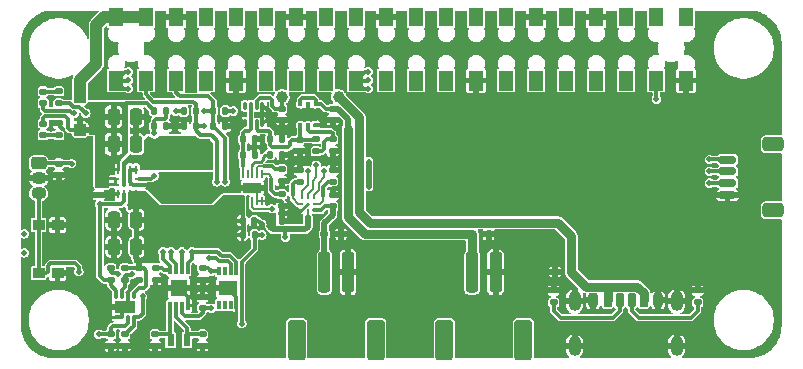
<source format=gbr>
%TF.GenerationSoftware,KiCad,Pcbnew,8.0.6*%
%TF.CreationDate,2025-01-23T17:56:29+01:00*%
%TF.ProjectId,soleil,736f6c65-696c-42e6-9b69-6361645f7063,rev?*%
%TF.SameCoordinates,Original*%
%TF.FileFunction,Copper,L1,Top*%
%TF.FilePolarity,Positive*%
%FSLAX46Y46*%
G04 Gerber Fmt 4.6, Leading zero omitted, Abs format (unit mm)*
G04 Created by KiCad (PCBNEW 8.0.6) date 2025-01-23 17:56:29*
%MOMM*%
%LPD*%
G01*
G04 APERTURE LIST*
G04 Aperture macros list*
%AMRoundRect*
0 Rectangle with rounded corners*
0 $1 Rounding radius*
0 $2 $3 $4 $5 $6 $7 $8 $9 X,Y pos of 4 corners*
0 Add a 4 corners polygon primitive as box body*
4,1,4,$2,$3,$4,$5,$6,$7,$8,$9,$2,$3,0*
0 Add four circle primitives for the rounded corners*
1,1,$1+$1,$2,$3*
1,1,$1+$1,$4,$5*
1,1,$1+$1,$6,$7*
1,1,$1+$1,$8,$9*
0 Add four rect primitives between the rounded corners*
20,1,$1+$1,$2,$3,$4,$5,0*
20,1,$1+$1,$4,$5,$6,$7,0*
20,1,$1+$1,$6,$7,$8,$9,0*
20,1,$1+$1,$8,$9,$2,$3,0*%
G04 Aperture macros list end*
%TA.AperFunction,SMDPad,CuDef*%
%ADD10RoundRect,0.140000X0.170000X-0.140000X0.170000X0.140000X-0.170000X0.140000X-0.170000X-0.140000X0*%
%TD*%
%TA.AperFunction,SMDPad,CuDef*%
%ADD11RoundRect,0.150000X-0.150000X-0.200000X0.150000X-0.200000X0.150000X0.200000X-0.150000X0.200000X0*%
%TD*%
%TA.AperFunction,ComponentPad*%
%ADD12RoundRect,0.249900X-0.400100X0.275100X-0.400100X-0.275100X0.400100X-0.275100X0.400100X0.275100X0*%
%TD*%
%TA.AperFunction,ComponentPad*%
%ADD13O,1.300000X1.050000*%
%TD*%
%TA.AperFunction,SMDPad,CuDef*%
%ADD14RoundRect,0.140000X-0.170000X0.140000X-0.170000X-0.140000X0.170000X-0.140000X0.170000X0.140000X0*%
%TD*%
%TA.AperFunction,SMDPad,CuDef*%
%ADD15RoundRect,0.140000X-0.140000X-0.170000X0.140000X-0.170000X0.140000X0.170000X-0.140000X0.170000X0*%
%TD*%
%TA.AperFunction,SMDPad,CuDef*%
%ADD16RoundRect,0.147500X0.172500X-0.147500X0.172500X0.147500X-0.172500X0.147500X-0.172500X-0.147500X0*%
%TD*%
%TA.AperFunction,SMDPad,CuDef*%
%ADD17RoundRect,0.250000X-0.250000X-0.475000X0.250000X-0.475000X0.250000X0.475000X-0.250000X0.475000X0*%
%TD*%
%TA.AperFunction,SMDPad,CuDef*%
%ADD18RoundRect,0.135000X-0.185000X0.135000X-0.185000X-0.135000X0.185000X-0.135000X0.185000X0.135000X0*%
%TD*%
%TA.AperFunction,SMDPad,CuDef*%
%ADD19R,1.270000X1.680000*%
%TD*%
%TA.AperFunction,SMDPad,CuDef*%
%ADD20R,1.270000X1.500000*%
%TD*%
%TA.AperFunction,SMDPad,CuDef*%
%ADD21R,0.300000X0.750000*%
%TD*%
%TA.AperFunction,SMDPad,CuDef*%
%ADD22R,1.460000X1.360000*%
%TD*%
%TA.AperFunction,SMDPad,CuDef*%
%ADD23RoundRect,0.135000X-0.135000X-0.185000X0.135000X-0.185000X0.135000X0.185000X-0.135000X0.185000X0*%
%TD*%
%TA.AperFunction,SMDPad,CuDef*%
%ADD24RoundRect,0.250000X-0.300000X0.300000X-0.300000X-0.300000X0.300000X-0.300000X0.300000X0.300000X0*%
%TD*%
%TA.AperFunction,SMDPad,CuDef*%
%ADD25RoundRect,0.250000X0.250000X0.475000X-0.250000X0.475000X-0.250000X-0.475000X0.250000X-0.475000X0*%
%TD*%
%TA.AperFunction,SMDPad,CuDef*%
%ADD26R,3.429000X2.413000*%
%TD*%
%TA.AperFunction,SMDPad,CuDef*%
%ADD27RoundRect,0.150000X0.150000X0.200000X-0.150000X0.200000X-0.150000X-0.200000X0.150000X-0.200000X0*%
%TD*%
%TA.AperFunction,SMDPad,CuDef*%
%ADD28RoundRect,0.050000X0.100000X-0.285000X0.100000X0.285000X-0.100000X0.285000X-0.100000X-0.285000X0*%
%TD*%
%TA.AperFunction,SMDPad,CuDef*%
%ADD29RoundRect,0.093750X0.106250X-0.093750X0.106250X0.093750X-0.106250X0.093750X-0.106250X-0.093750X0*%
%TD*%
%TA.AperFunction,HeatsinkPad*%
%ADD30C,0.500000*%
%TD*%
%TA.AperFunction,HeatsinkPad*%
%ADD31R,1.600000X1.000000*%
%TD*%
%TA.AperFunction,SMDPad,CuDef*%
%ADD32RoundRect,0.135000X0.135000X0.185000X-0.135000X0.185000X-0.135000X-0.185000X0.135000X-0.185000X0*%
%TD*%
%TA.AperFunction,SMDPad,CuDef*%
%ADD33R,1.500000X1.300000*%
%TD*%
%TA.AperFunction,SMDPad,CuDef*%
%ADD34RoundRect,0.135000X0.185000X-0.135000X0.185000X0.135000X-0.185000X0.135000X-0.185000X-0.135000X0*%
%TD*%
%TA.AperFunction,SMDPad,CuDef*%
%ADD35RoundRect,0.250000X-0.250000X-1.500000X0.250000X-1.500000X0.250000X1.500000X-0.250000X1.500000X0*%
%TD*%
%TA.AperFunction,SMDPad,CuDef*%
%ADD36RoundRect,0.250001X-0.499999X-1.449999X0.499999X-1.449999X0.499999X1.449999X-0.499999X1.449999X0*%
%TD*%
%TA.AperFunction,SMDPad,CuDef*%
%ADD37R,0.304800X0.254000*%
%TD*%
%TA.AperFunction,SMDPad,CuDef*%
%ADD38R,1.800000X1.040000*%
%TD*%
%TA.AperFunction,SMDPad,CuDef*%
%ADD39R,0.254000X0.711200*%
%TD*%
%TA.AperFunction,SMDPad,CuDef*%
%ADD40R,0.711200X0.254000*%
%TD*%
%TA.AperFunction,SMDPad,CuDef*%
%ADD41R,0.250000X0.700000*%
%TD*%
%TA.AperFunction,SMDPad,CuDef*%
%ADD42RoundRect,0.147500X-0.172500X0.147500X-0.172500X-0.147500X0.172500X-0.147500X0.172500X0.147500X0*%
%TD*%
%TA.AperFunction,SMDPad,CuDef*%
%ADD43R,1.000000X0.900000*%
%TD*%
%TA.AperFunction,BGAPad,CuDef*%
%ADD44C,0.245000*%
%TD*%
%TA.AperFunction,SMDPad,CuDef*%
%ADD45R,0.600000X1.100000*%
%TD*%
%TA.AperFunction,SMDPad,CuDef*%
%ADD46RoundRect,0.175000X-0.175000X-0.425000X0.175000X-0.425000X0.175000X0.425000X-0.175000X0.425000X0*%
%TD*%
%TA.AperFunction,SMDPad,CuDef*%
%ADD47RoundRect,0.190000X0.190000X0.410000X-0.190000X0.410000X-0.190000X-0.410000X0.190000X-0.410000X0*%
%TD*%
%TA.AperFunction,SMDPad,CuDef*%
%ADD48RoundRect,0.200000X0.200000X0.400000X-0.200000X0.400000X-0.200000X-0.400000X0.200000X-0.400000X0*%
%TD*%
%TA.AperFunction,SMDPad,CuDef*%
%ADD49RoundRect,0.175000X0.175000X0.425000X-0.175000X0.425000X-0.175000X-0.425000X0.175000X-0.425000X0*%
%TD*%
%TA.AperFunction,SMDPad,CuDef*%
%ADD50RoundRect,0.190000X-0.190000X-0.410000X0.190000X-0.410000X0.190000X0.410000X-0.190000X0.410000X0*%
%TD*%
%TA.AperFunction,SMDPad,CuDef*%
%ADD51RoundRect,0.200000X-0.200000X-0.400000X0.200000X-0.400000X0.200000X0.400000X-0.200000X0.400000X0*%
%TD*%
%TA.AperFunction,ComponentPad*%
%ADD52O,1.100000X1.700000*%
%TD*%
%TA.AperFunction,SMDPad,CuDef*%
%ADD53RoundRect,0.150000X0.625000X-0.150000X0.625000X0.150000X-0.625000X0.150000X-0.625000X-0.150000X0*%
%TD*%
%TA.AperFunction,SMDPad,CuDef*%
%ADD54RoundRect,0.250000X0.650000X-0.350000X0.650000X0.350000X-0.650000X0.350000X-0.650000X-0.350000X0*%
%TD*%
%TA.AperFunction,SMDPad,CuDef*%
%ADD55R,0.203200X0.660400*%
%TD*%
%TA.AperFunction,SMDPad,CuDef*%
%ADD56R,1.500000X0.900000*%
%TD*%
%TA.AperFunction,ViaPad*%
%ADD57C,0.500000*%
%TD*%
%TA.AperFunction,ViaPad*%
%ADD58C,0.700000*%
%TD*%
%TA.AperFunction,ViaPad*%
%ADD59C,1.000000*%
%TD*%
%TA.AperFunction,Conductor*%
%ADD60C,0.300000*%
%TD*%
%TA.AperFunction,Conductor*%
%ADD61C,0.150000*%
%TD*%
%TA.AperFunction,Conductor*%
%ADD62C,0.200000*%
%TD*%
%TA.AperFunction,Conductor*%
%ADD63C,0.500000*%
%TD*%
%TA.AperFunction,Conductor*%
%ADD64C,0.400000*%
%TD*%
%TA.AperFunction,Conductor*%
%ADD65C,0.800000*%
%TD*%
%TA.AperFunction,Conductor*%
%ADD66C,1.000000*%
%TD*%
%TA.AperFunction,Conductor*%
%ADD67C,0.250000*%
%TD*%
G04 APERTURE END LIST*
D10*
%TO.P,C23,1*%
%TO.N,Net-(U9-1V8)*%
X144200000Y-89780000D03*
%TO.P,C23,2*%
%TO.N,GND*%
X144200000Y-88820000D03*
%TD*%
D11*
%TO.P,D3,1,K*%
%TO.N,VBUS*%
X164400000Y-97400000D03*
%TO.P,D3,2,A*%
%TO.N,GND*%
X163000000Y-97400000D03*
%TD*%
D12*
%TO.P,U5,1,VCC*%
%TO.N,+4V*%
X119300000Y-88230000D03*
D13*
%TO.P,U5,2,GND*%
%TO.N,GND*%
X119300000Y-89500000D03*
%TO.P,U5,3,OUT*%
%TO.N,/Architecture/Load Switch/~{POWER_ON}*%
X119300000Y-90770000D03*
%TD*%
D14*
%TO.P,C24,1*%
%TO.N,Net-(D2-A)*%
X124400000Y-89920000D03*
%TO.P,C24,2*%
%TO.N,GND*%
X124400000Y-90880000D03*
%TD*%
D15*
%TO.P,C17,1*%
%TO.N,+BATT*%
X138920000Y-93100000D03*
%TO.P,C17,2*%
%TO.N,GND*%
X139880000Y-93100000D03*
%TD*%
D16*
%TO.P,D2,1,K*%
%TO.N,Net-(D2-K)*%
X119700000Y-85833382D03*
%TO.P,D2,2,A*%
%TO.N,Net-(D2-A)*%
X119700000Y-84863382D03*
%TD*%
D17*
%TO.P,C14,1*%
%TO.N,Net-(D2-A)*%
X125650000Y-84300000D03*
%TO.P,C14,2*%
%TO.N,GND*%
X127550000Y-84300000D03*
%TD*%
D18*
%TO.P,R13,1*%
%TO.N,Net-(U7-ILIM{slash}VSET)*%
X139900000Y-88740000D03*
%TO.P,R13,2*%
%TO.N,GND*%
X139900000Y-89760000D03*
%TD*%
D14*
%TO.P,C7,1*%
%TO.N,VBUS*%
X139900000Y-83620000D03*
%TO.P,C7,2*%
%TO.N,GND*%
X139900000Y-84580000D03*
%TD*%
D19*
%TO.P,J2,1,3V3*%
%TO.N,+3V3*%
X125870000Y-81220000D03*
D20*
%TO.P,J2,2,5V*%
%TO.N,/Architecture/Boost Converter/5V*%
X125870000Y-75860000D03*
D19*
%TO.P,J2,3,SDA/GPIO2*%
%TO.N,/Architecture/I2C_SDA*%
X128410000Y-81220000D03*
D20*
%TO.P,J2,4,5V*%
%TO.N,/Architecture/Boost Converter/5V*%
X128410000Y-75860000D03*
D19*
%TO.P,J2,5,SCL/GPIO3*%
%TO.N,/Architecture/I2C_SCL*%
X130950000Y-81220000D03*
D20*
%TO.P,J2,6,GND*%
%TO.N,GND*%
X130950000Y-75860000D03*
D19*
%TO.P,J2,7,GCLK0/GPIO4*%
%TO.N,unconnected-(J2-GCLK0{slash}GPIO4-Pad7)*%
X133490000Y-81220000D03*
D20*
%TO.P,J2,8,GPIO14/TXD*%
%TO.N,unconnected-(J2-GPIO14{slash}TXD-Pad8)*%
X133490000Y-75860000D03*
D19*
%TO.P,J2,9,GND*%
%TO.N,GND*%
X136030000Y-81220000D03*
D20*
%TO.P,J2,10,GPIO15/RXD*%
%TO.N,unconnected-(J2-GPIO15{slash}RXD-Pad10)*%
X136030000Y-75860000D03*
D19*
%TO.P,J2,11,GPIO17*%
%TO.N,unconnected-(J2-GPIO17-Pad11)*%
X138570000Y-81220000D03*
D20*
%TO.P,J2,12,GPIO18/PWM0*%
%TO.N,unconnected-(J2-GPIO18{slash}PWM0-Pad12)*%
X138570000Y-75860000D03*
D19*
%TO.P,J2,13,GPIO27*%
%TO.N,unconnected-(J2-GPIO27-Pad13)*%
X141110000Y-81220000D03*
D20*
%TO.P,J2,14,GND*%
%TO.N,GND*%
X141110000Y-75860000D03*
D19*
%TO.P,J2,15,GPIO22*%
%TO.N,unconnected-(J2-GPIO22-Pad15)*%
X143650000Y-81220000D03*
D20*
%TO.P,J2,16,GPIO23*%
%TO.N,unconnected-(J2-GPIO23-Pad16)*%
X143650000Y-75860000D03*
D19*
%TO.P,J2,17,3V3*%
%TO.N,+3V3*%
X146190000Y-81220000D03*
D20*
%TO.P,J2,18,GPIO24*%
%TO.N,unconnected-(J2-GPIO24-Pad18)*%
X146190000Y-75860000D03*
D19*
%TO.P,J2,19,MOSI0/GPIO10*%
%TO.N,unconnected-(J2-MOSI0{slash}GPIO10-Pad19)*%
X148730000Y-81220000D03*
D20*
%TO.P,J2,20,GND*%
%TO.N,GND*%
X148730000Y-75860000D03*
D19*
%TO.P,J2,21,MISO0/GPIO9*%
%TO.N,unconnected-(J2-MISO0{slash}GPIO9-Pad21)*%
X151270000Y-81220000D03*
D20*
%TO.P,J2,22,GPIO25*%
%TO.N,unconnected-(J2-GPIO25-Pad22)*%
X151270000Y-75860000D03*
D19*
%TO.P,J2,23,SCLK0/GPIO11*%
%TO.N,unconnected-(J2-SCLK0{slash}GPIO11-Pad23)*%
X153810000Y-81220000D03*
D20*
%TO.P,J2,24,~{CE0}/GPIO8*%
%TO.N,unconnected-(J2-~{CE0}{slash}GPIO8-Pad24)*%
X153810000Y-75860000D03*
D19*
%TO.P,J2,25,GND*%
%TO.N,GND*%
X156350000Y-81220000D03*
D20*
%TO.P,J2,26,~{CE1}/GPIO7*%
%TO.N,unconnected-(J2-~{CE1}{slash}GPIO7-Pad26)*%
X156350000Y-75860000D03*
D19*
%TO.P,J2,27,ID_SD/GPIO0*%
%TO.N,unconnected-(J2-ID_SD{slash}GPIO0-Pad27)*%
X158890000Y-81220000D03*
D20*
%TO.P,J2,28,ID_SC/GPIO1*%
%TO.N,unconnected-(J2-ID_SC{slash}GPIO1-Pad28)*%
X158890000Y-75860000D03*
D19*
%TO.P,J2,29,GCLK1/GPIO5*%
%TO.N,unconnected-(J2-GCLK1{slash}GPIO5-Pad29)*%
X161430000Y-81220000D03*
D20*
%TO.P,J2,30,GND*%
%TO.N,GND*%
X161430000Y-75860000D03*
D19*
%TO.P,J2,31,GCLK2/GPIO6*%
%TO.N,unconnected-(J2-GCLK2{slash}GPIO6-Pad31)*%
X163970000Y-81220000D03*
D20*
%TO.P,J2,32,PWM0/GPIO12*%
%TO.N,unconnected-(J2-PWM0{slash}GPIO12-Pad32)*%
X163970000Y-75860000D03*
D19*
%TO.P,J2,33,PWM1/GPIO13*%
%TO.N,unconnected-(J2-PWM1{slash}GPIO13-Pad33)*%
X166510000Y-81220000D03*
D20*
%TO.P,J2,34,GND*%
%TO.N,GND*%
X166510000Y-75860000D03*
D19*
%TO.P,J2,35,GPIO19/MISO1*%
%TO.N,unconnected-(J2-GPIO19{slash}MISO1-Pad35)*%
X169050000Y-81220000D03*
D20*
%TO.P,J2,36,GPIO16*%
%TO.N,unconnected-(J2-GPIO16-Pad36)*%
X169050000Y-75860000D03*
D19*
%TO.P,J2,37,GPIO26*%
%TO.N,/Architecture/Load Switch/POWER_OFF*%
X171590000Y-81220000D03*
D20*
%TO.P,J2,38,GPIO20/MOSI1*%
%TO.N,unconnected-(J2-GPIO20{slash}MOSI1-Pad38)*%
X171590000Y-75860000D03*
D19*
%TO.P,J2,39,GND*%
%TO.N,GND*%
X174130000Y-81220000D03*
D20*
%TO.P,J2,40,GPIO21/SCLK1*%
%TO.N,unconnected-(J2-GPIO21{slash}SCLK1-Pad40)*%
X174130000Y-75860000D03*
%TD*%
D21*
%TO.P,U1,1,X1*%
%TO.N,Net-(U1-X1)*%
X130427500Y-100277500D03*
%TO.P,U1,2,X2*%
%TO.N,Net-(U1-X2)*%
X130927500Y-100277500D03*
%TO.P,U1,3,VBAT*%
%TO.N,+BATT*%
X131427500Y-100277500D03*
%TO.P,U1,4,VSS*%
%TO.N,GND*%
X131927500Y-100277500D03*
%TO.P,U1,5,SDA*%
%TO.N,/Architecture/I2C_SDA*%
X131927500Y-97277500D03*
%TO.P,U1,6,SCL*%
%TO.N,/Architecture/I2C_SCL*%
X131427500Y-97277500D03*
%TO.P,U1,7,MFP*%
%TO.N,/Architecture/Load Switch/~{POWER_ON}*%
X130927500Y-97277500D03*
%TO.P,U1,8,VCC*%
%TO.N,+3V3*%
X130427500Y-97277500D03*
D22*
%TO.P,U1,9,EP*%
%TO.N,GND*%
X131177500Y-98777500D03*
%TD*%
D23*
%TO.P,R1,1*%
%TO.N,+3V3*%
X131590000Y-83800000D03*
%TO.P,R1,2*%
%TO.N,/Architecture/I2C_SDA*%
X132610000Y-83800000D03*
%TD*%
D24*
%TO.P,D6,1,K*%
%TO.N,/Architecture/Boost Converter/5V*%
X122800000Y-82600000D03*
%TO.P,D6,2,A*%
%TO.N,Net-(D2-A)*%
X122800000Y-85400000D03*
%TD*%
D25*
%TO.P,C13,1*%
%TO.N,+4V*%
X127550000Y-95300000D03*
%TO.P,C13,2*%
%TO.N,GND*%
X125650000Y-95300000D03*
%TD*%
D18*
%TO.P,R8,1*%
%TO.N,/Architecture/Load Switch/POWER_OFF*%
X125400000Y-102690000D03*
%TO.P,R8,2*%
%TO.N,GND*%
X125400000Y-103710000D03*
%TD*%
D26*
%TO.P,L1,1*%
%TO.N,+4V*%
X132100000Y-93221000D03*
%TO.P,L1,2*%
%TO.N,Net-(L1-Pad2)*%
X132100000Y-87379000D03*
%TD*%
D27*
%TO.P,D1,1,K*%
%TO.N,/Architecture/DC Input/SOLAR_IN*%
X156000000Y-94200000D03*
%TO.P,D1,2,A*%
%TO.N,GND*%
X157400000Y-94200000D03*
%TD*%
D18*
%TO.P,R5,1*%
%TO.N,+4V*%
X126600000Y-97090000D03*
%TO.P,R5,2*%
%TO.N,/Architecture/Load Switch/~{POWER_ON}*%
X126600000Y-98110000D03*
%TD*%
D28*
%TO.P,U3,1,GND*%
%TO.N,GND*%
X136750000Y-84840000D03*
%TO.P,U3,2,VOUT*%
%TO.N,/Architecture/Battery Charger/V_CHARGE*%
X137250000Y-84840000D03*
%TO.P,U3,3,VIN1*%
%TO.N,/Architecture/DC Input/6V_SOLAR*%
X137750000Y-84840000D03*
%TO.P,U3,4,~{ON}*%
%TO.N,GND*%
X138250000Y-84840000D03*
%TO.P,U3,5,GND*%
X138250000Y-83360000D03*
%TO.P,U3,6,VIN2*%
%TO.N,VBUS*%
X137750000Y-83360000D03*
%TO.P,U3,7,VOUT*%
%TO.N,/Architecture/Battery Charger/V_CHARGE*%
X137250000Y-83360000D03*
%TO.P,U3,8,ST*%
%TO.N,unconnected-(U3-ST-Pad8)*%
X136750000Y-83360000D03*
%TD*%
D23*
%TO.P,R21,1*%
%TO.N,/Architecture/I2C_SCL*%
X134090000Y-85100000D03*
%TO.P,R21,2*%
%TO.N,GND*%
X135110000Y-85100000D03*
%TD*%
D25*
%TO.P,C12,1*%
%TO.N,+4V*%
X127550000Y-93000000D03*
%TO.P,C12,2*%
%TO.N,GND*%
X125650000Y-93000000D03*
%TD*%
D10*
%TO.P,C2,1*%
%TO.N,+BATT*%
X133177500Y-100480000D03*
%TO.P,C2,2*%
%TO.N,GND*%
X133177500Y-99520000D03*
%TD*%
D27*
%TO.P,D4,1,K*%
%TO.N,/Architecture/Battery Input/BATT_RAW*%
X143500000Y-94200000D03*
%TO.P,D4,2,A*%
%TO.N,GND*%
X144900000Y-94200000D03*
%TD*%
D29*
%TO.P,U8,1,OUT*%
%TO.N,/Architecture/DC Input/6V_SOLAR*%
X141450000Y-84987500D03*
%TO.P,U8,2,FB*%
%TO.N,Net-(U8-FB)*%
X142100000Y-84987500D03*
%TO.P,U8,3,GND*%
%TO.N,GND*%
X142750000Y-84987500D03*
%TO.P,U8,4,EN*%
%TO.N,/Architecture/DC Input/SOLAR_IN*%
X142750000Y-83212500D03*
%TO.P,U8,5,GND*%
%TO.N,GND*%
X142100000Y-83212500D03*
%TO.P,U8,6,IN*%
%TO.N,/Architecture/DC Input/SOLAR_IN*%
X141450000Y-83212500D03*
D30*
%TO.P,U8,7,PAD*%
%TO.N,GND*%
X141550000Y-84100000D03*
D31*
X142100000Y-84100000D03*
D30*
X142650000Y-84100000D03*
%TD*%
D32*
%TO.P,R16,1*%
%TO.N,Net-(JP1-A)*%
X137590000Y-94300000D03*
%TO.P,R16,2*%
%TO.N,+4V*%
X136570000Y-94300000D03*
%TD*%
D18*
%TO.P,R12,1*%
%TO.N,Net-(U7-TS{slash}MR)*%
X139900000Y-90840000D03*
%TO.P,R12,2*%
%TO.N,GND*%
X139900000Y-91860000D03*
%TD*%
D21*
%TO.P,U4,1,NC*%
%TO.N,unconnected-(U4-NC-Pad1)*%
X134550000Y-100250000D03*
%TO.P,U4,2,NC*%
%TO.N,unconnected-(U4-NC-Pad2)*%
X135050000Y-100250000D03*
%TO.P,U4,3,NC*%
%TO.N,unconnected-(U4-NC-Pad3)*%
X135550000Y-100250000D03*
%TO.P,U4,4,GND*%
%TO.N,GND*%
X136050000Y-100250000D03*
%TO.P,U4,5,SDA*%
%TO.N,/Architecture/I2C_SDA*%
X136050000Y-97350000D03*
%TO.P,U4,6,SCL*%
%TO.N,/Architecture/I2C_SCL*%
X135550000Y-97350000D03*
%TO.P,U4,7,NC*%
%TO.N,unconnected-(U4-NC-Pad7)*%
X135050000Y-97350000D03*
%TO.P,U4,8,VCC*%
%TO.N,+3V3*%
X134550000Y-97350000D03*
D33*
%TO.P,U4,9,EP*%
%TO.N,GND*%
X135300000Y-98800000D03*
%TD*%
D15*
%TO.P,C16,1*%
%TO.N,+4V*%
X136600000Y-93100000D03*
%TO.P,C16,2*%
%TO.N,GND*%
X137560000Y-93100000D03*
%TD*%
D14*
%TO.P,C6,1*%
%TO.N,Net-(U2-VOUT)*%
X126600000Y-102720000D03*
%TO.P,C6,2*%
%TO.N,GND*%
X126600000Y-103680000D03*
%TD*%
D34*
%TO.P,R4,1*%
%TO.N,Net-(J3-CC2)*%
X175100000Y-100010000D03*
%TO.P,R4,2*%
%TO.N,GND*%
X175100000Y-98990000D03*
%TD*%
D18*
%TO.P,R7,1*%
%TO.N,GND*%
X121000000Y-84838382D03*
%TO.P,R7,2*%
%TO.N,Net-(D2-K)*%
X121000000Y-85858382D03*
%TD*%
D14*
%TO.P,C11,1*%
%TO.N,+4V*%
X121000000Y-88250000D03*
%TO.P,C11,2*%
%TO.N,GND*%
X121000000Y-89210000D03*
%TD*%
D15*
%TO.P,C9,1*%
%TO.N,/Architecture/Battery Charger/V_CHARGE*%
X136620000Y-86200000D03*
%TO.P,C9,2*%
%TO.N,GND*%
X137580000Y-86200000D03*
%TD*%
D35*
%TO.P,J1,1,Pin_1*%
%TO.N,/Architecture/DC Input/SOLAR_IN*%
X156000000Y-97450000D03*
%TO.P,J1,2,Pin_2*%
%TO.N,GND*%
X158000000Y-97450000D03*
D36*
%TO.P,J1,MP*%
%TO.N,N/C*%
X153650000Y-103200000D03*
X160350000Y-103200000D03*
%TD*%
D14*
%TO.P,C19,1*%
%TO.N,/Architecture/DC Input/6V_SOLAR*%
X141400000Y-86220000D03*
%TO.P,C19,2*%
%TO.N,GND*%
X141400000Y-87180000D03*
%TD*%
D10*
%TO.P,C21,1*%
%TO.N,/Architecture/Battery Input/BATT_RAW*%
X144200000Y-91880000D03*
%TO.P,C21,2*%
%TO.N,GND*%
X144200000Y-90920000D03*
%TD*%
D14*
%TO.P,C20,1*%
%TO.N,/Architecture/DC Input/SOLAR_IN*%
X144200000Y-83620000D03*
%TO.P,C20,2*%
%TO.N,GND*%
X144200000Y-84580000D03*
%TD*%
D18*
%TO.P,R15,1*%
%TO.N,Net-(U8-FB)*%
X144200000Y-86180000D03*
%TO.P,R15,2*%
%TO.N,GND*%
X144200000Y-87200000D03*
%TD*%
D14*
%TO.P,C10,1*%
%TO.N,+3V3*%
X133200000Y-97120000D03*
%TO.P,C10,2*%
%TO.N,GND*%
X133200000Y-98080000D03*
%TD*%
D37*
%TO.P,U2,1,VIN*%
%TO.N,+4V*%
X127350001Y-99549100D03*
%TO.P,U2,2,NC*%
%TO.N,GND*%
X126850000Y-99549100D03*
%TO.P,U2,3,SW*%
%TO.N,/Architecture/Load Switch/~{POWER_ON}*%
X126350000Y-99549100D03*
%TO.P,U2,4,PG*%
%TO.N,/Architecture/Battery Input/~{BATT_LOW}*%
X125849999Y-99549100D03*
%TO.P,U2,5,GND*%
%TO.N,GND*%
X125849999Y-101250900D03*
%TO.P,U2,6,TEST*%
X126350000Y-101250900D03*
%TO.P,U2,7,SHDN*%
%TO.N,/Architecture/Load Switch/POWER_OFF*%
X126850000Y-101250900D03*
%TO.P,U2,8,VOUT*%
%TO.N,Net-(U2-VOUT)*%
X127350001Y-101250900D03*
D38*
%TO.P,U2,9,EP*%
%TO.N,GND*%
X126600000Y-100400000D03*
%TD*%
D32*
%TO.P,R2,1*%
%TO.N,+3V3*%
X135110000Y-83800000D03*
%TO.P,R2,2*%
%TO.N,/Architecture/I2C_SCL*%
X134090000Y-83800000D03*
%TD*%
D39*
%TO.P,U6,1,PGND*%
%TO.N,GND*%
X127553301Y-88796700D03*
%TO.P,U6,2,PGND*%
X127053300Y-88796700D03*
%TO.P,U6,3,SW*%
%TO.N,Net-(L1-Pad2)*%
X126553300Y-88796700D03*
%TO.P,U6,4,OUT*%
%TO.N,Net-(D2-A)*%
X126053299Y-88796700D03*
D40*
%TO.P,U6,5,OUT*%
X125800000Y-89550000D03*
%TO.P,U6,6,OUT*%
X125800000Y-90050000D03*
D39*
%TO.P,U6,7,NC*%
%TO.N,GND*%
X126053299Y-90803300D03*
%TO.P,U6,8,EN*%
%TO.N,/Architecture/Battery Input/~{BATT_LOW}*%
X126553300Y-90803300D03*
%TO.P,U6,9,IN*%
%TO.N,+4V*%
X127053300Y-90803300D03*
%TO.P,U6,10,IN*%
X127553301Y-90803300D03*
D40*
%TO.P,U6,11,AGND*%
%TO.N,GND*%
X127806600Y-90050000D03*
%TO.P,U6,12,FB*%
%TO.N,Net-(U6-FB)*%
X127806600Y-89550000D03*
D41*
%TO.P,U6,13,PGND*%
%TO.N,GND*%
X127053300Y-89800000D03*
%TO.P,U6,14,SW*%
%TO.N,Net-(L1-Pad2)*%
X126553300Y-89800000D03*
%TD*%
D18*
%TO.P,R14,1*%
%TO.N,/Architecture/DC Input/6V_SOLAR*%
X142800000Y-86190000D03*
%TO.P,R14,2*%
%TO.N,Net-(U8-FB)*%
X142800000Y-87210000D03*
%TD*%
D15*
%TO.P,C18,1*%
%TO.N,/Architecture/Battery Charger/V_CHARGE*%
X136620000Y-87500000D03*
%TO.P,C18,2*%
%TO.N,GND*%
X137580000Y-87500000D03*
%TD*%
D17*
%TO.P,C15,1*%
%TO.N,Net-(D2-A)*%
X125650000Y-86600000D03*
%TO.P,C15,2*%
%TO.N,GND*%
X127550000Y-86600000D03*
%TD*%
D14*
%TO.P,C5,1*%
%TO.N,+4V*%
X127800000Y-97120000D03*
%TO.P,C5,2*%
%TO.N,GND*%
X127800000Y-98080000D03*
%TD*%
D42*
%TO.P,D5,1,K*%
%TO.N,Net-(D5-K)*%
X119700000Y-82166618D03*
%TO.P,D5,2,A*%
%TO.N,VBUS*%
X119700000Y-83136618D03*
%TD*%
D23*
%TO.P,R9,1*%
%TO.N,Net-(D2-A)*%
X129090000Y-83800000D03*
%TO.P,R9,2*%
%TO.N,Net-(U6-FB)*%
X130110000Y-83800000D03*
%TD*%
D32*
%TO.P,R20,1*%
%TO.N,/Architecture/I2C_SDA*%
X132610000Y-85100000D03*
%TO.P,R20,2*%
%TO.N,GND*%
X131590000Y-85100000D03*
%TD*%
D43*
%TO.P,SW1,1,1*%
%TO.N,/Architecture/Load Switch/~{POWER_ON}*%
X119300000Y-97550000D03*
X119300000Y-93450000D03*
%TO.P,SW1,2,2*%
%TO.N,GND*%
X120900000Y-97550000D03*
X120900000Y-93450000D03*
%TD*%
D35*
%TO.P,J4,1,Pin_1*%
%TO.N,/Architecture/Battery Input/BATT_RAW*%
X143500000Y-97450000D03*
%TO.P,J4,2,Pin_2*%
%TO.N,GND*%
X145500000Y-97450000D03*
D36*
%TO.P,J4,MP*%
%TO.N,N/C*%
X141150000Y-103200000D03*
X147850000Y-103200000D03*
%TD*%
D44*
%TO.P,U9,A1,GPOUT*%
%TO.N,Net-(JP1-A)*%
X141600000Y-91200000D03*
%TO.P,U9,A2,SDA*%
%TO.N,/Architecture/I2C_SDA*%
X142100000Y-91200000D03*
%TO.P,U9,A3,SCL*%
%TO.N,/Architecture/I2C_SCL*%
X142600000Y-91200000D03*
%TO.P,U9,B1,BIN*%
%TO.N,Net-(U9-BIN)*%
X141600000Y-91700000D03*
%TO.P,U9,B2,GND*%
%TO.N,GND*%
X142100000Y-91700000D03*
%TO.P,U9,B3,1V8*%
%TO.N,Net-(U9-1V8)*%
X142600000Y-91700000D03*
%TO.P,U9,C1,GND*%
%TO.N,GND*%
X141600000Y-92200000D03*
%TO.P,U9,C2,SRX*%
%TO.N,+BATT*%
X142100000Y-92200000D03*
%TO.P,U9,C3,BAT*%
%TO.N,/Architecture/Battery Input/BATT_RAW*%
X142600000Y-92200000D03*
%TD*%
D23*
%TO.P,R18,1*%
%TO.N,Net-(U7-ISET)*%
X138890000Y-87500000D03*
%TO.P,R18,2*%
%TO.N,GND*%
X139910000Y-87500000D03*
%TD*%
D45*
%TO.P,Y1,1,1*%
%TO.N,Net-(U1-X2)*%
X131877500Y-103200000D03*
%TO.P,Y1,2,2*%
%TO.N,Net-(U1-X1)*%
X130477500Y-103200000D03*
%TD*%
D14*
%TO.P,C4,1*%
%TO.N,Net-(U1-X2)*%
X133177500Y-102720000D03*
%TO.P,C4,2*%
%TO.N,GND*%
X133177500Y-103680000D03*
%TD*%
D15*
%TO.P,C8,1*%
%TO.N,/Architecture/DC Input/6V_SOLAR*%
X138920000Y-86200000D03*
%TO.P,C8,2*%
%TO.N,GND*%
X139880000Y-86200000D03*
%TD*%
D46*
%TO.P,J3,A5,CC1*%
%TO.N,Net-(J3-CC1)*%
X168500000Y-99820000D03*
D47*
%TO.P,J3,A9,VBUS*%
%TO.N,VBUS*%
X170520000Y-99820000D03*
D48*
%TO.P,J3,A12,GND*%
%TO.N,GND*%
X171750000Y-99820000D03*
D49*
%TO.P,J3,B5,CC2*%
%TO.N,Net-(J3-CC2)*%
X169500000Y-99820000D03*
D50*
%TO.P,J3,B9,VBUS*%
%TO.N,VBUS*%
X167480000Y-99820000D03*
D51*
%TO.P,J3,B12,GND*%
%TO.N,GND*%
X166250000Y-99820000D03*
D52*
%TO.P,J3,S1,SHIELD*%
X164680000Y-99900000D03*
X164680000Y-103700000D03*
X173320000Y-99900000D03*
X173320000Y-103700000D03*
%TD*%
D34*
%TO.P,R3,1*%
%TO.N,Net-(J3-CC1)*%
X162900000Y-100010000D03*
%TO.P,R3,2*%
%TO.N,GND*%
X162900000Y-98990000D03*
%TD*%
D18*
%TO.P,R19,1*%
%TO.N,GND*%
X141400000Y-88790000D03*
%TO.P,R19,2*%
%TO.N,Net-(U9-BIN)*%
X141400000Y-89810000D03*
%TD*%
D23*
%TO.P,R10,1*%
%TO.N,Net-(U6-FB)*%
X129090000Y-85100000D03*
%TO.P,R10,2*%
%TO.N,GND*%
X130110000Y-85100000D03*
%TD*%
D14*
%TO.P,C3,1*%
%TO.N,+3V3*%
X129200000Y-97120000D03*
%TO.P,C3,2*%
%TO.N,GND*%
X129200000Y-98080000D03*
%TD*%
%TO.P,C1,1*%
%TO.N,Net-(U1-X1)*%
X129177500Y-102720000D03*
%TO.P,C1,2*%
%TO.N,GND*%
X129177500Y-103680000D03*
%TD*%
D34*
%TO.P,R6,1*%
%TO.N,/Architecture/Battery Input/~{BATT_LOW}*%
X125400000Y-98110000D03*
%TO.P,R6,2*%
%TO.N,Net-(U2-VOUT)*%
X125400000Y-97090000D03*
%TD*%
D53*
%TO.P,J5,1,Pin_1*%
%TO.N,GND*%
X177625000Y-90912500D03*
%TO.P,J5,2,Pin_2*%
%TO.N,+3V3*%
X177625000Y-89912500D03*
%TO.P,J5,3,Pin_3*%
%TO.N,/Architecture/I2C_SDA*%
X177625000Y-88912500D03*
%TO.P,J5,4,Pin_4*%
%TO.N,/Architecture/I2C_SCL*%
X177625000Y-87912500D03*
D54*
%TO.P,J5,MP*%
%TO.N,N/C*%
X181500000Y-92212500D03*
X181500000Y-86612500D03*
%TD*%
D34*
%TO.P,R11,1*%
%TO.N,Net-(U7-STAT2)*%
X121000000Y-83161618D03*
%TO.P,R11,2*%
%TO.N,Net-(D5-K)*%
X121000000Y-82141618D03*
%TD*%
D55*
%TO.P,U7,1,SYS*%
%TO.N,+4V*%
X136599900Y-91430300D03*
%TO.P,U7,2,BAT*%
%TO.N,+BATT*%
X136999950Y-91430300D03*
%TO.P,U7,3,STAT2*%
%TO.N,Net-(U7-STAT2)*%
X137400000Y-91430300D03*
%TO.P,U7,4,~{CE}*%
%TO.N,GND*%
X137800050Y-91430300D03*
%TO.P,U7,5,GND*%
X138200100Y-91430300D03*
%TO.P,U7,6,TS/MR*%
%TO.N,Net-(U7-TS{slash}MR)*%
X138200100Y-89169700D03*
%TO.P,U7,7,ILIM/VSET*%
%TO.N,Net-(U7-ILIM{slash}VSET)*%
X137800050Y-89169700D03*
%TO.P,U7,8,ISET*%
%TO.N,Net-(U7-ISET)*%
X137400000Y-89169700D03*
%TO.P,U7,9,STAT1*%
%TO.N,unconnected-(U7-STAT1-Pad9)*%
X136999950Y-89169700D03*
%TO.P,U7,10,IN*%
%TO.N,/Architecture/Battery Charger/V_CHARGE*%
X136599900Y-89169700D03*
D56*
%TO.P,U7,11,EP*%
%TO.N,GND*%
X137400000Y-90300000D03*
%TD*%
D57*
%TO.N,GND*%
X123700000Y-90900000D03*
D58*
X158900000Y-78500000D03*
X148700000Y-78500000D03*
X169000000Y-103700000D03*
X153800000Y-78500000D03*
X128600000Y-78500000D03*
D57*
X126650000Y-93000000D03*
X133200000Y-98800000D03*
D58*
X157000000Y-103700000D03*
X161400000Y-78500000D03*
X174400000Y-78500000D03*
D57*
X130900000Y-85100000D03*
D58*
X144500000Y-103700000D03*
X135900000Y-90200000D03*
X136100000Y-78500000D03*
D57*
X124400000Y-81900000D03*
D58*
X159300000Y-97500000D03*
D57*
X140600000Y-89407315D03*
X127600000Y-85400000D03*
D58*
X121100000Y-92400000D03*
X124400000Y-103700000D03*
X134400000Y-103700000D03*
D57*
X129100000Y-90300000D03*
D58*
X127900000Y-103700000D03*
X166500000Y-78500000D03*
D57*
X176100000Y-90900000D03*
X138200000Y-93400000D03*
X144688853Y-90360000D03*
D58*
X169000000Y-78500000D03*
X133500000Y-78500000D03*
X125600000Y-78500000D03*
X164000000Y-78500000D03*
X171300000Y-78500000D03*
D57*
X142080000Y-87200000D03*
D58*
X138600000Y-78500000D03*
D57*
X144200000Y-88000000D03*
D58*
X143700000Y-78500000D03*
D57*
X140700000Y-93100000D03*
X118100000Y-95000000D03*
X120348780Y-85283382D03*
X137600000Y-86800000D03*
D58*
X175500000Y-81200000D03*
D57*
X128392360Y-84323912D03*
D58*
X151300000Y-78500000D03*
D57*
X140700000Y-91900000D03*
D58*
X146200000Y-78500000D03*
D57*
X140636656Y-87385530D03*
D58*
X135900000Y-88200000D03*
X156400000Y-78500000D03*
X141100000Y-78500000D03*
X130900000Y-78500000D03*
X146800000Y-97500000D03*
D57*
%TO.N,+BATT*%
X133900000Y-100500000D03*
X140200000Y-94500000D03*
%TO.N,+4V*%
X122100000Y-88250000D03*
X127000000Y-91800000D03*
%TO.N,Net-(U2-VOUT)*%
X126029609Y-97599858D03*
X128100000Y-99500000D03*
D59*
%TO.N,VBUS*%
X139900000Y-82600000D03*
X144700000Y-82600000D03*
D57*
X122300000Y-84000000D03*
%TO.N,/Architecture/I2C_SDA*%
X142800000Y-88400000D03*
X134400000Y-89800000D03*
X133300000Y-85100000D03*
X132300000Y-95700000D03*
X176100000Y-88900000D03*
%TO.N,/Architecture/Load Switch/POWER_OFF*%
X124400000Y-102700000D03*
X171600000Y-82800000D03*
%TO.N,/Architecture/I2C_SCL*%
X135100000Y-89800000D03*
X133300000Y-83800000D03*
X131400000Y-95700000D03*
X143490001Y-88857315D03*
X133700000Y-96250000D03*
X176100000Y-87900000D03*
%TO.N,/Architecture/Load Switch/~{POWER_ON}*%
X122700000Y-97400000D03*
X130500000Y-95700000D03*
X127181000Y-97639999D03*
%TO.N,/Architecture/Battery Input/~{BATT_LOW}*%
X124500000Y-91700000D03*
X118100000Y-94200000D03*
%TO.N,Net-(U6-FB)*%
X129100000Y-89300000D03*
X129100000Y-85700000D03*
%TO.N,Net-(JP1-A)*%
X138200000Y-94300000D03*
X136500000Y-101800000D03*
X142120000Y-88857315D03*
X118100000Y-95800000D03*
%TO.N,Net-(U7-STAT2)*%
X139023583Y-92070521D03*
X123300000Y-84000000D03*
%TO.N,+3V3*%
X126900000Y-81900000D03*
X147200000Y-80500000D03*
X147250000Y-88100000D03*
X130900000Y-83800000D03*
X176100000Y-89900000D03*
X147200000Y-81900000D03*
X147250000Y-90200000D03*
X135800000Y-83800000D03*
X133900000Y-97350000D03*
X126900000Y-81200000D03*
X129800000Y-95700000D03*
X147200000Y-81200000D03*
X126900000Y-80500000D03*
%TD*%
D60*
%TO.N,Net-(U1-X1)*%
X130307500Y-102720000D02*
X130427500Y-102600000D01*
X130427500Y-100277500D02*
X130427500Y-102600000D01*
X129177500Y-102720000D02*
X130307500Y-102720000D01*
X130427500Y-102600000D02*
X130427500Y-103150000D01*
X130427500Y-103150000D02*
X130477500Y-103200000D01*
%TO.N,GND*%
X126850000Y-99549100D02*
X126850000Y-100150000D01*
X120461618Y-84838382D02*
X120348780Y-84951220D01*
X139900000Y-89760000D02*
X140240000Y-89760000D01*
X126650000Y-93000000D02*
X125650000Y-93000000D01*
D61*
X142100000Y-91700000D02*
X141600000Y-92200000D01*
D60*
X138200000Y-93400000D02*
X137900000Y-93100000D01*
X121000000Y-85000000D02*
X121288382Y-85288382D01*
D62*
X138200100Y-91430300D02*
X138969700Y-91430300D01*
D60*
X131927500Y-100277500D02*
X131927500Y-99527500D01*
X132135000Y-99520000D02*
X133177500Y-99520000D01*
X120348780Y-84951220D02*
X120348780Y-85283382D01*
X144200000Y-88820000D02*
X144200000Y-88000000D01*
D62*
X138969700Y-91430300D02*
X139000000Y-91400000D01*
D60*
X140600000Y-88900000D02*
X140710000Y-88790000D01*
X140247315Y-89760000D02*
X140600000Y-89407315D01*
X135300000Y-98800000D02*
X136050000Y-99550000D01*
X140600000Y-89400000D02*
X140600000Y-88900000D01*
X144688853Y-90360000D02*
X144240000Y-90360000D01*
X127600000Y-85400000D02*
X127550000Y-85450000D01*
X130000000Y-98200000D02*
X130000000Y-98700000D01*
X127053300Y-88796700D02*
X127553301Y-88796700D01*
X124400000Y-90880000D02*
X123720000Y-90880000D01*
X137580000Y-86780000D02*
X137600000Y-86800000D01*
D62*
X137800050Y-91430300D02*
X137800050Y-90700050D01*
D60*
X137900000Y-93100000D02*
X137560000Y-93100000D01*
X126350000Y-101250900D02*
X126350000Y-100650000D01*
X139900000Y-91500000D02*
X139900000Y-91860000D01*
X144200000Y-90400000D02*
X144200000Y-90920000D01*
D61*
X141600000Y-92200000D02*
X141000000Y-92200000D01*
D60*
X166170000Y-99900000D02*
X166250000Y-99820000D01*
D62*
X138200100Y-91430300D02*
X137800050Y-91430300D01*
D60*
X121288382Y-85288382D02*
X121350000Y-85288382D01*
X139900000Y-91860000D02*
X140660000Y-91860000D01*
X171830000Y-99900000D02*
X171750000Y-99820000D01*
X137580000Y-86200000D02*
X137580000Y-86780000D01*
X173320000Y-99900000D02*
X171830000Y-99900000D01*
X139880000Y-93100000D02*
X140700000Y-93100000D01*
X133177500Y-98822500D02*
X133200000Y-98800000D01*
D63*
X125650000Y-95300000D02*
X125650000Y-93000000D01*
D60*
X126350000Y-100650000D02*
X126600000Y-100400000D01*
D61*
X141000000Y-92200000D02*
X140700000Y-91900000D01*
D60*
X129880000Y-98080000D02*
X130000000Y-98200000D01*
X142060000Y-87180000D02*
X142080000Y-87200000D01*
X121000000Y-84838382D02*
X121000000Y-85000000D01*
X126850000Y-99549100D02*
X126850000Y-99086396D01*
X133200000Y-98080000D02*
X133200000Y-98800000D01*
X139810000Y-91410000D02*
X139900000Y-91500000D01*
X139910000Y-87500000D02*
X140522186Y-87500000D01*
X121000000Y-84838382D02*
X120461618Y-84838382D01*
X137580000Y-86820000D02*
X137600000Y-86800000D01*
X137580000Y-87500000D02*
X137580000Y-86820000D01*
X127806600Y-90050000D02*
X128850000Y-90050000D01*
X140522186Y-87500000D02*
X140636656Y-87385530D01*
X139010000Y-91410000D02*
X139810000Y-91410000D01*
X126850000Y-100150000D02*
X126600000Y-100400000D01*
X128392360Y-84323912D02*
X128368448Y-84300000D01*
X127806600Y-90050000D02*
X127303300Y-90050000D01*
X136050000Y-99550000D02*
X136050000Y-100250000D01*
X131927500Y-99527500D02*
X132127500Y-99527500D01*
X127550000Y-85450000D02*
X127550000Y-86600000D01*
X128368448Y-84300000D02*
X127550000Y-84300000D01*
X131590000Y-85100000D02*
X130900000Y-85100000D01*
X129200000Y-98080000D02*
X129880000Y-98080000D01*
X130000000Y-98700000D02*
X130077500Y-98777500D01*
X131927500Y-99527500D02*
X131177500Y-98777500D01*
X133177500Y-99520000D02*
X133177500Y-98822500D01*
X141400000Y-87180000D02*
X142060000Y-87180000D01*
X127800000Y-98136396D02*
X127800000Y-98080000D01*
X139900000Y-89760000D02*
X140247315Y-89760000D01*
X142100000Y-83212500D02*
X142100000Y-84100000D01*
X140240000Y-89760000D02*
X140600000Y-89400000D01*
X125849999Y-101250900D02*
X126350000Y-101250900D01*
X127303300Y-90050000D02*
X127053300Y-89800000D01*
X130077500Y-98777500D02*
X131177500Y-98777500D01*
X124476700Y-90803300D02*
X124400000Y-90880000D01*
X164680000Y-99900000D02*
X166170000Y-99900000D01*
X123720000Y-90880000D02*
X123700000Y-90900000D01*
X140660000Y-91860000D02*
X140700000Y-91900000D01*
X121350000Y-85288382D02*
X121350000Y-85300000D01*
X140710000Y-88790000D02*
X141400000Y-88790000D01*
X127053300Y-88796700D02*
X127053300Y-89800000D01*
X128850000Y-90050000D02*
X129100000Y-90300000D01*
X126053299Y-90803300D02*
X124476700Y-90803300D01*
X126850000Y-99086396D02*
X127800000Y-98136396D01*
X132127500Y-99527500D02*
X132135000Y-99520000D01*
D62*
X137800050Y-90700050D02*
X137400000Y-90300000D01*
D60*
X144240000Y-90360000D02*
X144200000Y-90400000D01*
X138250000Y-83360000D02*
X138250000Y-84840000D01*
X130110000Y-85100000D02*
X130900000Y-85100000D01*
%TO.N,+BATT*%
X140200000Y-93910000D02*
X140300000Y-93810000D01*
X133177500Y-100480000D02*
X133880000Y-100480000D01*
X131725000Y-101200000D02*
X132900000Y-101200000D01*
D63*
X141890000Y-93810000D02*
X140300000Y-93810000D01*
D60*
X133177500Y-100922500D02*
X133177500Y-100480000D01*
X132900000Y-101200000D02*
X133177500Y-100922500D01*
D63*
X142100000Y-93600000D02*
X141890000Y-93810000D01*
D60*
X131427500Y-100277500D02*
X131427500Y-100902500D01*
X140200000Y-94500000D02*
X140200000Y-93910000D01*
D63*
X139110000Y-93810000D02*
X138920000Y-93620000D01*
D60*
X133880000Y-100480000D02*
X133900000Y-100500000D01*
D63*
X138920000Y-93620000D02*
X138920000Y-93100000D01*
D60*
X131427500Y-100902500D02*
X131725000Y-101200000D01*
D63*
X142100000Y-92800000D02*
X142100000Y-93600000D01*
X140300000Y-93810000D02*
X139110000Y-93810000D01*
D62*
X142100000Y-92200000D02*
X142100000Y-92800000D01*
D60*
%TO.N,Net-(U1-X2)*%
X130927500Y-100277500D02*
X130927500Y-101227500D01*
X130927500Y-101227500D02*
X131877500Y-102177500D01*
X131877500Y-102600000D02*
X131877500Y-103200000D01*
X131997500Y-102720000D02*
X131877500Y-102600000D01*
X131877500Y-102177500D02*
X131877500Y-102600000D01*
X133177500Y-102720000D02*
X131997500Y-102720000D01*
D63*
%TO.N,+4V*%
X127550000Y-96250000D02*
X127800000Y-96500000D01*
D60*
X127550000Y-91950000D02*
X127550000Y-93000000D01*
X127770000Y-97090000D02*
X127800000Y-97120000D01*
X128410000Y-98590000D02*
X128410000Y-97310000D01*
X127350001Y-99549100D02*
X127350001Y-99222791D01*
X127000000Y-91800000D02*
X127400000Y-91800000D01*
X122080000Y-88230000D02*
X119300000Y-88230000D01*
D64*
X136600000Y-93700000D02*
X136600000Y-94270000D01*
D60*
X136600000Y-93700000D02*
X136200000Y-93700000D01*
X127350001Y-99222791D02*
X127772792Y-98800000D01*
X127400000Y-91800000D02*
X127550000Y-91950000D01*
D63*
X127550000Y-95300000D02*
X127550000Y-96250000D01*
D60*
X122100000Y-88250000D02*
X122080000Y-88230000D01*
X127772792Y-98800000D02*
X128200000Y-98800000D01*
D63*
X136600000Y-94270000D02*
X136570000Y-94300000D01*
X127800000Y-96500000D02*
X127800000Y-97120000D01*
D60*
X128410000Y-97310000D02*
X128220000Y-97120000D01*
X128200000Y-98800000D02*
X128410000Y-98590000D01*
X128220000Y-97120000D02*
X127800000Y-97120000D01*
D64*
X136600000Y-93100000D02*
X136600000Y-93700000D01*
D60*
X126600000Y-97090000D02*
X127770000Y-97090000D01*
%TO.N,Net-(U2-VOUT)*%
X126600000Y-102720000D02*
X127350001Y-101969999D01*
X128100000Y-100300000D02*
X128100000Y-99500000D01*
X127350001Y-101969999D02*
X127350001Y-101250900D01*
X128100000Y-100953301D02*
X128100000Y-100300000D01*
X127350001Y-101250900D02*
X127802401Y-101250900D01*
X127802401Y-101250900D02*
X128100000Y-100953301D01*
X126029609Y-97599858D02*
X125969751Y-97540000D01*
X125540000Y-97540000D02*
X125400000Y-97400000D01*
X125400000Y-97400000D02*
X125400000Y-97090000D01*
X125969751Y-97540000D02*
X125540000Y-97540000D01*
D65*
%TO.N,VBUS*%
X163250000Y-93250000D02*
X147350000Y-93250000D01*
D60*
X139320000Y-83620000D02*
X139900000Y-83620000D01*
D65*
X146450000Y-84318630D02*
X144731370Y-82600000D01*
X146450000Y-92350000D02*
X146450000Y-84318630D01*
X164400000Y-94400000D02*
X163250000Y-93250000D01*
X167500000Y-98670000D02*
X169980154Y-98670000D01*
D60*
X137750000Y-83360000D02*
X137750000Y-82978640D01*
X119700000Y-83650000D02*
X119700000Y-83136618D01*
X139900000Y-83620000D02*
X139900000Y-82600000D01*
X122300000Y-84000000D02*
X122163604Y-84000000D01*
D65*
X167480000Y-98690000D02*
X167500000Y-98670000D01*
D60*
X137750000Y-82978640D02*
X138028640Y-82700000D01*
X121963604Y-83800000D02*
X119850000Y-83800000D01*
D65*
X169980154Y-98670000D02*
X170520000Y-99209846D01*
X167480000Y-99820000D02*
X167480000Y-98690000D01*
D60*
X139100000Y-82900000D02*
X139100000Y-83400000D01*
X119850000Y-83800000D02*
X119700000Y-83650000D01*
X138900000Y-82700000D02*
X139100000Y-82900000D01*
X139100000Y-83400000D02*
X139320000Y-83620000D01*
D65*
X164400000Y-97400000D02*
X165670000Y-98670000D01*
X164400000Y-97400000D02*
X164400000Y-94400000D01*
X147350000Y-93250000D02*
X146450000Y-92350000D01*
D60*
X138028640Y-82700000D02*
X138900000Y-82700000D01*
D65*
X170520000Y-99209846D02*
X170520000Y-99820000D01*
X144731370Y-82600000D02*
X144700000Y-82600000D01*
D60*
X122163604Y-84000000D02*
X121963604Y-83800000D01*
D65*
X165670000Y-98670000D02*
X167500000Y-98670000D01*
D60*
%TO.N,/Architecture/DC Input/6V_SOLAR*%
X137750000Y-84840000D02*
X137750000Y-85350000D01*
X138775000Y-85475000D02*
X138920000Y-85620000D01*
X137875000Y-85475000D02*
X138775000Y-85475000D01*
X140780000Y-86220000D02*
X141400000Y-86220000D01*
X137750000Y-85350000D02*
X137875000Y-85475000D01*
X141400000Y-86220000D02*
X142770000Y-86220000D01*
X138920000Y-85620000D02*
X138920000Y-86200000D01*
X138920000Y-86720000D02*
X139080000Y-86880000D01*
X142770000Y-86220000D02*
X142800000Y-86190000D01*
X139080000Y-86880000D02*
X140420000Y-86880000D01*
X141450000Y-86170000D02*
X141400000Y-86220000D01*
X140600000Y-86700000D02*
X140600000Y-86400000D01*
X141450000Y-84987500D02*
X141450000Y-86170000D01*
X140600000Y-86400000D02*
X140780000Y-86220000D01*
X138920000Y-86200000D02*
X138920000Y-86720000D01*
X140420000Y-86880000D02*
X140600000Y-86700000D01*
%TO.N,/Architecture/Battery Charger/V_CHARGE*%
X137100000Y-85500000D02*
X136800000Y-85500000D01*
X137250000Y-85350000D02*
X137100000Y-85500000D01*
X136800000Y-85500000D02*
X136620000Y-85680000D01*
X136600000Y-88500000D02*
X136600000Y-87520000D01*
X137250000Y-84840000D02*
X137250000Y-85350000D01*
X137250000Y-83360000D02*
X137250000Y-84840000D01*
X136600000Y-87520000D02*
X136620000Y-87500000D01*
X136620000Y-86200000D02*
X136620000Y-87500000D01*
D62*
X136599900Y-89169700D02*
X136599900Y-88500100D01*
D60*
X136620000Y-85680000D02*
X136620000Y-86200000D01*
D62*
X136599900Y-88500100D02*
X136600000Y-88500000D01*
D66*
%TO.N,/Architecture/Boost Converter/5V*%
X124840000Y-75860000D02*
X125870000Y-75860000D01*
X128410000Y-75860000D02*
X125870000Y-75860000D01*
X122800000Y-81200000D02*
X124200000Y-79800000D01*
X124200000Y-76500000D02*
X124840000Y-75860000D01*
X124200000Y-79800000D02*
X124200000Y-76500000D01*
X122800000Y-82600000D02*
X122800000Y-81200000D01*
D60*
%TO.N,Net-(D2-K)*%
X119700000Y-85833382D02*
X120975000Y-85833382D01*
X120975000Y-85833382D02*
X121000000Y-85858382D01*
%TO.N,/Architecture/DC Input/SOLAR_IN*%
X142750000Y-82850000D02*
X142750000Y-83212500D01*
X143620000Y-83620000D02*
X144200000Y-83620000D01*
X141625000Y-82675000D02*
X142575000Y-82675000D01*
X141450000Y-82850000D02*
X141625000Y-82675000D01*
D63*
X145500000Y-85300000D02*
X145500000Y-84500000D01*
D65*
X145500000Y-92743502D02*
X146956498Y-94200000D01*
D63*
X145500000Y-84500000D02*
X144620000Y-83620000D01*
D65*
X156000000Y-97450000D02*
X156000000Y-94200000D01*
X146956498Y-94200000D02*
X156000000Y-94200000D01*
D63*
X144620000Y-83620000D02*
X144200000Y-83620000D01*
D65*
X145500000Y-85300000D02*
X145500000Y-92743502D01*
D60*
X141450000Y-83212500D02*
X141450000Y-82850000D01*
X143212500Y-83212500D02*
X143620000Y-83620000D01*
X142750000Y-83212500D02*
X143212500Y-83212500D01*
X142575000Y-82675000D02*
X142750000Y-82850000D01*
%TO.N,/Architecture/Battery Input/BATT_RAW*%
X143569290Y-91880000D02*
X144200000Y-91880000D01*
D63*
X143500000Y-97450000D02*
X143500000Y-94200000D01*
X143500000Y-94200000D02*
X143500000Y-93300000D01*
X143500000Y-93300000D02*
X144200000Y-92600000D01*
X144200000Y-92600000D02*
X144200000Y-91880000D01*
D60*
X143249290Y-92200000D02*
X143569290Y-91880000D01*
X142600000Y-92200000D02*
X143249290Y-92200000D01*
%TO.N,/Architecture/I2C_SDA*%
X134400000Y-88100000D02*
X134400000Y-86300000D01*
X128400000Y-81230000D02*
X128400000Y-82400000D01*
X134400000Y-89800000D02*
X134400000Y-87300000D01*
D62*
X142100000Y-90800000D02*
X142100000Y-91200000D01*
D60*
X133900000Y-85800000D02*
X132990001Y-85800000D01*
X129000000Y-83000000D02*
X132400000Y-83000000D01*
X132990001Y-85800000D02*
X132610000Y-85419999D01*
X132610000Y-83800000D02*
X132610000Y-85100000D01*
X136050000Y-96588604D02*
X136050000Y-97350000D01*
X177625000Y-88912500D02*
X176112500Y-88912500D01*
X132300000Y-95700000D02*
X132300000Y-96300000D01*
X133300000Y-85100000D02*
X132610000Y-85100000D01*
D62*
X142500000Y-90400000D02*
X142100000Y-90800000D01*
D60*
X132400000Y-83000000D02*
X132610000Y-83210000D01*
X134114500Y-86014500D02*
X134300000Y-86200000D01*
X134786396Y-96050000D02*
X135511396Y-96050000D01*
X134300000Y-86200000D02*
X133900000Y-85800000D01*
D62*
X142800000Y-89400000D02*
X142500000Y-89700000D01*
D60*
X132610000Y-85419999D02*
X132610000Y-85100000D01*
X131927500Y-96672500D02*
X131927500Y-97277500D01*
X134436396Y-95700000D02*
X134786396Y-96050000D01*
X176112500Y-88912500D02*
X176100000Y-88900000D01*
X128400000Y-82400000D02*
X129000000Y-83000000D01*
X132300000Y-96300000D02*
X131927500Y-96672500D01*
D62*
X142500000Y-89700000D02*
X142500000Y-90400000D01*
D60*
X128410000Y-81220000D02*
X128400000Y-81230000D01*
X134400000Y-86300000D02*
X134114500Y-86014500D01*
D62*
X142800000Y-88400000D02*
X142800000Y-89400000D01*
D60*
X134400000Y-87300000D02*
X134400000Y-88100000D01*
X135511396Y-96050000D02*
X136050000Y-96588604D01*
X132300000Y-95700000D02*
X134436396Y-95700000D01*
X132610000Y-83210000D02*
X132610000Y-83800000D01*
%TO.N,/Architecture/Load Switch/POWER_OFF*%
X125600000Y-102000000D02*
X126600000Y-102000000D01*
X125400000Y-102690000D02*
X125400000Y-102200000D01*
X171590000Y-82790000D02*
X171600000Y-82800000D01*
X124400000Y-102700000D02*
X125390000Y-102700000D01*
X126850000Y-101750000D02*
X126850000Y-101250900D01*
X125390000Y-102700000D02*
X125400000Y-102690000D01*
X126600000Y-102000000D02*
X126850000Y-101750000D01*
X125400000Y-102200000D02*
X125600000Y-102000000D01*
X171590000Y-81220000D02*
X171590000Y-82790000D01*
D62*
%TO.N,/Architecture/I2C_SCL*%
X143000000Y-89900000D02*
X143000000Y-90500000D01*
D60*
X131427500Y-95727500D02*
X131427500Y-97277500D01*
X176100000Y-87900000D02*
X177612500Y-87900000D01*
X135100000Y-89800000D02*
X135100000Y-86110000D01*
X134600000Y-96500000D02*
X135325000Y-96500000D01*
X130950000Y-81220000D02*
X130950000Y-82250000D01*
X177612500Y-87900000D02*
X177625000Y-87912500D01*
D62*
X142600000Y-90900000D02*
X142600000Y-91200000D01*
X143490001Y-89409999D02*
X143000000Y-89900000D01*
D60*
X133700000Y-96250000D02*
X134350000Y-96250000D01*
X135550000Y-96725000D02*
X135550000Y-97350000D01*
X134090000Y-83800000D02*
X134090000Y-85100000D01*
X133650000Y-82550000D02*
X134090000Y-82990000D01*
X135325000Y-96500000D02*
X135550000Y-96725000D01*
X134090000Y-82990000D02*
X134090000Y-83800000D01*
X131250000Y-82550000D02*
X133650000Y-82550000D01*
X135100000Y-86110000D02*
X134090000Y-85100000D01*
X131400000Y-95700000D02*
X131427500Y-95727500D01*
X133300000Y-83800000D02*
X134090000Y-83800000D01*
X130950000Y-82250000D02*
X131250000Y-82550000D01*
D62*
X143000000Y-90500000D02*
X142600000Y-90900000D01*
X143490001Y-88857315D02*
X143490001Y-89409999D01*
D60*
X134350000Y-96250000D02*
X134600000Y-96500000D01*
%TO.N,Net-(J3-CC2)*%
X170100000Y-101300000D02*
X174500000Y-101300000D01*
X174500000Y-101300000D02*
X175100000Y-100700000D01*
X175100000Y-100700000D02*
X175100000Y-100010000D01*
X169500000Y-99820000D02*
X169500000Y-100700000D01*
X169500000Y-100700000D02*
X170100000Y-101300000D01*
%TO.N,Net-(J3-CC1)*%
X162900000Y-100010000D02*
X162900000Y-100700000D01*
X168500000Y-100700000D02*
X168500000Y-99820000D01*
X162900000Y-100700000D02*
X163500000Y-101300000D01*
X163500000Y-101300000D02*
X167900000Y-101300000D01*
X167900000Y-101300000D02*
X168500000Y-100700000D01*
%TO.N,/Architecture/Load Switch/~{POWER_ON}*%
X126740000Y-97660000D02*
X127160999Y-97660000D01*
X130500000Y-95700000D02*
X130500000Y-96300000D01*
X126350000Y-99549100D02*
X126350000Y-98950000D01*
X127160999Y-97660000D02*
X127181000Y-97639999D01*
X126600000Y-98700000D02*
X126600000Y-98110000D01*
X119300000Y-97550000D02*
X119950000Y-97550000D01*
X119300000Y-93450000D02*
X119300000Y-90770000D01*
X120300000Y-96700000D02*
X122400000Y-96700000D01*
X122700000Y-97000000D02*
X122700000Y-97400000D01*
X119300000Y-97550000D02*
X119300000Y-93450000D01*
X122400000Y-96700000D02*
X122700000Y-97000000D01*
X120100000Y-97400000D02*
X120100000Y-96900000D01*
X119950000Y-97550000D02*
X120100000Y-97400000D01*
X126350000Y-98950000D02*
X126600000Y-98700000D01*
X126600000Y-97800000D02*
X126740000Y-97660000D01*
X130500000Y-96300000D02*
X130927500Y-96727500D01*
X126600000Y-98110000D02*
X126600000Y-97800000D01*
X120100000Y-96900000D02*
X120300000Y-96700000D01*
X130927500Y-96727500D02*
X130927500Y-97277500D01*
%TO.N,/Architecture/Battery Input/~{BATT_LOW}*%
X124500000Y-91700000D02*
X126300000Y-91700000D01*
X125849999Y-98999998D02*
X125849999Y-99549100D01*
X125400000Y-98110000D02*
X124810000Y-98110000D01*
X124500000Y-97800000D02*
X124500000Y-91700000D01*
X124810000Y-98110000D02*
X124500000Y-97800000D01*
X126300000Y-91700000D02*
X126553300Y-91446700D01*
X125400000Y-98110000D02*
X125400000Y-98549999D01*
X126553300Y-91446700D02*
X126553300Y-90803300D01*
X125400000Y-98549999D02*
X125849999Y-98999998D01*
%TO.N,Net-(U6-FB)*%
X129100000Y-89300000D02*
X128850000Y-89550000D01*
X130000000Y-84480000D02*
X129220000Y-84480000D01*
X129090000Y-85690000D02*
X129100000Y-85700000D01*
X128850000Y-89550000D02*
X127806600Y-89550000D01*
X130110000Y-84370000D02*
X130000000Y-84480000D01*
X129220000Y-84480000D02*
X129090000Y-84610000D01*
X129090000Y-85100000D02*
X129090000Y-85690000D01*
X129090000Y-84610000D02*
X129090000Y-85100000D01*
X130110000Y-83800000D02*
X130110000Y-84370000D01*
D62*
%TO.N,Net-(U7-TS{slash}MR)*%
X139000000Y-89400000D02*
X138769700Y-89169700D01*
D60*
X139000000Y-90500000D02*
X139340000Y-90840000D01*
D62*
X138769700Y-89169700D02*
X138200100Y-89169700D01*
D60*
X139000000Y-89600000D02*
X139000000Y-90500000D01*
X139340000Y-90840000D02*
X139900000Y-90840000D01*
D62*
X139000000Y-89600000D02*
X139000000Y-89400000D01*
D60*
%TO.N,Net-(U7-ILIM{slash}VSET)*%
X139100000Y-88500000D02*
X139340000Y-88740000D01*
X138400000Y-88500000D02*
X139100000Y-88500000D01*
D62*
X137900000Y-88500000D02*
X137800050Y-88599950D01*
X138400000Y-88500000D02*
X137900000Y-88500000D01*
X137800050Y-88599950D02*
X137800050Y-89169700D01*
D60*
X139340000Y-88740000D02*
X139900000Y-88740000D01*
D67*
%TO.N,Net-(U7-ISET)*%
X138500000Y-87500000D02*
X138890000Y-87500000D01*
X137400000Y-88500000D02*
X137400000Y-88300000D01*
X138300000Y-87700000D02*
X138500000Y-87500000D01*
X137615000Y-88085000D02*
X138115000Y-88085000D01*
D62*
X137400000Y-89169700D02*
X137400000Y-88500000D01*
D67*
X137400000Y-88300000D02*
X137615000Y-88085000D01*
X138115000Y-88085000D02*
X138300000Y-87900000D01*
X138300000Y-87900000D02*
X138300000Y-87700000D01*
D60*
%TO.N,Net-(U9-1V8)*%
X143820000Y-89780000D02*
X144200000Y-89780000D01*
X143400000Y-90200000D02*
X143820000Y-89780000D01*
D62*
X143400000Y-91412894D02*
X143112894Y-91700000D01*
D60*
X143400000Y-91000000D02*
X143400000Y-90200000D01*
D62*
X143400000Y-91000000D02*
X143400000Y-91412894D01*
X143112894Y-91700000D02*
X142600000Y-91700000D01*
D60*
%TO.N,Net-(D5-K)*%
X119700000Y-82166618D02*
X120975000Y-82166618D01*
X120975000Y-82215000D02*
X121000000Y-82190000D01*
X120975000Y-82166618D02*
X121000000Y-82141618D01*
D62*
%TO.N,Net-(U9-BIN)*%
X140800000Y-90900000D02*
X140800000Y-91200000D01*
D60*
X140800000Y-90000000D02*
X140990000Y-89810000D01*
X140990000Y-89810000D02*
X141400000Y-89810000D01*
X140800000Y-90900000D02*
X140800000Y-90000000D01*
D62*
X140800000Y-91200000D02*
X141300000Y-91700000D01*
X141300000Y-91700000D02*
X141600000Y-91700000D01*
D60*
%TO.N,Net-(JP1-A)*%
X137590000Y-95510000D02*
X137590000Y-94300000D01*
D62*
X141600000Y-90600000D02*
X141600000Y-91200000D01*
D60*
X137590000Y-94300000D02*
X138200000Y-94300000D01*
X136500000Y-101800000D02*
X136500000Y-96600000D01*
D62*
X142120000Y-90080000D02*
X141600000Y-90600000D01*
D60*
X136500000Y-96600000D02*
X137590000Y-95510000D01*
D62*
X142120000Y-88857315D02*
X142120000Y-90080000D01*
%TO.N,Net-(U7-STAT2)*%
X137508471Y-92070521D02*
X139023583Y-92070521D01*
X137400000Y-91430300D02*
X137400000Y-91962050D01*
D60*
X123300000Y-84000000D02*
X122750000Y-83450000D01*
D62*
X137400000Y-91962050D02*
X137508471Y-92070521D01*
D60*
X122250000Y-83450000D02*
X121961618Y-83161618D01*
X122750000Y-83450000D02*
X122250000Y-83450000D01*
X121961618Y-83161618D02*
X121000000Y-83161618D01*
%TO.N,Net-(U8-FB)*%
X143290000Y-87210000D02*
X143500000Y-87000000D01*
X143500000Y-86400000D02*
X143720000Y-86180000D01*
X142100000Y-84987500D02*
X142100000Y-85400000D01*
X144060000Y-85560000D02*
X144200000Y-85700000D01*
X142100000Y-85400000D02*
X142260000Y-85560000D01*
X143720000Y-86180000D02*
X144200000Y-86180000D01*
X142260000Y-85560000D02*
X144060000Y-85560000D01*
X144200000Y-85700000D02*
X144200000Y-86180000D01*
X142800000Y-87210000D02*
X143290000Y-87210000D01*
X143500000Y-87000000D02*
X143500000Y-86400000D01*
%TO.N,+3V3*%
X130427500Y-97277500D02*
X130427500Y-96927500D01*
X129937500Y-97277500D02*
X129780000Y-97120000D01*
X129780000Y-97120000D02*
X129200000Y-97120000D01*
X131590000Y-83800000D02*
X130900000Y-83800000D01*
X146870000Y-81900000D02*
X147200000Y-81900000D01*
X133670000Y-97120000D02*
X133200000Y-97120000D01*
X125870000Y-81220000D02*
X126880000Y-81220000D01*
X146190000Y-81220000D02*
X146870000Y-81900000D01*
X126900000Y-80500000D02*
X126590000Y-80500000D01*
X146190000Y-81220000D02*
X147180000Y-81220000D01*
X130427500Y-97277500D02*
X129937500Y-97277500D01*
X126880000Y-81220000D02*
X126900000Y-81200000D01*
X133900000Y-97350000D02*
X133670000Y-97120000D01*
X130427500Y-96927500D02*
X129800000Y-96300000D01*
X125870000Y-81220000D02*
X126550000Y-81900000D01*
X129800000Y-96300000D02*
X129800000Y-95700000D01*
D63*
X147250000Y-90200000D02*
X147250000Y-88100000D01*
D60*
X146910000Y-80500000D02*
X147200000Y-80500000D01*
X133900000Y-97350000D02*
X134550000Y-97350000D01*
X177625000Y-89912500D02*
X176112500Y-89912500D01*
X126590000Y-80500000D02*
X125870000Y-81220000D01*
X147180000Y-81220000D02*
X147200000Y-81200000D01*
X135110000Y-83800000D02*
X135800000Y-83800000D01*
X176112500Y-89912500D02*
X176100000Y-89900000D01*
X126550000Y-81900000D02*
X126900000Y-81900000D01*
X146190000Y-81220000D02*
X146910000Y-80500000D01*
%TO.N,Net-(D2-A)*%
X122800000Y-85400000D02*
X122000000Y-85400000D01*
X121800000Y-85200000D02*
X121800000Y-84500000D01*
X129090000Y-83800000D02*
X129090000Y-83790000D01*
X128450000Y-83150000D02*
X126700000Y-83150000D01*
X121800000Y-84500000D02*
X121550000Y-84250000D01*
X121550000Y-84250000D02*
X119850000Y-84250000D01*
X122000000Y-85400000D02*
X121800000Y-85200000D01*
X129090000Y-83790000D02*
X128450000Y-83150000D01*
X119700000Y-84400000D02*
X119700000Y-84863382D01*
X119850000Y-84250000D02*
X119700000Y-84400000D01*
%TD*%
%TA.AperFunction,Conductor*%
%TO.N,Net-(D2-A)*%
G36*
X126809191Y-83018907D02*
G01*
X126845155Y-83068407D01*
X126850000Y-83099000D01*
X126850000Y-87304856D01*
X126831093Y-87363047D01*
X126821822Y-87374031D01*
X126288274Y-87920284D01*
X126274520Y-87935871D01*
X126274499Y-87935896D01*
X126258915Y-87955471D01*
X126258908Y-87955482D01*
X126222511Y-88025568D01*
X126222508Y-88025576D01*
X126202826Y-88092605D01*
X126202824Y-88092614D01*
X126194500Y-88150510D01*
X126194500Y-88185892D01*
X126180299Y-88229599D01*
X126180299Y-88824700D01*
X126161392Y-88882891D01*
X126111892Y-88918855D01*
X126081299Y-88923700D01*
X125726300Y-88923700D01*
X125726299Y-88923701D01*
X125726299Y-89124000D01*
X125707392Y-89182191D01*
X125657892Y-89218155D01*
X125627299Y-89223000D01*
X125424699Y-89223000D01*
X125366363Y-89234603D01*
X125300210Y-89278806D01*
X125300206Y-89278810D01*
X125256003Y-89344963D01*
X125244400Y-89403299D01*
X125244400Y-89422999D01*
X125244401Y-89423000D01*
X125828000Y-89423000D01*
X125886191Y-89441907D01*
X125922155Y-89491407D01*
X125927000Y-89522000D01*
X125927000Y-90078000D01*
X125908093Y-90136191D01*
X125858593Y-90172155D01*
X125828000Y-90177000D01*
X125244401Y-90177000D01*
X125244400Y-90177001D01*
X125244400Y-90201000D01*
X125225493Y-90259191D01*
X125175993Y-90295155D01*
X125145400Y-90300000D01*
X124199000Y-90300000D01*
X124140809Y-90281093D01*
X124104845Y-90231593D01*
X124100000Y-90201000D01*
X124100000Y-89677001D01*
X125244400Y-89677001D01*
X125244400Y-89696700D01*
X125256004Y-89755039D01*
X125258936Y-89762117D01*
X125263735Y-89823113D01*
X125258936Y-89837883D01*
X125256004Y-89844960D01*
X125244400Y-89903299D01*
X125244400Y-89922999D01*
X125244401Y-89923000D01*
X125672999Y-89923000D01*
X125673000Y-89922999D01*
X125673000Y-89677001D01*
X125672999Y-89677000D01*
X125244401Y-89677000D01*
X125244400Y-89677001D01*
X124100000Y-89677001D01*
X124100000Y-88421399D01*
X125726299Y-88421399D01*
X125726299Y-88669699D01*
X125726300Y-88669700D01*
X125926298Y-88669700D01*
X125926299Y-88669699D01*
X125926299Y-88241101D01*
X125926298Y-88241100D01*
X125906598Y-88241100D01*
X125848262Y-88252703D01*
X125782109Y-88296906D01*
X125782105Y-88296910D01*
X125737902Y-88363063D01*
X125726299Y-88421399D01*
X124100000Y-88421399D01*
X124100000Y-87122824D01*
X124899999Y-87122824D01*
X124906401Y-87182370D01*
X124906403Y-87182381D01*
X124956646Y-87317088D01*
X124956647Y-87317090D01*
X125042807Y-87432184D01*
X125042815Y-87432192D01*
X125157909Y-87518352D01*
X125157911Y-87518353D01*
X125292618Y-87568596D01*
X125292629Y-87568598D01*
X125352176Y-87575000D01*
X125399999Y-87575000D01*
X125400000Y-87574999D01*
X125400000Y-86850001D01*
X125900000Y-86850001D01*
X125900000Y-87574999D01*
X125900001Y-87575000D01*
X125947824Y-87575000D01*
X126007370Y-87568598D01*
X126007381Y-87568596D01*
X126142088Y-87518353D01*
X126142090Y-87518352D01*
X126257184Y-87432192D01*
X126257192Y-87432184D01*
X126343352Y-87317090D01*
X126343353Y-87317088D01*
X126393596Y-87182381D01*
X126393598Y-87182370D01*
X126400000Y-87122824D01*
X126400000Y-86850001D01*
X126399999Y-86850000D01*
X125900001Y-86850000D01*
X125900000Y-86850001D01*
X125400000Y-86850001D01*
X125399999Y-86850000D01*
X124900001Y-86850000D01*
X124900000Y-86850001D01*
X124900000Y-87122824D01*
X124899999Y-87122824D01*
X124100000Y-87122824D01*
X124100000Y-86077175D01*
X124900000Y-86077175D01*
X124900000Y-86349999D01*
X124900001Y-86350000D01*
X125399999Y-86350000D01*
X125400000Y-86349999D01*
X125400000Y-85625001D01*
X125900000Y-85625001D01*
X125900000Y-86349999D01*
X125900001Y-86350000D01*
X126399999Y-86350000D01*
X126400000Y-86349999D01*
X126400000Y-86077175D01*
X126393598Y-86017629D01*
X126393596Y-86017618D01*
X126343353Y-85882911D01*
X126343352Y-85882909D01*
X126257192Y-85767815D01*
X126257184Y-85767807D01*
X126142090Y-85681647D01*
X126142088Y-85681646D01*
X126007381Y-85631403D01*
X126007370Y-85631401D01*
X125947824Y-85625000D01*
X125900001Y-85625000D01*
X125900000Y-85625001D01*
X125400000Y-85625001D01*
X125399999Y-85625000D01*
X125352176Y-85625000D01*
X125292629Y-85631401D01*
X125292618Y-85631403D01*
X125157911Y-85681646D01*
X125157909Y-85681647D01*
X125042815Y-85767807D01*
X125042807Y-85767815D01*
X124956647Y-85882909D01*
X124956646Y-85882911D01*
X124906403Y-86017618D01*
X124906401Y-86017629D01*
X124900000Y-86077175D01*
X124100000Y-86077175D01*
X124100000Y-85800001D01*
X124100000Y-85800000D01*
X124099999Y-85800000D01*
X123649000Y-85800000D01*
X123590809Y-85781093D01*
X123554845Y-85731593D01*
X123550000Y-85701000D01*
X123550000Y-85650001D01*
X123549999Y-85650000D01*
X122649000Y-85650000D01*
X122590809Y-85631093D01*
X122554845Y-85581593D01*
X122550000Y-85551000D01*
X122550000Y-84650001D01*
X123050000Y-84650001D01*
X123050000Y-85149999D01*
X123050001Y-85150000D01*
X123549998Y-85150000D01*
X123549999Y-85149999D01*
X123549999Y-85045796D01*
X123547149Y-85015399D01*
X123547149Y-85015397D01*
X123502345Y-84887352D01*
X123454720Y-84822824D01*
X124899999Y-84822824D01*
X124906401Y-84882370D01*
X124906403Y-84882381D01*
X124956646Y-85017088D01*
X124956647Y-85017090D01*
X125042807Y-85132184D01*
X125042815Y-85132192D01*
X125157909Y-85218352D01*
X125157911Y-85218353D01*
X125292618Y-85268596D01*
X125292629Y-85268598D01*
X125352176Y-85275000D01*
X125399999Y-85275000D01*
X125400000Y-85274999D01*
X125400000Y-84550001D01*
X125900000Y-84550001D01*
X125900000Y-85274999D01*
X125900001Y-85275000D01*
X125947824Y-85275000D01*
X126007370Y-85268598D01*
X126007381Y-85268596D01*
X126142088Y-85218353D01*
X126142090Y-85218352D01*
X126257184Y-85132192D01*
X126257192Y-85132184D01*
X126343352Y-85017090D01*
X126343353Y-85017088D01*
X126393596Y-84882381D01*
X126393598Y-84882370D01*
X126400000Y-84822824D01*
X126400000Y-84550001D01*
X126399999Y-84550000D01*
X125900001Y-84550000D01*
X125900000Y-84550001D01*
X125400000Y-84550001D01*
X125399999Y-84550000D01*
X124900001Y-84550000D01*
X124900000Y-84550001D01*
X124900000Y-84822824D01*
X124899999Y-84822824D01*
X123454720Y-84822824D01*
X123421792Y-84778209D01*
X123421790Y-84778207D01*
X123312647Y-84697654D01*
X123184601Y-84652850D01*
X123154211Y-84650000D01*
X123050001Y-84650000D01*
X123050000Y-84650001D01*
X122550000Y-84650001D01*
X122550000Y-84650000D01*
X122445796Y-84650000D01*
X122409396Y-84653413D01*
X122409145Y-84650736D01*
X122359187Y-84645739D01*
X122313513Y-84605026D01*
X122300000Y-84555097D01*
X122300000Y-84490045D01*
X122318907Y-84431854D01*
X122368407Y-84395890D01*
X122383506Y-84392265D01*
X122425304Y-84385646D01*
X122538342Y-84328050D01*
X122628050Y-84238342D01*
X122685646Y-84125304D01*
X122698277Y-84045549D01*
X122726054Y-83991034D01*
X122780570Y-83963256D01*
X122841003Y-83972827D01*
X122866062Y-83991033D01*
X122875428Y-84000399D01*
X122903205Y-84054915D01*
X122914354Y-84125305D01*
X122944267Y-84184011D01*
X122971950Y-84238342D01*
X123061658Y-84328050D01*
X123174696Y-84385646D01*
X123300000Y-84405492D01*
X123425304Y-84385646D01*
X123538342Y-84328050D01*
X123628050Y-84238342D01*
X123685646Y-84125304D01*
X123705492Y-84000000D01*
X123685646Y-83874696D01*
X123635956Y-83777175D01*
X124900000Y-83777175D01*
X124900000Y-84049999D01*
X124900001Y-84050000D01*
X125399999Y-84050000D01*
X125400000Y-84049999D01*
X125400000Y-83325001D01*
X125900000Y-83325001D01*
X125900000Y-84049999D01*
X125900001Y-84050000D01*
X126399999Y-84050000D01*
X126400000Y-84049999D01*
X126400000Y-83777175D01*
X126393598Y-83717629D01*
X126393596Y-83717618D01*
X126343353Y-83582911D01*
X126343352Y-83582909D01*
X126257192Y-83467815D01*
X126257184Y-83467807D01*
X126142090Y-83381647D01*
X126142088Y-83381646D01*
X126007381Y-83331403D01*
X126007370Y-83331401D01*
X125947824Y-83325000D01*
X125900001Y-83325000D01*
X125900000Y-83325001D01*
X125400000Y-83325001D01*
X125399999Y-83325000D01*
X125352176Y-83325000D01*
X125292629Y-83331401D01*
X125292618Y-83331403D01*
X125157911Y-83381646D01*
X125157909Y-83381647D01*
X125042815Y-83467807D01*
X125042807Y-83467815D01*
X124956647Y-83582909D01*
X124956646Y-83582911D01*
X124906403Y-83717618D01*
X124906401Y-83717629D01*
X124900000Y-83777175D01*
X123635956Y-83777175D01*
X123628050Y-83761658D01*
X123538342Y-83671950D01*
X123425304Y-83614354D01*
X123425305Y-83614354D01*
X123354915Y-83603205D01*
X123300399Y-83575428D01*
X123177361Y-83452390D01*
X123149584Y-83397873D01*
X123159155Y-83337441D01*
X123202420Y-83294176D01*
X123218213Y-83289048D01*
X123217891Y-83288055D01*
X123225298Y-83285646D01*
X123225304Y-83285646D01*
X123338342Y-83228050D01*
X123428050Y-83138342D01*
X123470997Y-83054055D01*
X123514261Y-83010790D01*
X123559206Y-83000000D01*
X126751000Y-83000000D01*
X126809191Y-83018907D01*
G37*
%TD.AperFunction*%
%TD*%
%TA.AperFunction,Conductor*%
%TO.N,Net-(L1-Pad2)*%
G36*
X128730939Y-85969685D02*
G01*
X128757614Y-85992799D01*
X128801948Y-86043965D01*
X128801950Y-86043966D01*
X128801951Y-86043967D01*
X128910931Y-86114004D01*
X128953878Y-86126614D01*
X129035225Y-86150499D01*
X129035227Y-86150500D01*
X129035228Y-86150500D01*
X129164773Y-86150500D01*
X129164773Y-86150499D01*
X129289069Y-86114004D01*
X129398049Y-86043967D01*
X129442386Y-85992799D01*
X129501164Y-85955023D01*
X129536100Y-85950000D01*
X132592957Y-85950000D01*
X132659996Y-85969685D01*
X132680638Y-85986319D01*
X132774789Y-86080470D01*
X132832872Y-86114004D01*
X132832874Y-86114005D01*
X132854710Y-86126613D01*
X132854712Y-86126613D01*
X132854713Y-86126614D01*
X132943857Y-86150500D01*
X132943858Y-86150500D01*
X133036145Y-86150500D01*
X133703455Y-86150500D01*
X133770494Y-86170185D01*
X133791135Y-86186818D01*
X133834028Y-86229710D01*
X134013181Y-86408863D01*
X134046666Y-86470186D01*
X134049500Y-86496544D01*
X134049500Y-88676000D01*
X134029815Y-88743039D01*
X133977011Y-88788794D01*
X133925500Y-88800000D01*
X128012198Y-88800000D01*
X127945159Y-88780315D01*
X127899404Y-88727511D01*
X127892423Y-88708092D01*
X127885026Y-88680485D01*
X127880801Y-88648393D01*
X127880801Y-88421349D01*
X127880800Y-88421347D01*
X127869169Y-88362870D01*
X127869168Y-88362869D01*
X127824853Y-88296547D01*
X127758531Y-88252232D01*
X127758530Y-88252231D01*
X127700053Y-88240600D01*
X127700049Y-88240600D01*
X127406553Y-88240600D01*
X127406550Y-88240600D01*
X127336092Y-88254615D01*
X127335718Y-88252738D01*
X127281276Y-88258588D01*
X127261945Y-88252911D01*
X127200052Y-88240600D01*
X127200048Y-88240600D01*
X126906552Y-88240600D01*
X126906547Y-88240600D01*
X126848070Y-88252231D01*
X126848069Y-88252232D01*
X126781747Y-88296547D01*
X126737432Y-88362869D01*
X126737431Y-88362870D01*
X126725800Y-88421347D01*
X126725800Y-88648393D01*
X126721575Y-88680486D01*
X126702800Y-88750556D01*
X126702800Y-89846144D01*
X126713478Y-89885996D01*
X126717365Y-89900500D01*
X126723575Y-89923679D01*
X126727800Y-89955769D01*
X126727800Y-90076000D01*
X126708115Y-90143039D01*
X126655311Y-90188794D01*
X126603800Y-90200000D01*
X126524000Y-90200000D01*
X126456961Y-90180315D01*
X126411206Y-90127511D01*
X126400000Y-90076000D01*
X126400000Y-88150510D01*
X126419685Y-88083471D01*
X126435290Y-88063869D01*
X126972805Y-87513556D01*
X127033726Y-87479355D01*
X127102461Y-87483161D01*
X127215301Y-87522646D01*
X127215300Y-87522646D01*
X127245730Y-87525500D01*
X127245734Y-87525500D01*
X127854270Y-87525500D01*
X127884699Y-87522646D01*
X127884701Y-87522646D01*
X127948790Y-87500219D01*
X128012882Y-87477793D01*
X128122150Y-87397150D01*
X128202793Y-87287882D01*
X128225219Y-87223790D01*
X128247646Y-87159701D01*
X128247646Y-87159699D01*
X128250500Y-87129269D01*
X128250500Y-86255950D01*
X128270185Y-86188911D01*
X128285794Y-86169306D01*
X128463514Y-85987356D01*
X128524439Y-85953152D01*
X128552220Y-85950000D01*
X128663900Y-85950000D01*
X128730939Y-85969685D01*
G37*
%TD.AperFunction*%
%TD*%
%TA.AperFunction,Conductor*%
%TO.N,+BATT*%
G36*
X137125013Y-90919407D02*
G01*
X137160977Y-90968907D01*
X137160977Y-91030093D01*
X137158288Y-91037381D01*
X137156632Y-91041377D01*
X137147900Y-91085272D01*
X137147900Y-91775315D01*
X137148377Y-91780156D01*
X137148225Y-91780170D01*
X137149500Y-91793112D01*
X137149500Y-92011878D01*
X137187634Y-92103944D01*
X137187635Y-92103945D01*
X137187636Y-92103947D01*
X137366574Y-92282885D01*
X137366575Y-92282885D01*
X137366576Y-92282886D01*
X137458642Y-92321021D01*
X137458643Y-92321021D01*
X137558299Y-92321021D01*
X138666683Y-92321021D01*
X138724874Y-92339928D01*
X138736686Y-92350017D01*
X138778660Y-92391990D01*
X138785241Y-92398571D01*
X138898279Y-92456167D01*
X139023583Y-92476013D01*
X139148887Y-92456167D01*
X139256055Y-92401561D01*
X139316486Y-92391990D01*
X139371003Y-92419767D01*
X139398781Y-92474283D01*
X139400000Y-92489771D01*
X139400000Y-93551000D01*
X139381093Y-93609191D01*
X139331593Y-93645155D01*
X139301000Y-93650000D01*
X138681391Y-93650000D01*
X138623200Y-93631093D01*
X138587236Y-93581593D01*
X138587236Y-93533443D01*
X138584427Y-93532999D01*
X138587201Y-93515489D01*
X138605492Y-93400000D01*
X138585646Y-93274696D01*
X138528050Y-93161658D01*
X138438342Y-93071950D01*
X138325304Y-93014354D01*
X138325305Y-93014354D01*
X138254915Y-93003205D01*
X138200400Y-92975428D01*
X138084513Y-92859542D01*
X138084511Y-92859540D01*
X138015989Y-92819979D01*
X138015988Y-92819978D01*
X138015987Y-92819978D01*
X138008458Y-92817961D01*
X137957145Y-92784634D01*
X137944839Y-92764481D01*
X137943812Y-92762982D01*
X137867017Y-92686188D01*
X137867016Y-92686187D01*
X137767662Y-92642318D01*
X137767661Y-92642317D01*
X137767659Y-92642317D01*
X137743376Y-92639500D01*
X137376630Y-92639500D01*
X137376627Y-92639501D01*
X137352338Y-92642317D01*
X137252984Y-92686187D01*
X137176186Y-92762985D01*
X137170564Y-92775719D01*
X137129762Y-92821313D01*
X137069953Y-92834218D01*
X137013982Y-92809503D01*
X136989436Y-92775719D01*
X136983813Y-92762985D01*
X136983813Y-92762984D01*
X136928994Y-92708165D01*
X136901219Y-92653651D01*
X136900000Y-92638164D01*
X136900000Y-90999500D01*
X136918907Y-90941309D01*
X136968407Y-90905345D01*
X136999000Y-90900500D01*
X137066822Y-90900500D01*
X137125013Y-90919407D01*
G37*
%TD.AperFunction*%
%TD*%
%TA.AperFunction,Conductor*%
%TO.N,+4V*%
G36*
X128417183Y-90618907D02*
G01*
X128428996Y-90628996D01*
X129600000Y-91800000D01*
X134049999Y-91800000D01*
X134050000Y-91800000D01*
X134921004Y-90928996D01*
X134975521Y-90901219D01*
X134991008Y-90900000D01*
X136625239Y-90900000D01*
X136634940Y-90900476D01*
X136635176Y-90900499D01*
X136635180Y-90900500D01*
X136645500Y-90900500D01*
X136703691Y-90919407D01*
X136739655Y-90968907D01*
X136744500Y-90999500D01*
X136744500Y-92638154D01*
X136744979Y-92650369D01*
X136746198Y-92665854D01*
X136746282Y-92666151D01*
X136746389Y-92666925D01*
X136747053Y-92670643D01*
X136746907Y-92670669D01*
X136750000Y-92693027D01*
X136750000Y-93151000D01*
X136731093Y-93209191D01*
X136681593Y-93245155D01*
X136651000Y-93250000D01*
X136120001Y-93250000D01*
X136120000Y-93250001D01*
X136120000Y-93309838D01*
X136126519Y-93359354D01*
X136126521Y-93359361D01*
X136177190Y-93468021D01*
X136261976Y-93552807D01*
X136364559Y-93600642D01*
X136409307Y-93642370D01*
X136420982Y-93702432D01*
X136395124Y-93757884D01*
X136350429Y-93785410D01*
X136346962Y-93786420D01*
X136239890Y-93836349D01*
X136156349Y-93919890D01*
X136106425Y-94026952D01*
X136106423Y-94026959D01*
X136100000Y-94075746D01*
X136100000Y-94149999D01*
X136100001Y-94150000D01*
X136621000Y-94150000D01*
X136679191Y-94168907D01*
X136715155Y-94218407D01*
X136720000Y-94249000D01*
X136720000Y-94819998D01*
X136720001Y-94819999D01*
X136744251Y-94819999D01*
X136744260Y-94819998D01*
X136793041Y-94813577D01*
X136900109Y-94763650D01*
X136983649Y-94680110D01*
X137017516Y-94607482D01*
X137059244Y-94562733D01*
X137119305Y-94551058D01*
X137174758Y-94576915D01*
X137197805Y-94609330D01*
X137215383Y-94649139D01*
X137215384Y-94649141D01*
X137260505Y-94694262D01*
X137288281Y-94748777D01*
X137289500Y-94764264D01*
X137289500Y-95344521D01*
X137270593Y-95402712D01*
X137260504Y-95414525D01*
X136350701Y-96324327D01*
X136296184Y-96352104D01*
X136235752Y-96342533D01*
X136210696Y-96324329D01*
X135695907Y-95809540D01*
X135690673Y-95806518D01*
X135690671Y-95806516D01*
X135627385Y-95769979D01*
X135627381Y-95769977D01*
X135550960Y-95749500D01*
X135550958Y-95749500D01*
X134951875Y-95749500D01*
X134893684Y-95730593D01*
X134881872Y-95720504D01*
X134620907Y-95459540D01*
X134612326Y-95454586D01*
X134612325Y-95454585D01*
X134552383Y-95419978D01*
X134475960Y-95399500D01*
X134475958Y-95399500D01*
X132606899Y-95399500D01*
X132548708Y-95380593D01*
X132539992Y-95373149D01*
X132538344Y-95371952D01*
X132538342Y-95371950D01*
X132482861Y-95343681D01*
X132425307Y-95314355D01*
X132425304Y-95314354D01*
X132300000Y-95294508D01*
X132174696Y-95314354D01*
X132174692Y-95314355D01*
X132061659Y-95371949D01*
X131971949Y-95461659D01*
X131938209Y-95527878D01*
X131894944Y-95571142D01*
X131834512Y-95580713D01*
X131779996Y-95552935D01*
X131761791Y-95527878D01*
X131750000Y-95504737D01*
X131728050Y-95461658D01*
X131638342Y-95371950D01*
X131584510Y-95344521D01*
X131525307Y-95314355D01*
X131525304Y-95314354D01*
X131400000Y-95294508D01*
X131274696Y-95314354D01*
X131274692Y-95314355D01*
X131161659Y-95371949D01*
X131071949Y-95461659D01*
X131038209Y-95527878D01*
X130994944Y-95571142D01*
X130934512Y-95580713D01*
X130879996Y-95552935D01*
X130861791Y-95527878D01*
X130850000Y-95504737D01*
X130828050Y-95461658D01*
X130738342Y-95371950D01*
X130684510Y-95344521D01*
X130625307Y-95314355D01*
X130625304Y-95314354D01*
X130500000Y-95294508D01*
X130374696Y-95314354D01*
X130374692Y-95314355D01*
X130261659Y-95371949D01*
X130261658Y-95371949D01*
X130261658Y-95371950D01*
X130220001Y-95413606D01*
X130165487Y-95441382D01*
X130105055Y-95431811D01*
X130079999Y-95413607D01*
X130038342Y-95371950D01*
X129984510Y-95344521D01*
X129925307Y-95314355D01*
X129925304Y-95314354D01*
X129800000Y-95294508D01*
X129674696Y-95314354D01*
X129674692Y-95314355D01*
X129561659Y-95371949D01*
X129471949Y-95461659D01*
X129414355Y-95574692D01*
X129414354Y-95574696D01*
X129394508Y-95700000D01*
X129411378Y-95806517D01*
X129414354Y-95825303D01*
X129414355Y-95825307D01*
X129425441Y-95847064D01*
X129471950Y-95938342D01*
X129471952Y-95938344D01*
X129476531Y-95944647D01*
X129475014Y-95945748D01*
X129498281Y-95991412D01*
X129499500Y-96006899D01*
X129499500Y-96339564D01*
X129519978Y-96415988D01*
X129529246Y-96432040D01*
X129553163Y-96473465D01*
X129559540Y-96484511D01*
X129559545Y-96484516D01*
X129563491Y-96489659D01*
X129561297Y-96491342D01*
X129583803Y-96535513D01*
X129574232Y-96595945D01*
X129530967Y-96639210D01*
X129486022Y-96650000D01*
X127504734Y-96650000D01*
X127446543Y-96631093D01*
X127410579Y-96581593D01*
X127405885Y-96556465D01*
X127402192Y-96489659D01*
X127350246Y-95550001D01*
X127800000Y-95550001D01*
X127800000Y-96224998D01*
X127800001Y-96224999D01*
X127854203Y-96224999D01*
X127884600Y-96222149D01*
X127884602Y-96222149D01*
X128012647Y-96177345D01*
X128121790Y-96096792D01*
X128121792Y-96096790D01*
X128202345Y-95987647D01*
X128247149Y-95859601D01*
X128249999Y-95829211D01*
X128250000Y-95829210D01*
X128250000Y-95550001D01*
X128249999Y-95550000D01*
X127800001Y-95550000D01*
X127800000Y-95550001D01*
X127350246Y-95550001D01*
X127350000Y-95545543D01*
X127350000Y-94375001D01*
X127800000Y-94375001D01*
X127800000Y-95049999D01*
X127800001Y-95050000D01*
X128249998Y-95050000D01*
X128249999Y-95049999D01*
X128249999Y-94770796D01*
X128247149Y-94740399D01*
X128247149Y-94740397D01*
X128202345Y-94612352D01*
X128121792Y-94503209D01*
X128121790Y-94503207D01*
X128049700Y-94450001D01*
X136100001Y-94450001D01*
X136100001Y-94524260D01*
X136106422Y-94573041D01*
X136156349Y-94680109D01*
X136239890Y-94763650D01*
X136346952Y-94813574D01*
X136346960Y-94813577D01*
X136395745Y-94819999D01*
X136420000Y-94819998D01*
X136420000Y-94450001D01*
X136419999Y-94450000D01*
X136100002Y-94450000D01*
X136100001Y-94450001D01*
X128049700Y-94450001D01*
X128012647Y-94422654D01*
X127884601Y-94377850D01*
X127854211Y-94375000D01*
X127800001Y-94375000D01*
X127800000Y-94375001D01*
X127350000Y-94375001D01*
X127350000Y-93550000D01*
X127300000Y-93500000D01*
X127300000Y-93250001D01*
X127800000Y-93250001D01*
X127800000Y-93924998D01*
X127800001Y-93924999D01*
X127854203Y-93924999D01*
X127884600Y-93922149D01*
X127884602Y-93922149D01*
X128012647Y-93877345D01*
X128121790Y-93796792D01*
X128121792Y-93796790D01*
X128202345Y-93687647D01*
X128247149Y-93559601D01*
X128249999Y-93529211D01*
X128250000Y-93529210D01*
X128250000Y-93250001D01*
X128249999Y-93250000D01*
X127800001Y-93250000D01*
X127800000Y-93250001D01*
X127300000Y-93250001D01*
X127300000Y-92890161D01*
X136120000Y-92890161D01*
X136120000Y-92949999D01*
X136120001Y-92950000D01*
X136449999Y-92950000D01*
X136450000Y-92949999D01*
X136450000Y-92590001D01*
X136449999Y-92590000D01*
X136420161Y-92590000D01*
X136370645Y-92596519D01*
X136370638Y-92596521D01*
X136261978Y-92647190D01*
X136177190Y-92731978D01*
X136126521Y-92840638D01*
X136126519Y-92840645D01*
X136120000Y-92890161D01*
X127300000Y-92890161D01*
X127300000Y-92075001D01*
X127800000Y-92075001D01*
X127800000Y-92749999D01*
X127800001Y-92750000D01*
X128249998Y-92750000D01*
X128249999Y-92749999D01*
X128249999Y-92470796D01*
X128247149Y-92440399D01*
X128247149Y-92440397D01*
X128202345Y-92312352D01*
X128121792Y-92203209D01*
X128121790Y-92203207D01*
X128012647Y-92122654D01*
X127884601Y-92077850D01*
X127854211Y-92075000D01*
X127800001Y-92075000D01*
X127800000Y-92075001D01*
X127300000Y-92075001D01*
X127300000Y-92074999D01*
X127245796Y-92075000D01*
X127215399Y-92077850D01*
X127215397Y-92077850D01*
X127087350Y-92122655D01*
X127007788Y-92181376D01*
X126949741Y-92200718D01*
X126891410Y-92182247D01*
X126855077Y-92133017D01*
X126850000Y-92101721D01*
X126850000Y-91513476D01*
X126853375Y-91487848D01*
X126853800Y-91486262D01*
X126853800Y-90763739D01*
X126853800Y-90763738D01*
X126853371Y-90762140D01*
X126850000Y-90736522D01*
X126850000Y-90699000D01*
X126868907Y-90640809D01*
X126918407Y-90604845D01*
X126949000Y-90600000D01*
X128358992Y-90600000D01*
X128417183Y-90618907D01*
G37*
%TD.AperFunction*%
%TD*%
%TA.AperFunction,Conductor*%
%TO.N,GND*%
G36*
X165454300Y-99182123D02*
G01*
X165455437Y-99182123D01*
X165455443Y-99182125D01*
X165457512Y-99182982D01*
X165457515Y-99182984D01*
X165457518Y-99182984D01*
X165457521Y-99182986D01*
X165597518Y-99220499D01*
X165597524Y-99220499D01*
X165597525Y-99220500D01*
X165597526Y-99220500D01*
X165599671Y-99220782D01*
X165600620Y-99221330D01*
X165602210Y-99221756D01*
X165602095Y-99222181D01*
X165648724Y-99249093D01*
X165663391Y-99303798D01*
X165663112Y-99305725D01*
X165650000Y-99388517D01*
X165650000Y-99570000D01*
X166426000Y-99570000D01*
X166478326Y-99591674D01*
X166500000Y-99644000D01*
X166500000Y-100617065D01*
X166575146Y-100605165D01*
X166575152Y-100605163D01*
X166688046Y-100547639D01*
X166777641Y-100458044D01*
X166835640Y-100344216D01*
X166878707Y-100307433D01*
X166935169Y-100311877D01*
X166968640Y-100346537D01*
X167006773Y-100428311D01*
X167006775Y-100428314D01*
X167006776Y-100428316D01*
X167091684Y-100513224D01*
X167200513Y-100563972D01*
X167250099Y-100570500D01*
X167709900Y-100570499D01*
X167759487Y-100563972D01*
X167868316Y-100513224D01*
X167948281Y-100433259D01*
X168000607Y-100411585D01*
X168052933Y-100433259D01*
X168135424Y-100515750D01*
X168136032Y-100516176D01*
X168136351Y-100516677D01*
X168139999Y-100520325D01*
X168139190Y-100521133D01*
X168166461Y-100563944D01*
X168154200Y-100619238D01*
X168145911Y-100629117D01*
X167797203Y-100977826D01*
X167744877Y-100999500D01*
X165077371Y-100999500D01*
X165025045Y-100977826D01*
X165003371Y-100925500D01*
X165025045Y-100873174D01*
X165036259Y-100863971D01*
X165158096Y-100782563D01*
X165158098Y-100782562D01*
X165262562Y-100678098D01*
X165262563Y-100678096D01*
X165344642Y-100555254D01*
X165401177Y-100418767D01*
X165401179Y-100418760D01*
X165430000Y-100273868D01*
X165430000Y-100251482D01*
X165650001Y-100251482D01*
X165664834Y-100345148D01*
X165664835Y-100345149D01*
X165722360Y-100458046D01*
X165811953Y-100547639D01*
X165924847Y-100605163D01*
X165924853Y-100605165D01*
X165999999Y-100617065D01*
X166000000Y-100617065D01*
X166000000Y-100070000D01*
X165650001Y-100070000D01*
X165650001Y-100251482D01*
X165430000Y-100251482D01*
X165430000Y-100150000D01*
X164980000Y-100150000D01*
X164980000Y-99650000D01*
X165430000Y-99650000D01*
X165430000Y-99526131D01*
X165401179Y-99381239D01*
X165401177Y-99381232D01*
X165358752Y-99278809D01*
X165358752Y-99222172D01*
X165398800Y-99182123D01*
X165452724Y-99182123D01*
X165452830Y-99181729D01*
X165454300Y-99182123D01*
G37*
%TD.AperFunction*%
%TA.AperFunction,Conductor*%
G36*
X124353228Y-75322174D02*
G01*
X124374902Y-75374500D01*
X124353228Y-75426826D01*
X123694724Y-76085330D01*
X123694722Y-76085331D01*
X123623535Y-76191872D01*
X123574498Y-76310257D01*
X123574497Y-76310260D01*
X123549500Y-76435932D01*
X123549500Y-77628259D01*
X123527826Y-77680585D01*
X123475500Y-77702259D01*
X123423174Y-77680585D01*
X123405653Y-77652700D01*
X123360068Y-77522428D01*
X123235777Y-77264335D01*
X123235776Y-77264334D01*
X123235775Y-77264331D01*
X123083366Y-77021773D01*
X122904757Y-76797805D01*
X122702195Y-76595243D01*
X122662740Y-76563779D01*
X122478227Y-76416634D01*
X122308933Y-76310260D01*
X122235669Y-76264225D01*
X122235668Y-76264224D01*
X122235664Y-76264222D01*
X121977571Y-76139931D01*
X121707189Y-76045320D01*
X121707173Y-76045315D01*
X121427902Y-75981575D01*
X121427901Y-75981574D01*
X121305898Y-75967828D01*
X121143233Y-75949500D01*
X120856767Y-75949500D01*
X120714434Y-75965537D01*
X120572098Y-75981574D01*
X120572097Y-75981575D01*
X120292826Y-76045315D01*
X120292810Y-76045320D01*
X120022428Y-76139931D01*
X119764335Y-76264222D01*
X119521772Y-76416634D01*
X119297805Y-76595242D01*
X119095242Y-76797805D01*
X118916634Y-77021772D01*
X118764222Y-77264335D01*
X118639931Y-77522428D01*
X118545320Y-77792810D01*
X118545315Y-77792826D01*
X118481575Y-78072097D01*
X118481574Y-78072098D01*
X118481574Y-78072102D01*
X118449500Y-78356767D01*
X118449500Y-78643233D01*
X118463453Y-78767068D01*
X118481574Y-78927901D01*
X118481575Y-78927902D01*
X118545315Y-79207173D01*
X118545320Y-79207189D01*
X118639931Y-79477571D01*
X118764222Y-79735664D01*
X118916634Y-79978227D01*
X119082380Y-80186066D01*
X119095243Y-80202195D01*
X119297805Y-80404757D01*
X119521773Y-80583366D01*
X119764331Y-80735775D01*
X119764334Y-80735776D01*
X119764335Y-80735777D01*
X119944305Y-80822446D01*
X120022428Y-80860068D01*
X120292818Y-80954682D01*
X120292823Y-80954683D01*
X120292826Y-80954684D01*
X120323373Y-80961656D01*
X120572102Y-81018426D01*
X120856767Y-81050500D01*
X120856771Y-81050500D01*
X121143229Y-81050500D01*
X121143233Y-81050500D01*
X121427898Y-81018426D01*
X121707182Y-80954682D01*
X121977572Y-80860068D01*
X122127467Y-80787881D01*
X122184014Y-80784707D01*
X122226246Y-80822446D01*
X122229421Y-80878994D01*
X122224840Y-80889431D01*
X122223535Y-80891872D01*
X122174498Y-81010257D01*
X122174497Y-81010260D01*
X122149500Y-81135932D01*
X122149500Y-82087951D01*
X122141435Y-82121546D01*
X122114354Y-82174695D01*
X122099500Y-82268480D01*
X122099500Y-82791023D01*
X122077826Y-82843349D01*
X122025500Y-82865023D01*
X122006353Y-82862503D01*
X122001182Y-82861118D01*
X122001180Y-82861118D01*
X121453909Y-82861118D01*
X121401583Y-82839444D01*
X121349142Y-82787003D01*
X121349141Y-82787002D01*
X121251498Y-82743888D01*
X121227623Y-82741118D01*
X121227619Y-82741118D01*
X120772377Y-82741118D01*
X120748504Y-82743887D01*
X120650858Y-82787002D01*
X120575385Y-82862475D01*
X120532270Y-82960119D01*
X120529500Y-82983998D01*
X120529500Y-83339240D01*
X120532269Y-83363113D01*
X120532269Y-83363115D01*
X120532270Y-83363116D01*
X120537687Y-83375385D01*
X120546618Y-83395610D01*
X120547926Y-83452232D01*
X120508813Y-83493195D01*
X120478923Y-83499500D01*
X120216723Y-83499500D01*
X120164397Y-83477826D01*
X120142723Y-83425500D01*
X120149028Y-83395611D01*
X120163376Y-83363113D01*
X120167609Y-83353527D01*
X120170500Y-83328609D01*
X120170499Y-82944628D01*
X120168855Y-82930449D01*
X120167610Y-82919715D01*
X120167609Y-82919713D01*
X120167609Y-82919709D01*
X120122608Y-82817790D01*
X120043828Y-82739010D01*
X120043827Y-82739009D01*
X119999216Y-82719311D01*
X119960104Y-82678348D01*
X119961413Y-82621726D01*
X119999216Y-82583923D01*
X120043828Y-82564226D01*
X120119262Y-82488792D01*
X120171588Y-82467118D01*
X120571091Y-82467118D01*
X120623417Y-82488792D01*
X120650859Y-82516234D01*
X120748502Y-82559348D01*
X120772377Y-82562118D01*
X121227622Y-82562117D01*
X121251498Y-82559348D01*
X121349141Y-82516234D01*
X121424616Y-82440759D01*
X121467730Y-82343116D01*
X121470500Y-82319241D01*
X121470499Y-81963996D01*
X121467730Y-81940120D01*
X121424616Y-81842477D01*
X121349141Y-81767002D01*
X121251498Y-81723888D01*
X121227623Y-81721118D01*
X121227619Y-81721118D01*
X120772377Y-81721118D01*
X120748504Y-81723887D01*
X120650858Y-81767002D01*
X120612138Y-81805723D01*
X120575384Y-81842477D01*
X120575383Y-81842478D01*
X120573418Y-81844444D01*
X120521092Y-81866118D01*
X120171588Y-81866118D01*
X120119262Y-81844444D01*
X120043828Y-81769010D01*
X119941909Y-81724009D01*
X119941910Y-81724009D01*
X119936925Y-81723430D01*
X119916991Y-81721118D01*
X119916987Y-81721118D01*
X119483009Y-81721118D01*
X119458097Y-81724007D01*
X119458091Y-81724009D01*
X119356171Y-81769010D01*
X119277392Y-81847789D01*
X119236625Y-81940120D01*
X119232391Y-81949709D01*
X119230734Y-81963996D01*
X119229500Y-81974630D01*
X119229500Y-82358608D01*
X119232389Y-82383520D01*
X119232390Y-82383525D01*
X119232391Y-82383527D01*
X119277392Y-82485446D01*
X119356172Y-82564226D01*
X119376438Y-82573174D01*
X119400782Y-82583923D01*
X119439895Y-82624886D01*
X119438587Y-82681508D01*
X119400782Y-82719313D01*
X119356171Y-82739010D01*
X119277392Y-82817789D01*
X119235795Y-82912000D01*
X119232391Y-82919709D01*
X119230910Y-82932479D01*
X119229500Y-82944630D01*
X119229500Y-83328608D01*
X119232389Y-83353520D01*
X119232390Y-83353525D01*
X119232391Y-83353527D01*
X119264170Y-83425500D01*
X119277392Y-83455446D01*
X119356172Y-83534226D01*
X119361830Y-83538102D01*
X119360821Y-83539573D01*
X119394499Y-83574832D01*
X119399500Y-83601575D01*
X119399500Y-83689564D01*
X119419977Y-83765985D01*
X119419979Y-83765990D01*
X119435852Y-83793482D01*
X119459540Y-83834511D01*
X119597703Y-83972674D01*
X119619377Y-84025000D01*
X119597703Y-84077326D01*
X119459540Y-84215488D01*
X119419979Y-84284009D01*
X119419977Y-84284014D01*
X119399500Y-84360435D01*
X119399500Y-84398424D01*
X119377826Y-84450750D01*
X119361739Y-84461770D01*
X119361828Y-84461899D01*
X119356174Y-84465771D01*
X119277392Y-84544553D01*
X119232391Y-84646472D01*
X119229500Y-84671394D01*
X119229500Y-85055372D01*
X119232389Y-85080284D01*
X119232390Y-85080289D01*
X119232391Y-85080291D01*
X119277392Y-85182210D01*
X119356172Y-85260990D01*
X119390167Y-85276000D01*
X119400782Y-85280687D01*
X119439895Y-85321650D01*
X119438587Y-85378272D01*
X119400782Y-85416077D01*
X119356171Y-85435774D01*
X119277392Y-85514553D01*
X119232391Y-85616472D01*
X119229500Y-85641394D01*
X119229500Y-86025372D01*
X119232389Y-86050284D01*
X119232390Y-86050289D01*
X119232391Y-86050291D01*
X119277392Y-86152210D01*
X119356172Y-86230990D01*
X119458091Y-86275991D01*
X119483009Y-86278882D01*
X119916990Y-86278881D01*
X119941902Y-86275992D01*
X119941902Y-86275991D01*
X119941909Y-86275991D01*
X120043828Y-86230990D01*
X120119262Y-86155556D01*
X120171588Y-86133882D01*
X120521092Y-86133882D01*
X120573418Y-86155556D01*
X120575383Y-86157521D01*
X120575384Y-86157523D01*
X120650859Y-86232998D01*
X120748502Y-86276112D01*
X120772377Y-86278882D01*
X121227622Y-86278881D01*
X121251498Y-86276112D01*
X121349141Y-86232998D01*
X121424616Y-86157523D01*
X121467730Y-86059880D01*
X121470500Y-86036005D01*
X121470499Y-85680760D01*
X121470413Y-85680022D01*
X121467730Y-85656886D01*
X121467730Y-85656884D01*
X121424616Y-85559241D01*
X121349141Y-85483766D01*
X121349140Y-85483765D01*
X121255931Y-85442608D01*
X121216819Y-85401645D01*
X121218128Y-85345023D01*
X121259091Y-85305911D01*
X121267661Y-85303721D01*
X121267609Y-85303542D01*
X121273042Y-85301958D01*
X121380111Y-85252030D01*
X121380114Y-85252029D01*
X121386272Y-85245871D01*
X121438597Y-85224194D01*
X121490923Y-85245866D01*
X121510078Y-85279041D01*
X121519977Y-85315985D01*
X121519979Y-85315990D01*
X121527990Y-85329865D01*
X121540480Y-85351498D01*
X121559540Y-85384511D01*
X121815489Y-85640460D01*
X121815491Y-85640461D01*
X121815492Y-85640462D01*
X121850088Y-85660436D01*
X121884012Y-85680022D01*
X121960438Y-85700500D01*
X122031386Y-85700500D01*
X122083712Y-85722174D01*
X122104475Y-85762925D01*
X122114353Y-85825304D01*
X122114354Y-85825306D01*
X122167181Y-85928983D01*
X122171950Y-85938342D01*
X122261658Y-86028050D01*
X122374696Y-86085646D01*
X122468481Y-86100500D01*
X123131518Y-86100499D01*
X123131519Y-86100499D01*
X123225304Y-86085646D01*
X123225306Y-86085645D01*
X123255157Y-86070435D01*
X123338342Y-86028050D01*
X123428050Y-85938342D01*
X123428051Y-85938338D01*
X123428162Y-85938188D01*
X123428270Y-85938121D01*
X123432168Y-85934224D01*
X123433103Y-85935159D01*
X123476450Y-85908590D01*
X123528334Y-85919616D01*
X123542758Y-85928983D01*
X123542760Y-85928984D01*
X123542763Y-85928985D01*
X123594042Y-85945645D01*
X123600949Y-85947890D01*
X123642699Y-85954502D01*
X123648999Y-85955500D01*
X123649000Y-85955500D01*
X123870500Y-85955500D01*
X123922826Y-85977174D01*
X123944500Y-86029500D01*
X123944500Y-89694429D01*
X123942847Y-89706794D01*
X123942959Y-89706807D01*
X123939500Y-89736627D01*
X123939500Y-90103372D01*
X123942959Y-90133194D01*
X123942847Y-90133206D01*
X123944500Y-90145569D01*
X123944500Y-90201000D01*
X123946413Y-90225314D01*
X123946414Y-90225324D01*
X123951258Y-90255914D01*
X123951260Y-90255919D01*
X123979042Y-90322993D01*
X123979043Y-90322995D01*
X124014993Y-90372476D01*
X124014995Y-90372478D01*
X124015007Y-90372494D01*
X124018566Y-90376889D01*
X124034652Y-90431193D01*
X124013383Y-90475784D01*
X123947192Y-90541975D01*
X123906146Y-90630000D01*
X124893853Y-90630000D01*
X124861573Y-90560774D01*
X124859103Y-90504191D01*
X124897366Y-90462433D01*
X124928640Y-90455500D01*
X125145401Y-90455500D01*
X125147832Y-90455308D01*
X125169723Y-90453586D01*
X125200316Y-90448741D01*
X125267394Y-90420957D01*
X125316894Y-90384993D01*
X125329544Y-90374749D01*
X125335097Y-90366196D01*
X125381772Y-90334117D01*
X125397159Y-90332500D01*
X125655127Y-90332500D01*
X125707453Y-90354174D01*
X125729127Y-90406500D01*
X125727705Y-90420939D01*
X125726299Y-90428006D01*
X125726299Y-90676300D01*
X126106299Y-90676300D01*
X126158625Y-90697974D01*
X126180299Y-90750300D01*
X126180299Y-90856300D01*
X126158625Y-90908626D01*
X126106299Y-90930300D01*
X125726299Y-90930300D01*
X125726299Y-91178597D01*
X125737902Y-91236935D01*
X125769609Y-91284388D01*
X125780658Y-91339937D01*
X125749192Y-91387029D01*
X125708080Y-91399500D01*
X124849984Y-91399500D01*
X124797658Y-91377826D01*
X124775984Y-91325500D01*
X124797658Y-91273174D01*
X124852807Y-91218024D01*
X124893854Y-91130000D01*
X123906146Y-91130000D01*
X123947192Y-91218024D01*
X124031975Y-91302807D01*
X124141375Y-91353821D01*
X124179638Y-91395578D01*
X124177168Y-91452162D01*
X124174353Y-91456941D01*
X124114353Y-91574698D01*
X124094508Y-91699999D01*
X124114353Y-91825301D01*
X124114353Y-91825302D01*
X124114354Y-91825304D01*
X124171802Y-91938051D01*
X124171951Y-91938343D01*
X124177826Y-91944218D01*
X124199500Y-91996544D01*
X124199500Y-97839564D01*
X124219977Y-97915985D01*
X124219979Y-97915990D01*
X124233997Y-97940269D01*
X124250036Y-97968049D01*
X124259540Y-97984511D01*
X124569540Y-98294511D01*
X124625489Y-98350460D01*
X124694011Y-98390021D01*
X124694012Y-98390021D01*
X124694014Y-98390022D01*
X124732224Y-98400260D01*
X124770435Y-98410499D01*
X124770436Y-98410500D01*
X124770438Y-98410500D01*
X124849562Y-98410500D01*
X124946091Y-98410500D01*
X124998417Y-98432174D01*
X125050859Y-98484616D01*
X125055389Y-98486616D01*
X125094502Y-98527577D01*
X125099500Y-98554311D01*
X125099500Y-98589563D01*
X125119977Y-98665984D01*
X125119979Y-98665989D01*
X125159540Y-98734510D01*
X125527825Y-99102795D01*
X125549499Y-99155121D01*
X125549499Y-99387927D01*
X125548077Y-99402362D01*
X125547099Y-99407279D01*
X125547099Y-99690921D01*
X125549997Y-99705493D01*
X125538948Y-99761040D01*
X125511603Y-99801964D01*
X125500000Y-99860302D01*
X125500000Y-100150000D01*
X126776000Y-100150000D01*
X126828326Y-100171674D01*
X126850000Y-100224000D01*
X126850000Y-100576000D01*
X126828326Y-100628326D01*
X126776000Y-100650000D01*
X125500000Y-100650000D01*
X125500000Y-100939696D01*
X125512873Y-101004414D01*
X125509517Y-101038494D01*
X125510625Y-101038715D01*
X125497599Y-101104202D01*
X125497599Y-101123900D01*
X126403000Y-101123900D01*
X126455326Y-101145574D01*
X126477000Y-101197900D01*
X126477000Y-101303900D01*
X126455326Y-101356226D01*
X126403000Y-101377900D01*
X125497599Y-101377900D01*
X125497599Y-101397597D01*
X125509202Y-101455935D01*
X125553406Y-101522091D01*
X125553407Y-101522092D01*
X125616084Y-101563971D01*
X125647550Y-101611063D01*
X125636501Y-101666612D01*
X125589409Y-101698078D01*
X125574972Y-101699500D01*
X125560438Y-101699500D01*
X125484012Y-101719978D01*
X125484011Y-101719978D01*
X125484009Y-101719979D01*
X125484007Y-101719980D01*
X125415492Y-101759537D01*
X125215489Y-101959540D01*
X125159540Y-102015488D01*
X125119979Y-102084009D01*
X125119977Y-102084014D01*
X125099500Y-102160435D01*
X125099500Y-102245688D01*
X125077826Y-102298014D01*
X125055391Y-102313382D01*
X125050862Y-102315381D01*
X124988417Y-102377826D01*
X124936091Y-102399500D01*
X124696544Y-102399500D01*
X124644218Y-102377826D01*
X124638343Y-102371951D01*
X124638342Y-102371950D01*
X124525304Y-102314354D01*
X124525302Y-102314353D01*
X124525301Y-102314353D01*
X124400000Y-102294508D01*
X124274698Y-102314353D01*
X124161656Y-102371951D01*
X124071951Y-102461656D01*
X124014353Y-102574698D01*
X123994508Y-102700000D01*
X124014353Y-102825301D01*
X124014353Y-102825302D01*
X124014354Y-102825304D01*
X124071950Y-102938342D01*
X124161658Y-103028050D01*
X124274696Y-103085646D01*
X124400000Y-103105492D01*
X124525304Y-103085646D01*
X124638342Y-103028050D01*
X124644218Y-103022174D01*
X124696544Y-103000500D01*
X124956091Y-103000500D01*
X125008417Y-103022174D01*
X125050859Y-103064616D01*
X125144068Y-103105772D01*
X125183180Y-103146736D01*
X125181872Y-103203358D01*
X125140908Y-103242470D01*
X125132338Y-103244660D01*
X125132391Y-103244840D01*
X125126957Y-103246423D01*
X125019888Y-103296351D01*
X125019887Y-103296351D01*
X124936351Y-103379887D01*
X124898994Y-103460000D01*
X125901005Y-103460000D01*
X125863648Y-103379887D01*
X125780112Y-103296351D01*
X125673039Y-103246422D01*
X125667604Y-103244838D01*
X125668337Y-103242322D01*
X125627099Y-103218496D01*
X125612457Y-103163784D01*
X125640791Y-103114744D01*
X125655920Y-103105777D01*
X125749141Y-103064616D01*
X125824616Y-102989141D01*
X125867730Y-102891498D01*
X125870500Y-102867623D01*
X125870499Y-102512378D01*
X125867730Y-102488502D01*
X125830589Y-102404388D01*
X125829282Y-102347768D01*
X125868394Y-102306805D01*
X125898285Y-102300500D01*
X126122852Y-102300500D01*
X126175178Y-102322174D01*
X126196852Y-102374500D01*
X126187127Y-102405903D01*
X126188957Y-102406711D01*
X126142318Y-102512337D01*
X126139500Y-102536630D01*
X126139500Y-102903372D01*
X126142317Y-102927659D01*
X126186187Y-103027016D01*
X126262984Y-103103813D01*
X126266852Y-103105521D01*
X126305966Y-103146483D01*
X126304658Y-103203105D01*
X126268237Y-103240283D01*
X126231976Y-103257192D01*
X126231975Y-103257192D01*
X126147192Y-103341975D01*
X126106146Y-103430000D01*
X127093853Y-103430000D01*
X127052807Y-103341975D01*
X126968024Y-103257192D01*
X126931762Y-103240283D01*
X126893499Y-103198526D01*
X126895969Y-103141942D01*
X126933148Y-103105520D01*
X126937016Y-103103813D01*
X127013813Y-103027016D01*
X127057682Y-102927662D01*
X127060500Y-102903373D01*
X127060499Y-102715121D01*
X127082172Y-102662797D01*
X127590461Y-102154510D01*
X127630023Y-102085987D01*
X127650501Y-102009561D01*
X127650501Y-101930437D01*
X127650501Y-101625400D01*
X127672175Y-101573074D01*
X127724501Y-101551400D01*
X127841965Y-101551400D01*
X127841965Y-101551399D01*
X127918390Y-101530921D01*
X127986912Y-101491360D01*
X128042861Y-101435411D01*
X128340460Y-101137812D01*
X128380022Y-101069289D01*
X128400500Y-100992863D01*
X128400500Y-100913739D01*
X128400500Y-100260438D01*
X128400500Y-99796544D01*
X128422174Y-99744218D01*
X128428050Y-99738342D01*
X128485646Y-99625304D01*
X128505492Y-99500000D01*
X128485646Y-99374696D01*
X128428050Y-99261658D01*
X128340072Y-99173680D01*
X128318398Y-99121354D01*
X128340072Y-99069028D01*
X128355396Y-99057269D01*
X128384511Y-99040460D01*
X128440460Y-98984511D01*
X128650460Y-98774511D01*
X128655669Y-98765489D01*
X128690021Y-98705989D01*
X128710499Y-98629564D01*
X128710500Y-98629564D01*
X128710500Y-98559902D01*
X128732174Y-98507576D01*
X128784500Y-98485902D01*
X128826946Y-98499286D01*
X128831974Y-98502807D01*
X128940644Y-98553480D01*
X128950000Y-98554711D01*
X129450000Y-98554711D01*
X129459355Y-98553480D01*
X129568024Y-98502807D01*
X129652807Y-98418024D01*
X129693854Y-98330000D01*
X129450000Y-98330000D01*
X129450000Y-98554711D01*
X128950000Y-98554711D01*
X128950000Y-97904000D01*
X128971674Y-97851674D01*
X129024000Y-97830000D01*
X129693853Y-97830000D01*
X129652807Y-97741975D01*
X129568024Y-97657192D01*
X129531762Y-97640283D01*
X129493499Y-97598526D01*
X129495969Y-97541942D01*
X129533148Y-97505520D01*
X129537016Y-97503813D01*
X129585603Y-97455226D01*
X129637928Y-97433551D01*
X129690254Y-97455225D01*
X129752989Y-97517960D01*
X129821512Y-97557522D01*
X129897938Y-97578000D01*
X130053000Y-97578000D01*
X130105326Y-97599674D01*
X130127000Y-97652000D01*
X130127000Y-97667320D01*
X130131412Y-97689500D01*
X130135733Y-97711222D01*
X130152422Y-97736200D01*
X130168996Y-97761004D01*
X130218778Y-97794267D01*
X130262680Y-97803000D01*
X130262681Y-97803000D01*
X130284314Y-97803000D01*
X130336640Y-97824674D01*
X130358314Y-97877000D01*
X130336640Y-97929326D01*
X130325426Y-97938529D01*
X130303308Y-97953307D01*
X130303307Y-97953308D01*
X130259103Y-98019464D01*
X130247500Y-98077802D01*
X130247500Y-98527500D01*
X132107500Y-98527500D01*
X132107500Y-98330000D01*
X132706146Y-98330000D01*
X132747192Y-98418024D01*
X132831975Y-98502807D01*
X132940644Y-98553480D01*
X132950000Y-98554711D01*
X133450000Y-98554711D01*
X133459355Y-98553480D01*
X133568024Y-98502807D01*
X133652807Y-98418024D01*
X133693854Y-98330000D01*
X133450000Y-98330000D01*
X133450000Y-98554711D01*
X132950000Y-98554711D01*
X132950000Y-98330000D01*
X132706146Y-98330000D01*
X132107500Y-98330000D01*
X132107500Y-98077802D01*
X132095896Y-98019464D01*
X132051692Y-97953308D01*
X132051691Y-97953307D01*
X132029574Y-97938529D01*
X131998108Y-97891437D01*
X132009157Y-97835888D01*
X132056249Y-97804422D01*
X132070686Y-97803000D01*
X132092319Y-97803000D01*
X132092320Y-97803000D01*
X132136222Y-97794267D01*
X132186004Y-97761004D01*
X132219267Y-97711222D01*
X132228000Y-97667320D01*
X132228000Y-96887680D01*
X132228000Y-96827622D01*
X132249673Y-96775297D01*
X132315064Y-96709905D01*
X132367387Y-96688233D01*
X132419714Y-96709907D01*
X132427255Y-96718737D01*
X132429985Y-96722494D01*
X132440229Y-96735144D01*
X132507736Y-96778983D01*
X132507738Y-96778983D01*
X132507739Y-96778984D01*
X132507741Y-96778985D01*
X132544281Y-96790857D01*
X132565927Y-96797890D01*
X132607677Y-96804502D01*
X132613977Y-96805500D01*
X132613978Y-96805500D01*
X132675925Y-96805500D01*
X132728251Y-96827174D01*
X132749925Y-96879500D01*
X132743620Y-96909390D01*
X132742318Y-96912337D01*
X132739500Y-96936630D01*
X132739500Y-97303372D01*
X132742317Y-97327659D01*
X132742317Y-97327661D01*
X132742318Y-97327662D01*
X132762778Y-97374000D01*
X132786187Y-97427016D01*
X132862984Y-97503813D01*
X132866852Y-97505521D01*
X132905966Y-97546483D01*
X132904658Y-97603105D01*
X132868237Y-97640283D01*
X132831976Y-97657192D01*
X132831975Y-97657192D01*
X132747192Y-97741975D01*
X132706146Y-97830000D01*
X133693854Y-97830000D01*
X133697979Y-97823524D01*
X133696246Y-97783849D01*
X133734509Y-97742091D01*
X133777360Y-97736068D01*
X133778844Y-97736303D01*
X133900000Y-97755492D01*
X134025304Y-97735646D01*
X134138342Y-97678050D01*
X134138344Y-97678047D01*
X134141904Y-97676234D01*
X134198367Y-97671790D01*
X134241434Y-97708572D01*
X134248092Y-97736303D01*
X134249143Y-97736200D01*
X134249499Y-97739815D01*
X134258233Y-97783722D01*
X134289168Y-97830021D01*
X134291496Y-97833504D01*
X134341278Y-97866767D01*
X134376138Y-97873701D01*
X134423230Y-97905167D01*
X134434279Y-97960716D01*
X134408946Y-97998638D01*
X134410962Y-98000654D01*
X134405807Y-98005808D01*
X134361603Y-98071964D01*
X134350000Y-98130302D01*
X134350000Y-98550000D01*
X135476000Y-98550000D01*
X135528326Y-98571674D01*
X135550000Y-98624000D01*
X135550000Y-98976000D01*
X135528326Y-99028326D01*
X135476000Y-99050000D01*
X134350000Y-99050000D01*
X134350000Y-99469697D01*
X134361603Y-99528035D01*
X134405807Y-99594191D01*
X134410962Y-99599346D01*
X134408943Y-99601364D01*
X134434279Y-99639284D01*
X134423229Y-99694833D01*
X134376139Y-99726298D01*
X134341277Y-99733233D01*
X134291496Y-99766495D01*
X134291495Y-99766496D01*
X134258233Y-99816277D01*
X134249500Y-99860180D01*
X134249500Y-100107831D01*
X134227826Y-100160157D01*
X134175500Y-100181831D01*
X134141905Y-100173766D01*
X134138343Y-100171951D01*
X134138342Y-100171950D01*
X134025304Y-100114354D01*
X134025302Y-100114353D01*
X134025301Y-100114353D01*
X133900000Y-100094508D01*
X133774695Y-100114353D01*
X133774695Y-100114354D01*
X133662670Y-100171434D01*
X133629075Y-100179500D01*
X133628481Y-100179500D01*
X133576155Y-100157826D01*
X133514516Y-100096187D01*
X133510643Y-100094477D01*
X133471532Y-100053512D01*
X133472842Y-99996890D01*
X133509264Y-99959716D01*
X133545520Y-99942810D01*
X133545524Y-99942807D01*
X133630307Y-99858024D01*
X133671354Y-99770000D01*
X132683646Y-99770000D01*
X132724692Y-99858024D01*
X132809475Y-99942807D01*
X132809477Y-99942808D01*
X132845736Y-99959716D01*
X132884000Y-100001473D01*
X132881530Y-100058056D01*
X132844358Y-100094476D01*
X132840484Y-100096186D01*
X132763687Y-100172983D01*
X132719818Y-100272337D01*
X132717000Y-100296630D01*
X132717000Y-100663372D01*
X132719817Y-100687659D01*
X132719817Y-100687661D01*
X132719818Y-100687662D01*
X132761721Y-100782563D01*
X132766457Y-100793289D01*
X132763686Y-100794512D01*
X132773092Y-100839096D01*
X132742173Y-100886549D01*
X132700352Y-100899500D01*
X132291442Y-100899500D01*
X132239116Y-100877826D01*
X132217442Y-100825500D01*
X132229913Y-100784388D01*
X132265896Y-100730535D01*
X132277500Y-100672197D01*
X132277500Y-100427500D01*
X131851500Y-100427500D01*
X131799174Y-100405826D01*
X131777500Y-100353500D01*
X131777500Y-100201500D01*
X131799174Y-100149174D01*
X131851500Y-100127500D01*
X132277500Y-100127500D01*
X132277500Y-99882802D01*
X132265896Y-99824464D01*
X132221692Y-99758308D01*
X132221691Y-99758307D01*
X132155535Y-99714104D01*
X132106195Y-99704289D01*
X132059103Y-99672823D01*
X132048054Y-99617274D01*
X132059104Y-99590598D01*
X132095895Y-99535536D01*
X132107500Y-99477197D01*
X132107500Y-99270000D01*
X132683646Y-99270000D01*
X132927500Y-99270000D01*
X133427500Y-99270000D01*
X133671353Y-99270000D01*
X133630307Y-99181975D01*
X133545524Y-99097192D01*
X133436853Y-99046518D01*
X133427500Y-99045286D01*
X133427500Y-99270000D01*
X132927500Y-99270000D01*
X132927500Y-99045287D01*
X132927499Y-99045286D01*
X132918146Y-99046518D01*
X132809475Y-99097192D01*
X132724692Y-99181975D01*
X132683646Y-99270000D01*
X132107500Y-99270000D01*
X132107500Y-99027500D01*
X130247500Y-99027500D01*
X130247500Y-99477197D01*
X130259103Y-99535535D01*
X130303307Y-99601691D01*
X130303308Y-99601692D01*
X130325426Y-99616471D01*
X130356892Y-99663563D01*
X130345843Y-99719112D01*
X130298751Y-99750578D01*
X130284314Y-99752000D01*
X130262680Y-99752000D01*
X130240729Y-99756366D01*
X130218777Y-99760733D01*
X130168996Y-99793995D01*
X130168995Y-99793996D01*
X130135733Y-99843777D01*
X130127000Y-99887680D01*
X130127000Y-102345500D01*
X130105326Y-102397826D01*
X130053000Y-102419500D01*
X129628481Y-102419500D01*
X129576155Y-102397826D01*
X129514516Y-102336187D01*
X129506444Y-102332623D01*
X129415162Y-102292318D01*
X129415163Y-102292318D01*
X129410304Y-102291754D01*
X129390873Y-102289500D01*
X129390869Y-102289500D01*
X128964127Y-102289500D01*
X128939840Y-102292317D01*
X128840483Y-102336187D01*
X128763687Y-102412983D01*
X128719818Y-102512337D01*
X128717000Y-102536630D01*
X128717000Y-102903372D01*
X128719817Y-102927659D01*
X128763687Y-103027016D01*
X128840484Y-103103813D01*
X128844352Y-103105521D01*
X128883466Y-103146483D01*
X128882158Y-103203105D01*
X128845737Y-103240283D01*
X128809476Y-103257192D01*
X128809475Y-103257192D01*
X128724692Y-103341975D01*
X128683646Y-103430000D01*
X129671353Y-103430000D01*
X129630307Y-103341975D01*
X129545524Y-103257192D01*
X129509262Y-103240283D01*
X129470999Y-103198526D01*
X129473469Y-103141942D01*
X129510648Y-103105520D01*
X129514516Y-103103813D01*
X129576155Y-103042174D01*
X129628481Y-103020500D01*
X129953000Y-103020500D01*
X130005326Y-103042174D01*
X130027000Y-103094500D01*
X130027000Y-103764820D01*
X130035733Y-103808722D01*
X130068996Y-103858504D01*
X130118778Y-103891767D01*
X130162680Y-103900500D01*
X130162681Y-103900500D01*
X130792319Y-103900500D01*
X130792320Y-103900500D01*
X130836222Y-103891767D01*
X130886004Y-103858504D01*
X130919267Y-103808722D01*
X130928000Y-103764820D01*
X130928000Y-102635180D01*
X130919267Y-102591278D01*
X130886004Y-102541496D01*
X130878721Y-102536630D01*
X130836222Y-102508233D01*
X130817023Y-102504414D01*
X130792320Y-102499500D01*
X130792319Y-102499500D01*
X130788755Y-102498791D01*
X130789158Y-102496763D01*
X130744774Y-102473012D01*
X130728000Y-102426095D01*
X130728000Y-101631623D01*
X130749674Y-101579297D01*
X130802000Y-101557623D01*
X130854326Y-101579297D01*
X131555326Y-102280297D01*
X131577000Y-102332623D01*
X131577000Y-102435921D01*
X131555326Y-102488247D01*
X131525084Y-102504414D01*
X131525511Y-102505444D01*
X131518779Y-102508232D01*
X131468996Y-102541495D01*
X131468995Y-102541496D01*
X131435733Y-102591277D01*
X131435733Y-102591278D01*
X131427000Y-102635180D01*
X131427000Y-103764820D01*
X131435733Y-103808722D01*
X131468996Y-103858504D01*
X131518778Y-103891767D01*
X131562680Y-103900500D01*
X131562681Y-103900500D01*
X132192319Y-103900500D01*
X132192320Y-103900500D01*
X132236222Y-103891767D01*
X132286004Y-103858504D01*
X132319267Y-103808722D01*
X132328000Y-103764820D01*
X132328000Y-103094500D01*
X132349674Y-103042174D01*
X132402000Y-103020500D01*
X132726519Y-103020500D01*
X132778845Y-103042174D01*
X132840484Y-103103813D01*
X132844352Y-103105521D01*
X132883466Y-103146483D01*
X132882158Y-103203105D01*
X132845737Y-103240283D01*
X132809476Y-103257192D01*
X132809475Y-103257192D01*
X132724692Y-103341975D01*
X132683646Y-103430000D01*
X133671353Y-103430000D01*
X133630307Y-103341975D01*
X133545524Y-103257192D01*
X133509262Y-103240283D01*
X133470999Y-103198526D01*
X133473469Y-103141942D01*
X133510648Y-103105520D01*
X133514516Y-103103813D01*
X133591313Y-103027016D01*
X133635182Y-102927662D01*
X133638000Y-102903373D01*
X133637999Y-102536628D01*
X133635182Y-102512338D01*
X133591313Y-102412984D01*
X133514516Y-102336187D01*
X133415162Y-102292318D01*
X133415163Y-102292318D01*
X133410304Y-102291754D01*
X133390873Y-102289500D01*
X133390869Y-102289500D01*
X132964127Y-102289500D01*
X132939840Y-102292317D01*
X132840483Y-102336187D01*
X132778845Y-102397826D01*
X132726519Y-102419500D01*
X132252000Y-102419500D01*
X132199674Y-102397826D01*
X132178000Y-102345500D01*
X132178000Y-102137936D01*
X132177999Y-102137935D01*
X132157522Y-102061514D01*
X132157520Y-102061509D01*
X132123200Y-102002065D01*
X132117960Y-101992989D01*
X132062011Y-101937040D01*
X131751797Y-101626826D01*
X131730123Y-101574500D01*
X131751797Y-101522174D01*
X131804123Y-101500500D01*
X132939564Y-101500500D01*
X132939564Y-101500499D01*
X133015989Y-101480021D01*
X133084511Y-101440460D01*
X133140460Y-101384511D01*
X133417960Y-101107011D01*
X133431239Y-101084011D01*
X133457521Y-101038489D01*
X133477999Y-100962064D01*
X133478000Y-100962064D01*
X133478000Y-100927833D01*
X133499674Y-100875507D01*
X133510181Y-100866782D01*
X133514510Y-100863815D01*
X133514516Y-100863813D01*
X133553642Y-100824687D01*
X133605967Y-100803012D01*
X133658293Y-100824686D01*
X133658294Y-100824686D01*
X133661658Y-100828050D01*
X133774696Y-100885646D01*
X133900000Y-100905492D01*
X134025304Y-100885646D01*
X134138342Y-100828050D01*
X134213421Y-100752970D01*
X134265746Y-100731297D01*
X134306856Y-100743767D01*
X134341278Y-100766767D01*
X134385180Y-100775500D01*
X134385181Y-100775500D01*
X134714819Y-100775500D01*
X134714820Y-100775500D01*
X134758722Y-100766767D01*
X134758884Y-100766658D01*
X134759076Y-100766620D01*
X134765456Y-100763978D01*
X134765981Y-100765246D01*
X134814429Y-100755604D01*
X134841113Y-100766657D01*
X134841278Y-100766767D01*
X134885180Y-100775500D01*
X134885181Y-100775500D01*
X135214819Y-100775500D01*
X135214820Y-100775500D01*
X135258722Y-100766767D01*
X135258884Y-100766658D01*
X135259076Y-100766620D01*
X135265456Y-100763978D01*
X135265981Y-100765246D01*
X135314429Y-100755604D01*
X135341113Y-100766657D01*
X135341278Y-100766767D01*
X135385180Y-100775500D01*
X135385181Y-100775500D01*
X135714818Y-100775500D01*
X135714820Y-100775500D01*
X135723616Y-100773750D01*
X135779164Y-100784798D01*
X135779165Y-100784799D01*
X135821964Y-100813396D01*
X135880303Y-100825000D01*
X135900000Y-100825000D01*
X135900000Y-100174000D01*
X135921674Y-100121674D01*
X135974000Y-100100000D01*
X136125500Y-100100000D01*
X136177826Y-100121674D01*
X136199500Y-100174000D01*
X136199500Y-101503456D01*
X136177826Y-101555782D01*
X136171951Y-101561656D01*
X136114353Y-101674698D01*
X136094508Y-101800000D01*
X136114353Y-101925301D01*
X136114353Y-101925302D01*
X136114354Y-101925304D01*
X136171950Y-102038342D01*
X136261658Y-102128050D01*
X136374696Y-102185646D01*
X136500000Y-102205492D01*
X136625304Y-102185646D01*
X136738342Y-102128050D01*
X136828050Y-102038342D01*
X136885646Y-101925304D01*
X136905492Y-101800000D01*
X136885646Y-101674696D01*
X136828050Y-101561658D01*
X136822174Y-101555782D01*
X136800500Y-101503456D01*
X136800500Y-96755122D01*
X136822173Y-96702797D01*
X137830460Y-95694511D01*
X137870022Y-95625988D01*
X137890500Y-95549562D01*
X137890500Y-95470438D01*
X137890500Y-94753909D01*
X137912173Y-94701584D01*
X137924971Y-94688786D01*
X137939572Y-94674184D01*
X137991897Y-94652510D01*
X138025494Y-94660576D01*
X138074696Y-94685646D01*
X138200000Y-94705492D01*
X138325304Y-94685646D01*
X138438342Y-94628050D01*
X138528050Y-94538342D01*
X138585646Y-94425304D01*
X138605492Y-94300000D01*
X138585646Y-94174696D01*
X138528050Y-94061658D01*
X138438342Y-93971950D01*
X138325304Y-93914354D01*
X138325302Y-93914353D01*
X138325301Y-93914353D01*
X138200000Y-93894508D01*
X138074696Y-93914353D01*
X138025492Y-93939424D01*
X137969030Y-93943867D01*
X137939572Y-93925815D01*
X137889142Y-93875385D01*
X137889141Y-93875384D01*
X137791498Y-93832270D01*
X137767623Y-93829500D01*
X137767619Y-93829500D01*
X137412377Y-93829500D01*
X137388504Y-93832269D01*
X137290858Y-93875384D01*
X137215385Y-93950857D01*
X137172270Y-94048501D01*
X137169500Y-94072380D01*
X137169500Y-94324644D01*
X137147826Y-94376970D01*
X137095500Y-94398644D01*
X137090347Y-94398464D01*
X137089638Y-94398414D01*
X137089629Y-94398415D01*
X137088616Y-94398612D01*
X137088106Y-94398508D01*
X137084790Y-94398711D01*
X137084735Y-94397822D01*
X137033116Y-94387317D01*
X137001859Y-94340087D01*
X137000500Y-94325971D01*
X137000500Y-94217271D01*
X136993021Y-94189362D01*
X136990499Y-94170208D01*
X136990499Y-94072377D01*
X136989256Y-94061658D01*
X136987730Y-94048502D01*
X136956805Y-93978463D01*
X136950500Y-93948573D01*
X136950500Y-93500981D01*
X136972174Y-93448655D01*
X136976610Y-93444219D01*
X136983813Y-93437016D01*
X136985520Y-93433148D01*
X137026481Y-93394034D01*
X137083103Y-93395340D01*
X137120283Y-93431762D01*
X137137192Y-93468024D01*
X137221975Y-93552807D01*
X137310000Y-93593853D01*
X137310000Y-92924000D01*
X137331674Y-92871674D01*
X137384000Y-92850000D01*
X137736000Y-92850000D01*
X137788326Y-92871674D01*
X137810000Y-92924000D01*
X137810000Y-93593853D01*
X137898024Y-93552807D01*
X137982807Y-93468024D01*
X138033481Y-93359354D01*
X138040000Y-93309838D01*
X138040000Y-93188978D01*
X138061674Y-93136652D01*
X138114000Y-93114978D01*
X138147593Y-93123043D01*
X138184319Y-93141756D01*
X138184321Y-93141756D01*
X138184322Y-93141757D01*
X138230584Y-93156789D01*
X138230587Y-93156789D01*
X138230589Y-93156790D01*
X138265075Y-93162251D01*
X138287090Y-93169404D01*
X138335360Y-93193999D01*
X138354087Y-93207605D01*
X138392391Y-93245909D01*
X138406000Y-93264640D01*
X138430591Y-93312903D01*
X138437745Y-93334922D01*
X138446219Y-93388424D01*
X138446219Y-93411574D01*
X138433617Y-93491153D01*
X138433616Y-93491161D01*
X138430845Y-93508641D01*
X138430834Y-93508716D01*
X138430834Y-93508728D01*
X138431328Y-93513409D01*
X138431736Y-93521168D01*
X138431736Y-93533443D01*
X138431736Y-93581593D01*
X138432379Y-93593853D01*
X138432588Y-93597847D01*
X138461433Y-93672993D01*
X138497384Y-93722476D01*
X138497398Y-93722494D01*
X138507642Y-93735144D01*
X138519578Y-93742895D01*
X138543068Y-93771138D01*
X138544368Y-93770388D01*
X138599517Y-93865909D01*
X138599518Y-93865910D01*
X138599520Y-93865913D01*
X138695264Y-93961656D01*
X138785299Y-94051691D01*
X138785302Y-94051695D01*
X138789520Y-94055913D01*
X138864087Y-94130480D01*
X138940675Y-94174698D01*
X138954210Y-94182512D01*
X138954219Y-94182523D01*
X138954222Y-94182519D01*
X138955413Y-94183207D01*
X139057270Y-94210500D01*
X139057271Y-94210501D01*
X139057273Y-94210501D01*
X139167257Y-94210501D01*
X139167273Y-94210500D01*
X139777260Y-94210500D01*
X139829586Y-94232174D01*
X139851260Y-94284500D01*
X139843194Y-94318093D01*
X139825959Y-94351918D01*
X139814353Y-94374697D01*
X139794508Y-94500000D01*
X139814353Y-94625301D01*
X139814353Y-94625302D01*
X139814354Y-94625304D01*
X139871950Y-94738342D01*
X139961658Y-94828050D01*
X140074696Y-94885646D01*
X140200000Y-94905492D01*
X140325304Y-94885646D01*
X140438342Y-94828050D01*
X140528050Y-94738342D01*
X140585646Y-94625304D01*
X140605492Y-94500000D01*
X140585646Y-94374696D01*
X140556805Y-94318094D01*
X140552362Y-94261633D01*
X140589144Y-94218566D01*
X140622740Y-94210500D01*
X141942726Y-94210500D01*
X141942727Y-94210500D01*
X142044588Y-94183207D01*
X142135913Y-94130480D01*
X142420480Y-93845913D01*
X142473207Y-93754588D01*
X142500500Y-93652727D01*
X142500500Y-93547273D01*
X142500500Y-92747273D01*
X142500500Y-92747271D01*
X142500499Y-92747270D01*
X142497751Y-92737016D01*
X142473207Y-92645413D01*
X142447591Y-92601044D01*
X142440199Y-92544891D01*
X142474677Y-92499958D01*
X142530829Y-92492566D01*
X142560438Y-92500500D01*
X143288854Y-92500500D01*
X143288854Y-92500499D01*
X143365279Y-92480021D01*
X143433801Y-92440460D01*
X143489750Y-92384511D01*
X143672087Y-92202174D01*
X143724413Y-92180500D01*
X143725500Y-92180500D01*
X143777826Y-92202174D01*
X143799500Y-92254500D01*
X143799500Y-92403455D01*
X143777826Y-92455781D01*
X143179517Y-93054090D01*
X143126795Y-93145407D01*
X143126793Y-93145411D01*
X143099629Y-93246793D01*
X143099614Y-93246850D01*
X143099500Y-93247274D01*
X143099500Y-93807761D01*
X143093195Y-93837651D01*
X143052414Y-93930011D01*
X143049500Y-93955135D01*
X143049500Y-94444863D01*
X143052414Y-94469986D01*
X143052415Y-94469991D01*
X143093195Y-94562350D01*
X143099500Y-94592238D01*
X143099500Y-95531845D01*
X143077826Y-95584171D01*
X143059096Y-95597779D01*
X143011657Y-95621950D01*
X142921951Y-95711656D01*
X142864353Y-95824698D01*
X142849500Y-95918480D01*
X142849500Y-98981519D01*
X142864353Y-99075304D01*
X142864354Y-99075306D01*
X142913598Y-99171950D01*
X142921950Y-99188342D01*
X143011658Y-99278050D01*
X143124696Y-99335646D01*
X143218481Y-99350500D01*
X143781518Y-99350499D01*
X143781519Y-99350499D01*
X143875304Y-99335646D01*
X143875306Y-99335645D01*
X143926706Y-99309455D01*
X143988342Y-99278050D01*
X144078050Y-99188342D01*
X144135646Y-99075304D01*
X144146907Y-99004205D01*
X144800001Y-99004205D01*
X144802850Y-99034602D01*
X144802852Y-99034611D01*
X144847652Y-99162643D01*
X144928207Y-99271791D01*
X144928208Y-99271792D01*
X145037356Y-99352347D01*
X145037355Y-99352347D01*
X145165385Y-99397146D01*
X145165393Y-99397148D01*
X145195802Y-99399999D01*
X145750000Y-99399999D01*
X145804194Y-99399999D01*
X145804205Y-99399998D01*
X145834602Y-99397149D01*
X145834611Y-99397147D01*
X145962643Y-99352347D01*
X146071791Y-99271792D01*
X146071792Y-99271791D01*
X146152347Y-99162643D01*
X146197146Y-99034614D01*
X146197148Y-99034606D01*
X146199999Y-99004198D01*
X146200000Y-99004197D01*
X146200000Y-97700000D01*
X145750000Y-97700000D01*
X145750000Y-99399999D01*
X145195802Y-99399999D01*
X145249999Y-99399998D01*
X145250000Y-99399998D01*
X145250000Y-97700000D01*
X144800001Y-97700000D01*
X144800001Y-99004205D01*
X144146907Y-99004205D01*
X144150500Y-98981519D01*
X144150499Y-95918482D01*
X144147620Y-95900306D01*
X144146907Y-95895801D01*
X144800000Y-95895801D01*
X144800000Y-97200000D01*
X145250000Y-97200000D01*
X145750000Y-97200000D01*
X146199999Y-97200000D01*
X146199999Y-95895806D01*
X146199998Y-95895794D01*
X146197149Y-95865397D01*
X146197147Y-95865388D01*
X146152347Y-95737356D01*
X146071792Y-95628208D01*
X146071791Y-95628207D01*
X145962643Y-95547652D01*
X145962644Y-95547652D01*
X145834614Y-95502853D01*
X145834606Y-95502851D01*
X145804198Y-95500000D01*
X145750000Y-95500000D01*
X145750000Y-97200000D01*
X145250000Y-97200000D01*
X145250000Y-95500000D01*
X145249999Y-95499999D01*
X145195807Y-95500000D01*
X145195793Y-95500001D01*
X145165397Y-95502850D01*
X145165388Y-95502852D01*
X145037356Y-95547652D01*
X144928208Y-95628207D01*
X144928207Y-95628208D01*
X144847652Y-95737356D01*
X144802853Y-95865385D01*
X144802851Y-95865393D01*
X144800000Y-95895801D01*
X144146907Y-95895801D01*
X144135646Y-95824695D01*
X144135645Y-95824693D01*
X144078049Y-95711657D01*
X143988342Y-95621950D01*
X143940904Y-95597779D01*
X143904122Y-95554712D01*
X143900500Y-95531845D01*
X143900500Y-94592238D01*
X143906804Y-94562350D01*
X143947585Y-94469991D01*
X143949904Y-94450000D01*
X144402446Y-94450000D01*
X144409910Y-94501244D01*
X144409912Y-94501250D01*
X144461213Y-94606188D01*
X144543811Y-94688786D01*
X144648751Y-94740088D01*
X144649999Y-94740269D01*
X145150000Y-94740269D01*
X145151247Y-94740088D01*
X145151249Y-94740088D01*
X145256188Y-94688786D01*
X145338785Y-94606189D01*
X145390087Y-94501250D01*
X145397555Y-94450000D01*
X145150000Y-94450000D01*
X145150000Y-94740269D01*
X144649999Y-94740269D01*
X144650000Y-94740268D01*
X144650000Y-94450000D01*
X144402446Y-94450000D01*
X143949904Y-94450000D01*
X143950500Y-94444865D01*
X143950499Y-93955136D01*
X143949903Y-93950000D01*
X144402445Y-93950000D01*
X144650000Y-93950000D01*
X145150000Y-93950000D01*
X145397554Y-93950000D01*
X145397554Y-93949999D01*
X145390089Y-93898755D01*
X145390087Y-93898749D01*
X145338786Y-93793811D01*
X145256189Y-93711214D01*
X145151248Y-93659912D01*
X145151251Y-93659912D01*
X145150000Y-93659730D01*
X145150000Y-93950000D01*
X144650000Y-93950000D01*
X144650000Y-93659730D01*
X144648749Y-93659912D01*
X144543810Y-93711214D01*
X144461214Y-93793810D01*
X144409912Y-93898749D01*
X144402445Y-93950000D01*
X143949903Y-93950000D01*
X143947585Y-93930009D01*
X143906804Y-93837650D01*
X143900500Y-93807761D01*
X143900500Y-93496545D01*
X143922174Y-93444219D01*
X144220986Y-93145407D01*
X144520480Y-92845913D01*
X144537348Y-92816696D01*
X144573207Y-92754587D01*
X144600499Y-92652729D01*
X144600500Y-92652729D01*
X144600500Y-92229365D01*
X144611596Y-92193533D01*
X144611043Y-92193289D01*
X144613150Y-92188516D01*
X144613452Y-92187542D01*
X144613808Y-92187020D01*
X144613813Y-92187016D01*
X144657682Y-92087662D01*
X144660500Y-92063373D01*
X144660499Y-91696628D01*
X144657682Y-91672338D01*
X144613813Y-91572984D01*
X144537016Y-91496187D01*
X144533142Y-91494476D01*
X144494032Y-91453512D01*
X144495342Y-91396890D01*
X144531764Y-91359716D01*
X144568020Y-91342810D01*
X144568024Y-91342807D01*
X144652807Y-91258024D01*
X144693854Y-91170000D01*
X144024000Y-91170000D01*
X143971674Y-91148326D01*
X143950000Y-91096000D01*
X143950000Y-90670000D01*
X144450000Y-90670000D01*
X144693853Y-90670000D01*
X144652807Y-90581975D01*
X144568024Y-90497192D01*
X144459353Y-90446518D01*
X144450000Y-90445286D01*
X144450000Y-90670000D01*
X143950000Y-90670000D01*
X143950000Y-90445287D01*
X143949999Y-90445286D01*
X143940646Y-90446518D01*
X143831975Y-90497192D01*
X143826826Y-90502342D01*
X143774500Y-90524016D01*
X143722174Y-90502342D01*
X143700500Y-90450016D01*
X143700500Y-90355123D01*
X143722174Y-90302797D01*
X143772798Y-90252173D01*
X143825874Y-90199096D01*
X143878199Y-90177423D01*
X143908084Y-90183726D01*
X143962338Y-90207682D01*
X143986627Y-90210500D01*
X144413372Y-90210499D01*
X144437662Y-90207682D01*
X144537016Y-90163813D01*
X144613813Y-90087016D01*
X144657682Y-89987662D01*
X144660500Y-89963373D01*
X144660499Y-89596628D01*
X144657682Y-89572338D01*
X144613813Y-89472984D01*
X144537016Y-89396187D01*
X144533142Y-89394476D01*
X144494032Y-89353512D01*
X144495342Y-89296890D01*
X144531764Y-89259716D01*
X144568020Y-89242810D01*
X144568024Y-89242807D01*
X144652807Y-89158024D01*
X144693854Y-89070000D01*
X144024000Y-89070000D01*
X143971674Y-89048326D01*
X143950000Y-88996000D01*
X143950000Y-88570000D01*
X144450000Y-88570000D01*
X144693853Y-88570000D01*
X144652807Y-88481975D01*
X144568024Y-88397192D01*
X144459353Y-88346518D01*
X144450000Y-88345286D01*
X144450000Y-88570000D01*
X143950000Y-88570000D01*
X143950000Y-88345287D01*
X143949999Y-88345286D01*
X143940646Y-88346518D01*
X143831975Y-88397192D01*
X143747520Y-88481647D01*
X143695194Y-88503321D01*
X143661600Y-88495256D01*
X143615306Y-88471669D01*
X143490001Y-88451823D01*
X143364699Y-88471668D01*
X143364697Y-88471668D01*
X143364697Y-88471669D01*
X143318406Y-88495256D01*
X143308571Y-88500267D01*
X143252108Y-88504710D01*
X143209041Y-88467927D01*
X143201887Y-88422757D01*
X143205492Y-88400000D01*
X143185646Y-88274696D01*
X143128050Y-88161658D01*
X143038342Y-88071950D01*
X142925304Y-88014354D01*
X142925302Y-88014353D01*
X142925301Y-88014353D01*
X142800000Y-87994508D01*
X142674698Y-88014353D01*
X142561656Y-88071951D01*
X142471951Y-88161656D01*
X142414353Y-88274698D01*
X142394508Y-88400000D01*
X142394508Y-88400001D01*
X142397234Y-88417214D01*
X142384012Y-88472286D01*
X142335720Y-88501878D01*
X142290550Y-88494723D01*
X142245304Y-88471669D01*
X142245304Y-88471668D01*
X142120000Y-88451823D01*
X141994695Y-88471669D01*
X141994692Y-88471669D01*
X141961503Y-88488580D01*
X141905040Y-88493023D01*
X141867293Y-88465091D01*
X141863651Y-88459890D01*
X141780112Y-88376351D01*
X141673039Y-88326422D01*
X141650000Y-88323388D01*
X141650000Y-88966000D01*
X141628326Y-89018326D01*
X141576000Y-89040000D01*
X140898994Y-89040000D01*
X140936351Y-89120112D01*
X141019887Y-89203648D01*
X141126960Y-89253577D01*
X141132396Y-89255162D01*
X141131660Y-89257683D01*
X141172885Y-89281483D01*
X141187545Y-89336190D01*
X141159228Y-89385240D01*
X141144068Y-89394228D01*
X141050858Y-89435384D01*
X140998417Y-89487826D01*
X140954851Y-89505871D01*
X140955246Y-89508867D01*
X140950442Y-89509499D01*
X140950438Y-89509500D01*
X140874012Y-89529978D01*
X140874011Y-89529978D01*
X140874009Y-89529979D01*
X140874007Y-89529980D01*
X140805492Y-89569537D01*
X140615489Y-89759540D01*
X140559540Y-89815488D01*
X140519979Y-89884009D01*
X140519977Y-89884014D01*
X140500916Y-89955153D01*
X140466438Y-90000086D01*
X140429438Y-90010000D01*
X140150000Y-90010000D01*
X140150000Y-90226609D01*
X140173041Y-90223577D01*
X140173042Y-90223576D01*
X140280111Y-90173648D01*
X140280112Y-90173648D01*
X140363647Y-90090113D01*
X140364880Y-90088353D01*
X140366335Y-90087425D01*
X140368227Y-90085534D01*
X140368646Y-90085953D01*
X140412645Y-90057919D01*
X140467941Y-90070174D01*
X140498375Y-90117939D01*
X140499500Y-90130794D01*
X140499500Y-90586134D01*
X140477826Y-90638460D01*
X140425500Y-90660134D01*
X140373174Y-90638460D01*
X140357805Y-90616025D01*
X140357789Y-90615989D01*
X140324616Y-90540859D01*
X140249141Y-90465384D01*
X140151498Y-90422270D01*
X140127623Y-90419500D01*
X140127619Y-90419500D01*
X139672377Y-90419500D01*
X139648504Y-90422269D01*
X139550858Y-90465384D01*
X139522933Y-90493310D01*
X139470607Y-90514984D01*
X139418281Y-90493310D01*
X139322174Y-90397203D01*
X139300500Y-90344877D01*
X139300500Y-90130794D01*
X139322174Y-90078468D01*
X139374500Y-90056794D01*
X139426826Y-90078468D01*
X139435120Y-90088353D01*
X139436352Y-90090113D01*
X139519887Y-90173648D01*
X139626957Y-90223576D01*
X139626958Y-90223577D01*
X139650000Y-90226610D01*
X139650000Y-89584000D01*
X139671674Y-89531674D01*
X139724000Y-89510000D01*
X140401005Y-89510000D01*
X140363648Y-89429887D01*
X140280112Y-89346351D01*
X140173039Y-89296422D01*
X140167604Y-89294838D01*
X140168337Y-89292322D01*
X140127099Y-89268496D01*
X140112457Y-89213784D01*
X140140791Y-89164744D01*
X140155920Y-89155777D01*
X140249141Y-89114616D01*
X140324616Y-89039141D01*
X140367730Y-88941498D01*
X140370500Y-88917623D01*
X140370499Y-88562378D01*
X140367904Y-88540000D01*
X140898994Y-88540000D01*
X141150000Y-88540000D01*
X141150000Y-88323388D01*
X141126960Y-88326422D01*
X141019887Y-88376351D01*
X140936351Y-88459887D01*
X140898994Y-88540000D01*
X140367904Y-88540000D01*
X140367730Y-88538502D01*
X140324616Y-88440859D01*
X140249141Y-88365384D01*
X140151498Y-88322270D01*
X140127623Y-88319500D01*
X140127619Y-88319500D01*
X139672377Y-88319500D01*
X139648504Y-88322269D01*
X139550858Y-88365384D01*
X139522933Y-88393310D01*
X139470607Y-88414984D01*
X139418281Y-88393310D01*
X139284511Y-88259540D01*
X139229968Y-88228050D01*
X139229968Y-88228048D01*
X139229965Y-88228048D01*
X139215994Y-88219981D01*
X139215985Y-88219977D01*
X139139564Y-88199500D01*
X139139562Y-88199500D01*
X138568767Y-88199500D01*
X138516441Y-88177826D01*
X138494767Y-88125500D01*
X138516440Y-88073175D01*
X138533558Y-88056058D01*
X138559464Y-87993513D01*
X138599510Y-87953466D01*
X138656147Y-87953465D01*
X138657721Y-87954139D01*
X138665075Y-87957386D01*
X138688502Y-87967730D01*
X138712377Y-87970500D01*
X139067622Y-87970499D01*
X139091498Y-87967730D01*
X139189141Y-87924616D01*
X139264616Y-87849141D01*
X139305772Y-87755931D01*
X139346735Y-87716819D01*
X139403357Y-87718127D01*
X139442470Y-87759090D01*
X139444660Y-87767661D01*
X139444840Y-87767609D01*
X139446423Y-87773042D01*
X139496351Y-87880111D01*
X139496351Y-87880112D01*
X139579887Y-87963648D01*
X139660000Y-88001005D01*
X140160000Y-88001005D01*
X140240112Y-87963648D01*
X140323648Y-87880112D01*
X140373577Y-87773039D01*
X140376611Y-87750000D01*
X140160000Y-87750000D01*
X140160000Y-88001005D01*
X139660000Y-88001005D01*
X139660000Y-87430000D01*
X140906146Y-87430000D01*
X140947192Y-87518024D01*
X141031975Y-87602807D01*
X141140644Y-87653480D01*
X141150000Y-87654711D01*
X141650000Y-87654711D01*
X141659355Y-87653480D01*
X141768024Y-87602807D01*
X141852807Y-87518024D01*
X141893854Y-87430000D01*
X141650000Y-87430000D01*
X141650000Y-87654711D01*
X141150000Y-87654711D01*
X141150000Y-87430000D01*
X140906146Y-87430000D01*
X139660000Y-87430000D01*
X139660000Y-87324000D01*
X139681674Y-87271674D01*
X139734000Y-87250000D01*
X140376611Y-87250000D01*
X140384756Y-87240711D01*
X140393134Y-87209450D01*
X140442184Y-87181133D01*
X140451841Y-87180500D01*
X140459564Y-87180500D01*
X140459564Y-87180499D01*
X140535989Y-87160021D01*
X140604511Y-87120460D01*
X140660460Y-87064511D01*
X140797686Y-86927284D01*
X140850011Y-86905611D01*
X140902337Y-86927285D01*
X140904516Y-86930000D01*
X141893853Y-86930000D01*
X141852807Y-86841975D01*
X141768024Y-86757192D01*
X141731762Y-86740283D01*
X141693499Y-86698526D01*
X141695969Y-86641942D01*
X141733148Y-86605520D01*
X141737016Y-86603813D01*
X141798655Y-86542174D01*
X141850981Y-86520500D01*
X142376091Y-86520500D01*
X142428417Y-86542174D01*
X142450859Y-86564616D01*
X142548502Y-86607730D01*
X142572377Y-86610500D01*
X143027622Y-86610499D01*
X143051498Y-86607730D01*
X143095611Y-86588251D01*
X143152232Y-86586944D01*
X143193195Y-86626056D01*
X143199500Y-86655947D01*
X143199500Y-86744052D01*
X143177826Y-86796378D01*
X143125500Y-86818052D01*
X143095610Y-86811747D01*
X143051500Y-86792270D01*
X143043539Y-86791346D01*
X143027623Y-86789500D01*
X143027619Y-86789500D01*
X142572377Y-86789500D01*
X142548504Y-86792269D01*
X142450858Y-86835384D01*
X142375385Y-86910857D01*
X142333311Y-87006145D01*
X142332270Y-87008502D01*
X142329513Y-87032270D01*
X142329500Y-87032380D01*
X142329500Y-87387622D01*
X142332269Y-87411495D01*
X142332269Y-87411497D01*
X142332270Y-87411498D01*
X142375384Y-87509141D01*
X142450859Y-87584616D01*
X142548502Y-87627730D01*
X142572377Y-87630500D01*
X143027622Y-87630499D01*
X143051498Y-87627730D01*
X143149141Y-87584616D01*
X143201583Y-87532174D01*
X143253909Y-87510500D01*
X143329564Y-87510500D01*
X143329564Y-87510499D01*
X143405989Y-87490021D01*
X143474511Y-87450460D01*
X143530460Y-87394511D01*
X143558853Y-87366117D01*
X143611178Y-87344443D01*
X143663504Y-87366116D01*
X143684546Y-87408784D01*
X143686423Y-87423041D01*
X143686423Y-87423042D01*
X143736351Y-87530111D01*
X143736351Y-87530112D01*
X143819887Y-87613648D01*
X143926957Y-87663576D01*
X143926958Y-87663577D01*
X143950000Y-87666610D01*
X143950000Y-87666609D01*
X144450000Y-87666609D01*
X144473041Y-87663577D01*
X144473042Y-87663576D01*
X144580111Y-87613648D01*
X144580112Y-87613648D01*
X144663648Y-87530112D01*
X144701006Y-87450000D01*
X144450000Y-87450000D01*
X144450000Y-87666609D01*
X143950000Y-87666609D01*
X143950000Y-87024000D01*
X143971674Y-86971674D01*
X144024000Y-86950000D01*
X144701005Y-86950000D01*
X144663648Y-86869887D01*
X144580112Y-86786351D01*
X144473039Y-86736422D01*
X144467604Y-86734838D01*
X144468337Y-86732322D01*
X144427099Y-86708496D01*
X144412457Y-86653784D01*
X144440791Y-86604744D01*
X144455920Y-86595777D01*
X144549141Y-86554616D01*
X144624616Y-86479141D01*
X144667730Y-86381498D01*
X144670500Y-86357623D01*
X144670499Y-86002378D01*
X144667730Y-85978502D01*
X144624616Y-85880859D01*
X144549141Y-85805384D01*
X144549139Y-85805383D01*
X144549137Y-85805381D01*
X144544609Y-85803382D01*
X144505497Y-85762419D01*
X144500500Y-85735688D01*
X144500500Y-85660436D01*
X144500499Y-85660435D01*
X144480022Y-85584014D01*
X144480020Y-85584009D01*
X144465720Y-85559241D01*
X144440460Y-85515489D01*
X144384511Y-85459540D01*
X144244511Y-85319540D01*
X144244510Y-85319539D01*
X144238566Y-85316108D01*
X144237494Y-85315489D01*
X144221043Y-85305991D01*
X144175990Y-85279979D01*
X144175985Y-85279977D01*
X144099564Y-85259500D01*
X144099562Y-85259500D01*
X143212221Y-85259500D01*
X143159895Y-85237826D01*
X143138221Y-85185500D01*
X143139342Y-85180182D01*
X143135966Y-85175000D01*
X142636500Y-85175000D01*
X142584174Y-85153326D01*
X142562500Y-85101000D01*
X142562500Y-84874000D01*
X142580725Y-84830000D01*
X143706146Y-84830000D01*
X143747192Y-84918024D01*
X143831975Y-85002807D01*
X143940644Y-85053480D01*
X143950000Y-85054711D01*
X144450000Y-85054711D01*
X144459355Y-85053480D01*
X144568024Y-85002807D01*
X144652807Y-84918024D01*
X144693854Y-84830000D01*
X144450000Y-84830000D01*
X144450000Y-85054711D01*
X143950000Y-85054711D01*
X143950000Y-84830000D01*
X143706146Y-84830000D01*
X142580725Y-84830000D01*
X142584174Y-84821674D01*
X142636500Y-84800000D01*
X143135965Y-84800000D01*
X143102790Y-84724865D01*
X143025134Y-84647209D01*
X142924669Y-84602850D01*
X142924670Y-84602850D01*
X142900100Y-84600000D01*
X142832487Y-84600000D01*
X142832487Y-84598782D01*
X142793506Y-84598781D01*
X142790742Y-84597636D01*
X142750695Y-84557586D01*
X142750437Y-84553990D01*
X142650000Y-84453553D01*
X142560322Y-84543229D01*
X142552458Y-84597918D01*
X142518708Y-84627851D01*
X142474865Y-84647209D01*
X142438518Y-84683556D01*
X142386192Y-84705229D01*
X142345080Y-84692757D01*
X142301552Y-84663672D01*
X142295067Y-84662382D01*
X142230305Y-84649500D01*
X142230303Y-84649500D01*
X141969697Y-84649500D01*
X141912620Y-84660853D01*
X141898448Y-84663672D01*
X141817656Y-84717656D01*
X141817654Y-84717657D01*
X141816113Y-84718688D01*
X141760564Y-84729737D01*
X141733887Y-84718687D01*
X141653719Y-84665119D01*
X141622254Y-84618027D01*
X141629084Y-84583689D01*
X141628820Y-84583622D01*
X141630080Y-84578683D01*
X141633304Y-84562478D01*
X141634426Y-84561653D01*
X141639240Y-84542793D01*
X141550000Y-84453553D01*
X141460759Y-84542793D01*
X141464436Y-84557201D01*
X141456374Y-84613262D01*
X141411033Y-84647202D01*
X141392735Y-84649500D01*
X141319697Y-84649500D01*
X141248447Y-84663672D01*
X141248446Y-84663672D01*
X141167657Y-84717655D01*
X141167655Y-84717657D01*
X141113672Y-84798447D01*
X141099500Y-84869696D01*
X141099500Y-85105302D01*
X141099501Y-85105305D01*
X141113672Y-85176552D01*
X141137028Y-85211506D01*
X141149500Y-85252619D01*
X141149500Y-85749767D01*
X141127826Y-85802093D01*
X141105391Y-85817461D01*
X141062984Y-85836186D01*
X141001345Y-85897826D01*
X140949019Y-85919500D01*
X140740436Y-85919500D01*
X140664014Y-85939977D01*
X140664009Y-85939979D01*
X140604444Y-85974370D01*
X140595488Y-85979540D01*
X140486326Y-86088703D01*
X140434000Y-86110377D01*
X140381674Y-86088703D01*
X140360000Y-86036377D01*
X140360000Y-85990161D01*
X140353481Y-85940645D01*
X140302807Y-85831975D01*
X140218025Y-85747193D01*
X140130000Y-85706145D01*
X140130000Y-86376000D01*
X140108326Y-86428326D01*
X140056000Y-86450000D01*
X139704000Y-86450000D01*
X139651674Y-86428326D01*
X139630000Y-86376000D01*
X139630000Y-85706145D01*
X139541974Y-85747193D01*
X139457192Y-85831975D01*
X139457192Y-85831976D01*
X139440283Y-85868237D01*
X139398525Y-85906500D01*
X139341942Y-85904030D01*
X139305521Y-85866852D01*
X139303813Y-85862984D01*
X139242174Y-85801345D01*
X139220500Y-85749019D01*
X139220500Y-85580436D01*
X139220499Y-85580435D01*
X139220415Y-85580123D01*
X139207699Y-85532665D01*
X139200022Y-85504014D01*
X139200020Y-85504009D01*
X139174346Y-85459540D01*
X139160460Y-85435489D01*
X139104511Y-85379540D01*
X138959511Y-85234540D01*
X138959508Y-85234538D01*
X138959507Y-85234537D01*
X138958596Y-85234012D01*
X138958582Y-85234004D01*
X138890990Y-85194979D01*
X138890985Y-85194977D01*
X138814564Y-85174500D01*
X138814562Y-85174500D01*
X138674000Y-85174500D01*
X138621674Y-85152826D01*
X138600000Y-85100500D01*
X138600000Y-84830000D01*
X139406146Y-84830000D01*
X139447192Y-84918024D01*
X139531975Y-85002807D01*
X139640644Y-85053480D01*
X139650000Y-85054711D01*
X140150000Y-85054711D01*
X140159355Y-85053480D01*
X140268024Y-85002807D01*
X140352807Y-84918024D01*
X140393854Y-84830000D01*
X140150000Y-84830000D01*
X140150000Y-85054711D01*
X139650000Y-85054711D01*
X139650000Y-84830000D01*
X139406146Y-84830000D01*
X138600000Y-84830000D01*
X138600000Y-84702132D01*
X138599999Y-84702132D01*
X138302326Y-84999806D01*
X138250000Y-85021480D01*
X138197674Y-84999806D01*
X138090193Y-84892325D01*
X138068519Y-84839999D01*
X138090193Y-84787673D01*
X138513974Y-84363892D01*
X138513974Y-84363891D01*
X138447545Y-84319505D01*
X138374622Y-84305000D01*
X138125378Y-84305000D01*
X138052453Y-84319505D01*
X137994724Y-84358078D01*
X137939175Y-84369127D01*
X137931346Y-84366752D01*
X137894002Y-84359324D01*
X137869748Y-84354500D01*
X137630252Y-84354500D01*
X137626617Y-84354500D01*
X137626617Y-84352798D01*
X137577541Y-84337900D01*
X137550855Y-84287944D01*
X137550500Y-84280708D01*
X137550500Y-83919291D01*
X137572174Y-83866965D01*
X137624500Y-83845291D01*
X137628744Y-83845500D01*
X137630252Y-83845500D01*
X137869746Y-83845500D01*
X137869748Y-83845500D01*
X137928231Y-83833867D01*
X137928231Y-83833866D01*
X137935379Y-83832445D01*
X137935903Y-83835083D01*
X137981928Y-83835081D01*
X137994725Y-83841921D01*
X138052454Y-83880494D01*
X138125378Y-83895000D01*
X138374622Y-83895000D01*
X138447546Y-83880494D01*
X138513974Y-83836107D01*
X138513974Y-83836106D01*
X138090194Y-83412326D01*
X138068520Y-83360000D01*
X138090194Y-83307674D01*
X138197674Y-83200194D01*
X138250000Y-83178520D01*
X138302326Y-83200194D01*
X138599999Y-83497867D01*
X138600000Y-83497867D01*
X138600000Y-83074500D01*
X138621674Y-83022174D01*
X138674000Y-83000500D01*
X138725500Y-83000500D01*
X138777826Y-83022174D01*
X138799500Y-83074500D01*
X138799500Y-83439564D01*
X138819977Y-83515985D01*
X138819979Y-83515990D01*
X138841553Y-83553356D01*
X138852535Y-83572378D01*
X138859540Y-83584511D01*
X139079540Y-83804511D01*
X139135489Y-83860460D01*
X139204011Y-83900021D01*
X139204012Y-83900021D01*
X139204014Y-83900022D01*
X139242224Y-83910260D01*
X139280435Y-83920499D01*
X139280436Y-83920500D01*
X139280438Y-83920500D01*
X139359562Y-83920500D01*
X139449019Y-83920500D01*
X139501345Y-83942174D01*
X139562984Y-84003813D01*
X139566852Y-84005521D01*
X139605966Y-84046483D01*
X139604658Y-84103105D01*
X139568237Y-84140283D01*
X139531976Y-84157192D01*
X139531975Y-84157192D01*
X139447192Y-84241975D01*
X139406146Y-84330000D01*
X140393853Y-84330000D01*
X140352807Y-84241975D01*
X140268024Y-84157192D01*
X140231762Y-84140283D01*
X140194849Y-84099999D01*
X141095373Y-84099999D01*
X141108077Y-84188367D01*
X141108078Y-84188367D01*
X141196446Y-84099999D01*
X141176556Y-84080109D01*
X141450000Y-84080109D01*
X141450000Y-84119891D01*
X141465224Y-84156645D01*
X141493355Y-84184776D01*
X141530109Y-84200000D01*
X141569891Y-84200000D01*
X141606645Y-84184776D01*
X141634776Y-84156645D01*
X141650000Y-84119891D01*
X141650000Y-84100000D01*
X141903553Y-84100000D01*
X141991920Y-84188367D01*
X142004626Y-84099999D01*
X142195373Y-84099999D01*
X142208077Y-84188367D01*
X142208078Y-84188367D01*
X142296446Y-84099999D01*
X142276556Y-84080109D01*
X142550000Y-84080109D01*
X142550000Y-84119891D01*
X142565224Y-84156645D01*
X142593355Y-84184776D01*
X142630109Y-84200000D01*
X142669891Y-84200000D01*
X142706645Y-84184776D01*
X142734776Y-84156645D01*
X142750000Y-84119891D01*
X142750000Y-84100000D01*
X143003553Y-84100000D01*
X143091920Y-84188367D01*
X143104626Y-84099999D01*
X143091920Y-84011631D01*
X143003553Y-84100000D01*
X142750000Y-84100000D01*
X142750000Y-84080109D01*
X142734776Y-84043355D01*
X142706645Y-84015224D01*
X142669891Y-84000000D01*
X142630109Y-84000000D01*
X142593355Y-84015224D01*
X142565224Y-84043355D01*
X142550000Y-84080109D01*
X142276556Y-84080109D01*
X142208078Y-84011631D01*
X142208077Y-84011631D01*
X142195373Y-84099999D01*
X142004626Y-84099999D01*
X141991920Y-84011631D01*
X141903553Y-84100000D01*
X141650000Y-84100000D01*
X141650000Y-84080109D01*
X141634776Y-84043355D01*
X141606645Y-84015224D01*
X141569891Y-84000000D01*
X141530109Y-84000000D01*
X141493355Y-84015224D01*
X141465224Y-84043355D01*
X141450000Y-84080109D01*
X141176556Y-84080109D01*
X141108078Y-84011631D01*
X141108077Y-84011631D01*
X141095373Y-84099999D01*
X140194849Y-84099999D01*
X140193499Y-84098526D01*
X140195969Y-84041942D01*
X140233148Y-84005520D01*
X140237016Y-84003813D01*
X140313813Y-83927016D01*
X140357682Y-83827662D01*
X140360500Y-83803373D01*
X140360499Y-83436628D01*
X140357682Y-83412338D01*
X140313813Y-83312984D01*
X140313811Y-83312982D01*
X140313811Y-83312981D01*
X140256703Y-83255874D01*
X140235028Y-83203549D01*
X140256702Y-83151223D01*
X140268860Y-83142278D01*
X140268551Y-83141830D01*
X140272235Y-83139286D01*
X140272236Y-83139285D01*
X140272240Y-83139283D01*
X140322569Y-83094696D01*
X141099500Y-83094696D01*
X141099500Y-83330302D01*
X141113672Y-83401552D01*
X141113672Y-83401553D01*
X141146618Y-83450859D01*
X141167656Y-83482344D01*
X141248448Y-83536328D01*
X141319695Y-83550500D01*
X141392734Y-83550499D01*
X141445059Y-83572172D01*
X141466734Y-83624498D01*
X141464435Y-83642800D01*
X141460758Y-83657205D01*
X141549999Y-83746446D01*
X141639239Y-83657205D01*
X141633520Y-83634799D01*
X141629885Y-83631869D01*
X141623832Y-83575556D01*
X141653719Y-83534879D01*
X141695082Y-83507241D01*
X141750629Y-83496192D01*
X141788519Y-83516444D01*
X141824864Y-83552789D01*
X141912500Y-83591483D01*
X141912500Y-83099000D01*
X141934174Y-83046674D01*
X141986500Y-83025000D01*
X142213500Y-83025000D01*
X142265826Y-83046674D01*
X142287500Y-83099000D01*
X142287500Y-83591483D01*
X142375135Y-83552789D01*
X142411479Y-83516445D01*
X142463805Y-83494770D01*
X142504917Y-83507241D01*
X142522415Y-83518933D01*
X142546278Y-83534878D01*
X142577743Y-83581970D01*
X142570912Y-83616308D01*
X142571180Y-83616377D01*
X142569904Y-83621372D01*
X142566693Y-83637519D01*
X142565573Y-83638341D01*
X142560758Y-83657205D01*
X142649999Y-83746446D01*
X142739239Y-83657205D01*
X142735563Y-83642800D01*
X142743623Y-83586739D01*
X142788963Y-83552798D01*
X142807261Y-83550499D01*
X142880304Y-83550499D01*
X142951552Y-83536328D01*
X142967799Y-83525472D01*
X143008912Y-83513000D01*
X143057377Y-83513000D01*
X143109703Y-83534674D01*
X143379540Y-83804511D01*
X143435489Y-83860460D01*
X143504011Y-83900021D01*
X143504012Y-83900021D01*
X143504014Y-83900022D01*
X143542224Y-83910260D01*
X143580435Y-83920499D01*
X143580436Y-83920500D01*
X143580438Y-83920500D01*
X143659562Y-83920500D01*
X143749019Y-83920500D01*
X143801345Y-83942174D01*
X143862984Y-84003813D01*
X143866852Y-84005521D01*
X143905966Y-84046483D01*
X143904658Y-84103105D01*
X143868237Y-84140283D01*
X143831976Y-84157192D01*
X143831975Y-84157192D01*
X143747192Y-84241975D01*
X143706146Y-84330000D01*
X144732955Y-84330000D01*
X144785281Y-84351674D01*
X145077826Y-84644219D01*
X145099500Y-84696545D01*
X145099500Y-84891324D01*
X145077826Y-84943650D01*
X145059491Y-84961984D01*
X144987016Y-85087513D01*
X144987014Y-85087518D01*
X144949500Y-85227522D01*
X144949500Y-92815979D01*
X144971880Y-92899500D01*
X144987016Y-92955987D01*
X145059490Y-93081517D01*
X146618483Y-94640510D01*
X146744013Y-94712984D01*
X146744015Y-94712985D01*
X146838649Y-94738342D01*
X146884020Y-94750499D01*
X146884021Y-94750500D01*
X146884023Y-94750500D01*
X155375500Y-94750500D01*
X155427826Y-94772174D01*
X155449500Y-94824500D01*
X155449500Y-95653456D01*
X155427826Y-95705782D01*
X155421951Y-95711656D01*
X155364353Y-95824698D01*
X155349500Y-95918480D01*
X155349500Y-98981519D01*
X155364353Y-99075304D01*
X155364354Y-99075306D01*
X155413598Y-99171950D01*
X155421950Y-99188342D01*
X155511658Y-99278050D01*
X155624696Y-99335646D01*
X155718481Y-99350500D01*
X156281518Y-99350499D01*
X156281519Y-99350499D01*
X156375304Y-99335646D01*
X156375306Y-99335645D01*
X156426706Y-99309455D01*
X156488342Y-99278050D01*
X156578050Y-99188342D01*
X156635646Y-99075304D01*
X156646907Y-99004205D01*
X157300001Y-99004205D01*
X157302850Y-99034602D01*
X157302852Y-99034611D01*
X157347652Y-99162643D01*
X157428207Y-99271791D01*
X157428208Y-99271792D01*
X157537356Y-99352347D01*
X157537355Y-99352347D01*
X157665385Y-99397146D01*
X157665393Y-99397148D01*
X157695802Y-99399999D01*
X158250000Y-99399999D01*
X158304194Y-99399999D01*
X158304205Y-99399998D01*
X158334602Y-99397149D01*
X158334611Y-99397147D01*
X158462643Y-99352347D01*
X158571791Y-99271792D01*
X158571792Y-99271791D01*
X158652347Y-99162643D01*
X158697146Y-99034614D01*
X158697148Y-99034606D01*
X158699999Y-99004198D01*
X158700000Y-99004197D01*
X158700000Y-98740000D01*
X162398994Y-98740000D01*
X162650000Y-98740000D01*
X163150000Y-98740000D01*
X163401005Y-98740000D01*
X163363648Y-98659887D01*
X163280112Y-98576351D01*
X163173039Y-98526422D01*
X163150000Y-98523388D01*
X163150000Y-98740000D01*
X162650000Y-98740000D01*
X162650000Y-98523388D01*
X162626960Y-98526422D01*
X162519887Y-98576351D01*
X162436351Y-98659887D01*
X162398994Y-98740000D01*
X158700000Y-98740000D01*
X158700000Y-97700000D01*
X158250000Y-97700000D01*
X158250000Y-99399999D01*
X157695802Y-99399999D01*
X157749999Y-99399998D01*
X157750000Y-99399998D01*
X157750000Y-97700000D01*
X157300001Y-97700000D01*
X157300001Y-99004205D01*
X156646907Y-99004205D01*
X156650500Y-98981519D01*
X156650500Y-97650000D01*
X162502446Y-97650000D01*
X162509910Y-97701244D01*
X162509912Y-97701250D01*
X162561213Y-97806188D01*
X162643811Y-97888786D01*
X162748751Y-97940088D01*
X162749999Y-97940269D01*
X163250000Y-97940269D01*
X163251247Y-97940088D01*
X163251249Y-97940088D01*
X163356188Y-97888786D01*
X163438785Y-97806189D01*
X163490087Y-97701250D01*
X163497555Y-97650000D01*
X163250000Y-97650000D01*
X163250000Y-97940269D01*
X162749999Y-97940269D01*
X162750000Y-97940268D01*
X162750000Y-97650000D01*
X162502446Y-97650000D01*
X156650500Y-97650000D01*
X156650499Y-95918482D01*
X156647620Y-95900306D01*
X156646907Y-95895801D01*
X157300000Y-95895801D01*
X157300000Y-97200000D01*
X157750000Y-97200000D01*
X158250000Y-97200000D01*
X158699999Y-97200000D01*
X158699999Y-97150000D01*
X162502445Y-97150000D01*
X162750000Y-97150000D01*
X163250000Y-97150000D01*
X163497554Y-97150000D01*
X163497554Y-97149999D01*
X163490089Y-97098755D01*
X163490087Y-97098749D01*
X163438786Y-96993811D01*
X163356189Y-96911214D01*
X163251248Y-96859912D01*
X163251251Y-96859912D01*
X163250000Y-96859730D01*
X163250000Y-97150000D01*
X162750000Y-97150000D01*
X162750000Y-96859730D01*
X162748749Y-96859912D01*
X162643810Y-96911214D01*
X162561214Y-96993810D01*
X162509912Y-97098749D01*
X162502445Y-97150000D01*
X158699999Y-97150000D01*
X158699999Y-95895806D01*
X158699998Y-95895794D01*
X158697149Y-95865397D01*
X158697147Y-95865388D01*
X158652347Y-95737356D01*
X158571792Y-95628208D01*
X158571791Y-95628207D01*
X158462643Y-95547652D01*
X158462644Y-95547652D01*
X158334614Y-95502853D01*
X158334606Y-95502851D01*
X158304198Y-95500000D01*
X158250000Y-95500000D01*
X158250000Y-97200000D01*
X157750000Y-97200000D01*
X157750000Y-95500000D01*
X157749999Y-95499999D01*
X157695807Y-95500000D01*
X157695793Y-95500001D01*
X157665397Y-95502850D01*
X157665388Y-95502852D01*
X157537356Y-95547652D01*
X157428208Y-95628207D01*
X157428207Y-95628208D01*
X157347652Y-95737356D01*
X157302853Y-95865385D01*
X157302851Y-95865393D01*
X157300000Y-95895801D01*
X156646907Y-95895801D01*
X156635646Y-95824695D01*
X156635645Y-95824693D01*
X156578049Y-95711657D01*
X156572174Y-95705782D01*
X156550500Y-95653456D01*
X156550500Y-94450000D01*
X156902446Y-94450000D01*
X156909910Y-94501244D01*
X156909912Y-94501250D01*
X156961213Y-94606188D01*
X157043811Y-94688786D01*
X157148751Y-94740088D01*
X157149999Y-94740269D01*
X157650000Y-94740269D01*
X157651247Y-94740088D01*
X157651249Y-94740088D01*
X157756188Y-94688786D01*
X157838785Y-94606189D01*
X157890087Y-94501250D01*
X157897555Y-94450000D01*
X157650000Y-94450000D01*
X157650000Y-94740269D01*
X157149999Y-94740269D01*
X157150000Y-94740268D01*
X157150000Y-94450000D01*
X156902446Y-94450000D01*
X156550500Y-94450000D01*
X156550500Y-94127523D01*
X156550499Y-94127522D01*
X156543124Y-94100000D01*
X156528171Y-94044192D01*
X156512985Y-93987518D01*
X156512983Y-93987513D01*
X156469097Y-93911500D01*
X156461705Y-93855347D01*
X156496183Y-93810414D01*
X156533183Y-93800500D01*
X156839953Y-93800500D01*
X156892279Y-93822174D01*
X156913953Y-93874500D01*
X156910656Y-93896342D01*
X156909912Y-93898747D01*
X156902445Y-93950000D01*
X157897554Y-93950000D01*
X157897554Y-93949999D01*
X157890088Y-93898750D01*
X157889346Y-93896348D01*
X157889499Y-93894705D01*
X157889260Y-93893064D01*
X157889657Y-93893006D01*
X157894605Y-93839955D01*
X157938199Y-93803799D01*
X157960047Y-93800500D01*
X162991323Y-93800500D01*
X163043649Y-93822174D01*
X163827826Y-94606350D01*
X163849500Y-94658676D01*
X163849500Y-97472477D01*
X163862897Y-97522474D01*
X163862897Y-97522475D01*
X163887014Y-97612480D01*
X163887015Y-97612482D01*
X163887016Y-97612485D01*
X163938264Y-97701250D01*
X163959490Y-97738015D01*
X164979738Y-98758263D01*
X165001412Y-98810589D01*
X164979738Y-98862915D01*
X164962453Y-98870074D01*
X164930000Y-98891759D01*
X164930000Y-99433011D01*
X164920060Y-99415795D01*
X164864205Y-99359940D01*
X164795796Y-99320444D01*
X164719496Y-99300000D01*
X164640504Y-99300000D01*
X164564204Y-99320444D01*
X164495795Y-99359940D01*
X164439940Y-99415795D01*
X164430000Y-99433011D01*
X164430000Y-98891759D01*
X164429999Y-98891758D01*
X164324745Y-98935357D01*
X164201903Y-99017436D01*
X164201902Y-99017438D01*
X164097438Y-99121902D01*
X164097436Y-99121903D01*
X164015357Y-99244745D01*
X163958822Y-99381232D01*
X163958820Y-99381239D01*
X163930000Y-99526131D01*
X163930000Y-99650000D01*
X164380000Y-99650000D01*
X164380000Y-100150000D01*
X163930000Y-100150000D01*
X163930000Y-100273868D01*
X163958820Y-100418760D01*
X163958822Y-100418767D01*
X164015357Y-100555254D01*
X164097436Y-100678096D01*
X164201903Y-100782563D01*
X164323741Y-100863971D01*
X164355207Y-100911063D01*
X164344158Y-100966612D01*
X164297066Y-100998078D01*
X164282629Y-100999500D01*
X163655123Y-100999500D01*
X163602797Y-100977826D01*
X163222174Y-100597203D01*
X163200500Y-100544877D01*
X163200500Y-100454311D01*
X163222174Y-100401985D01*
X163244608Y-100386617D01*
X163249141Y-100384616D01*
X163324616Y-100309141D01*
X163367730Y-100211498D01*
X163370500Y-100187623D01*
X163370499Y-99832378D01*
X163367730Y-99808502D01*
X163324616Y-99710859D01*
X163249141Y-99635384D01*
X163249140Y-99635383D01*
X163155931Y-99594226D01*
X163116819Y-99553263D01*
X163118128Y-99496641D01*
X163159091Y-99457529D01*
X163167661Y-99455339D01*
X163167609Y-99455160D01*
X163173042Y-99453576D01*
X163280111Y-99403648D01*
X163280112Y-99403648D01*
X163363648Y-99320112D01*
X163401006Y-99240000D01*
X162398994Y-99240000D01*
X162436351Y-99320112D01*
X162519887Y-99403648D01*
X162626960Y-99453577D01*
X162632396Y-99455162D01*
X162631660Y-99457683D01*
X162672885Y-99481483D01*
X162687545Y-99536190D01*
X162659228Y-99585240D01*
X162644069Y-99594227D01*
X162617137Y-99606118D01*
X162550858Y-99635384D01*
X162475385Y-99710857D01*
X162435157Y-99801964D01*
X162432270Y-99808502D01*
X162431184Y-99817867D01*
X162429500Y-99832380D01*
X162429500Y-100187622D01*
X162432269Y-100211495D01*
X162432269Y-100211497D01*
X162432270Y-100211498D01*
X162475384Y-100309141D01*
X162550859Y-100384616D01*
X162555389Y-100386616D01*
X162594502Y-100427577D01*
X162599500Y-100454311D01*
X162599500Y-100739564D01*
X162619977Y-100815985D01*
X162619979Y-100815990D01*
X162633320Y-100839096D01*
X162647085Y-100862938D01*
X162659540Y-100884511D01*
X163259540Y-101484511D01*
X163315489Y-101540460D01*
X163384011Y-101580021D01*
X163384012Y-101580021D01*
X163384014Y-101580022D01*
X163422224Y-101590260D01*
X163460435Y-101600499D01*
X163460436Y-101600500D01*
X163460438Y-101600500D01*
X167939564Y-101600500D01*
X167939564Y-101600499D01*
X168015989Y-101580021D01*
X168084511Y-101540460D01*
X168140460Y-101484511D01*
X168740460Y-100884511D01*
X168752915Y-100862938D01*
X168780021Y-100815989D01*
X168800499Y-100739564D01*
X168800500Y-100739564D01*
X168800500Y-100592770D01*
X168822174Y-100540444D01*
X168843223Y-100525704D01*
X168864579Y-100515747D01*
X168945747Y-100434579D01*
X168945747Y-100434578D01*
X168947674Y-100432652D01*
X169000000Y-100410978D01*
X169052326Y-100432652D01*
X169135420Y-100515746D01*
X169135421Y-100515747D01*
X169156773Y-100525703D01*
X169195037Y-100567459D01*
X169199500Y-100592770D01*
X169199500Y-100739564D01*
X169219977Y-100815985D01*
X169219979Y-100815990D01*
X169233320Y-100839096D01*
X169247085Y-100862938D01*
X169259540Y-100884511D01*
X169859540Y-101484511D01*
X169915489Y-101540460D01*
X169984011Y-101580021D01*
X169984012Y-101580021D01*
X169984014Y-101580022D01*
X170022224Y-101590260D01*
X170060435Y-101600499D01*
X170060436Y-101600500D01*
X170060438Y-101600500D01*
X174539564Y-101600500D01*
X174539564Y-101600499D01*
X174615989Y-101580021D01*
X174684511Y-101540460D01*
X174740460Y-101484511D01*
X174868204Y-101356767D01*
X176449500Y-101356767D01*
X176449500Y-101643233D01*
X176462604Y-101759537D01*
X176481574Y-101927901D01*
X176481575Y-101927902D01*
X176545315Y-102207173D01*
X176545320Y-102207189D01*
X176639931Y-102477571D01*
X176764222Y-102735664D01*
X176916634Y-102978227D01*
X177081064Y-103184416D01*
X177095243Y-103202195D01*
X177297805Y-103404757D01*
X177521773Y-103583366D01*
X177764331Y-103735775D01*
X177764334Y-103735776D01*
X177764335Y-103735777D01*
X177897795Y-103800048D01*
X178022428Y-103860068D01*
X178292818Y-103954682D01*
X178292823Y-103954683D01*
X178292826Y-103954684D01*
X178316118Y-103960000D01*
X178572102Y-104018426D01*
X178856767Y-104050500D01*
X178856771Y-104050500D01*
X179143229Y-104050500D01*
X179143233Y-104050500D01*
X179427898Y-104018426D01*
X179707182Y-103954682D01*
X179977572Y-103860068D01*
X180235669Y-103735775D01*
X180478227Y-103583366D01*
X180702195Y-103404757D01*
X180904757Y-103202195D01*
X181083366Y-102978227D01*
X181235775Y-102735669D01*
X181360068Y-102477572D01*
X181454682Y-102207182D01*
X181518426Y-101927898D01*
X181550500Y-101643233D01*
X181550500Y-101356767D01*
X181518426Y-101072102D01*
X181454682Y-100792818D01*
X181360068Y-100522428D01*
X181314353Y-100427500D01*
X181235777Y-100264335D01*
X181235776Y-100264334D01*
X181235775Y-100264331D01*
X181083366Y-100021773D01*
X180904757Y-99797805D01*
X180702195Y-99595243D01*
X180696370Y-99590598D01*
X180478227Y-99416634D01*
X180387999Y-99359940D01*
X180235669Y-99264225D01*
X180235668Y-99264224D01*
X180235664Y-99264222D01*
X179977571Y-99139931D01*
X179707189Y-99045320D01*
X179707173Y-99045315D01*
X179440766Y-98984511D01*
X179427901Y-98981574D01*
X179305898Y-98967828D01*
X179143233Y-98949500D01*
X178856767Y-98949500D01*
X178714434Y-98965537D01*
X178572098Y-98981574D01*
X178572097Y-98981575D01*
X178292826Y-99045315D01*
X178292810Y-99045320D01*
X178022428Y-99139931D01*
X177764335Y-99264222D01*
X177521772Y-99416634D01*
X177297805Y-99595242D01*
X177095242Y-99797805D01*
X176916634Y-100021772D01*
X176764222Y-100264335D01*
X176639931Y-100522428D01*
X176545320Y-100792810D01*
X176545315Y-100792826D01*
X176481575Y-101072097D01*
X176481574Y-101072098D01*
X176467400Y-101197900D01*
X176449500Y-101356767D01*
X174868204Y-101356767D01*
X175340460Y-100884511D01*
X175352915Y-100862938D01*
X175380021Y-100815989D01*
X175400499Y-100739564D01*
X175400500Y-100739564D01*
X175400500Y-100454311D01*
X175422174Y-100401985D01*
X175444608Y-100386617D01*
X175449141Y-100384616D01*
X175524616Y-100309141D01*
X175567730Y-100211498D01*
X175570500Y-100187623D01*
X175570499Y-99832378D01*
X175567730Y-99808502D01*
X175524616Y-99710859D01*
X175449141Y-99635384D01*
X175449140Y-99635383D01*
X175355931Y-99594226D01*
X175316819Y-99553263D01*
X175318128Y-99496641D01*
X175359091Y-99457529D01*
X175367661Y-99455339D01*
X175367609Y-99455160D01*
X175373042Y-99453576D01*
X175480111Y-99403648D01*
X175480112Y-99403648D01*
X175563648Y-99320112D01*
X175601006Y-99240000D01*
X174598994Y-99240000D01*
X174636351Y-99320112D01*
X174719887Y-99403648D01*
X174826960Y-99453577D01*
X174832396Y-99455162D01*
X174831660Y-99457683D01*
X174872885Y-99481483D01*
X174887545Y-99536190D01*
X174859228Y-99585240D01*
X174844069Y-99594227D01*
X174817137Y-99606118D01*
X174750858Y-99635384D01*
X174675385Y-99710857D01*
X174635157Y-99801964D01*
X174632270Y-99808502D01*
X174631184Y-99817867D01*
X174629500Y-99832380D01*
X174629500Y-100187622D01*
X174632269Y-100211495D01*
X174632269Y-100211497D01*
X174632270Y-100211498D01*
X174675384Y-100309141D01*
X174750859Y-100384616D01*
X174755389Y-100386616D01*
X174794502Y-100427577D01*
X174799500Y-100454311D01*
X174799500Y-100544877D01*
X174777826Y-100597203D01*
X174397203Y-100977826D01*
X174344877Y-100999500D01*
X173717371Y-100999500D01*
X173665045Y-100977826D01*
X173643371Y-100925500D01*
X173665045Y-100873174D01*
X173676259Y-100863971D01*
X173798096Y-100782563D01*
X173798098Y-100782562D01*
X173902562Y-100678098D01*
X173902563Y-100678096D01*
X173984642Y-100555254D01*
X174041177Y-100418767D01*
X174041179Y-100418760D01*
X174070000Y-100273868D01*
X174070000Y-100150000D01*
X173620000Y-100150000D01*
X173620000Y-99650000D01*
X174070000Y-99650000D01*
X174070000Y-99526131D01*
X174041179Y-99381239D01*
X174041177Y-99381232D01*
X173984642Y-99244745D01*
X173902563Y-99121903D01*
X173798096Y-99017436D01*
X173675254Y-98935357D01*
X173570000Y-98891758D01*
X173570000Y-99433011D01*
X173560060Y-99415795D01*
X173504205Y-99359940D01*
X173435796Y-99320444D01*
X173359496Y-99300000D01*
X173280504Y-99300000D01*
X173204204Y-99320444D01*
X173135795Y-99359940D01*
X173079940Y-99415795D01*
X173070000Y-99433011D01*
X173070000Y-98891759D01*
X173069999Y-98891758D01*
X172964745Y-98935357D01*
X172841903Y-99017436D01*
X172841902Y-99017438D01*
X172737438Y-99121902D01*
X172737436Y-99121903D01*
X172655357Y-99244745D01*
X172598822Y-99381232D01*
X172598820Y-99381239D01*
X172570000Y-99526131D01*
X172570000Y-99650000D01*
X173020000Y-99650000D01*
X173020000Y-100150000D01*
X172570000Y-100150000D01*
X172570000Y-100273868D01*
X172598820Y-100418760D01*
X172598822Y-100418767D01*
X172655357Y-100555254D01*
X172737436Y-100678096D01*
X172841903Y-100782563D01*
X172963741Y-100863971D01*
X172995207Y-100911063D01*
X172984158Y-100966612D01*
X172937066Y-100998078D01*
X172922629Y-100999500D01*
X170255123Y-100999500D01*
X170202797Y-100977826D01*
X169854088Y-100629117D01*
X169832414Y-100576791D01*
X169854088Y-100524465D01*
X169863972Y-100516172D01*
X169864576Y-100515748D01*
X169864579Y-100515747D01*
X169945747Y-100434579D01*
X169945747Y-100434578D01*
X169947067Y-100433259D01*
X169999393Y-100411585D01*
X170051719Y-100433259D01*
X170131684Y-100513224D01*
X170240513Y-100563972D01*
X170290099Y-100570500D01*
X170749900Y-100570499D01*
X170799487Y-100563972D01*
X170908316Y-100513224D01*
X170993224Y-100428316D01*
X171031359Y-100346534D01*
X171073114Y-100308273D01*
X171129697Y-100310743D01*
X171164358Y-100344214D01*
X171222360Y-100458046D01*
X171311953Y-100547639D01*
X171424847Y-100605163D01*
X171424853Y-100605165D01*
X171499999Y-100617065D01*
X171500000Y-100617065D01*
X172000000Y-100617065D01*
X172075146Y-100605165D01*
X172075152Y-100605163D01*
X172188046Y-100547639D01*
X172277639Y-100458046D01*
X172335164Y-100345149D01*
X172335164Y-100345148D01*
X172350000Y-100251481D01*
X172350000Y-100070000D01*
X172000000Y-100070000D01*
X172000000Y-100617065D01*
X171500000Y-100617065D01*
X171500000Y-99570000D01*
X172000000Y-99570000D01*
X172349999Y-99570000D01*
X172349999Y-99388517D01*
X172335165Y-99294851D01*
X172335164Y-99294850D01*
X172277639Y-99181953D01*
X172188046Y-99092360D01*
X172075149Y-99034835D01*
X172000000Y-99022932D01*
X172000000Y-99570000D01*
X171500000Y-99570000D01*
X171500000Y-99022932D01*
X171424851Y-99034835D01*
X171424850Y-99034835D01*
X171311953Y-99092360D01*
X171222359Y-99181954D01*
X171210434Y-99205359D01*
X171167366Y-99242142D01*
X171110904Y-99237697D01*
X171074121Y-99194629D01*
X171070500Y-99171763D01*
X171070500Y-99137369D01*
X171070499Y-99137368D01*
X171064332Y-99114354D01*
X171045826Y-99045286D01*
X171032985Y-98997364D01*
X171032984Y-98997362D01*
X171032984Y-98997361D01*
X171011665Y-98960436D01*
X170960510Y-98871832D01*
X170828678Y-98740000D01*
X174598994Y-98740000D01*
X174850000Y-98740000D01*
X175350000Y-98740000D01*
X175601005Y-98740000D01*
X175563648Y-98659887D01*
X175480112Y-98576351D01*
X175373039Y-98526422D01*
X175350000Y-98523388D01*
X175350000Y-98740000D01*
X174850000Y-98740000D01*
X174850000Y-98523388D01*
X174826960Y-98526422D01*
X174719887Y-98576351D01*
X174636351Y-98659887D01*
X174598994Y-98740000D01*
X170828678Y-98740000D01*
X170318169Y-98229490D01*
X170192639Y-98157016D01*
X170192638Y-98157015D01*
X170192637Y-98157015D01*
X170168319Y-98150499D01*
X170168319Y-98150498D01*
X170052631Y-98119500D01*
X170052629Y-98119500D01*
X167572475Y-98119500D01*
X165928677Y-98119500D01*
X165876351Y-98097826D01*
X164972174Y-97193649D01*
X164950500Y-97141323D01*
X164950500Y-94327523D01*
X164950499Y-94327522D01*
X164950083Y-94325971D01*
X164912984Y-94187515D01*
X164902992Y-94170208D01*
X164888676Y-94145411D01*
X164888676Y-94145412D01*
X164840510Y-94061986D01*
X163588015Y-92809490D01*
X163529142Y-92775500D01*
X163462482Y-92737014D01*
X163322477Y-92699500D01*
X163322475Y-92699500D01*
X147608677Y-92699500D01*
X147556351Y-92677826D01*
X147022174Y-92143649D01*
X147000500Y-92091323D01*
X147000500Y-91162500D01*
X176659730Y-91162500D01*
X176659912Y-91163750D01*
X176711214Y-91268689D01*
X176793810Y-91351285D01*
X176898750Y-91402587D01*
X176966781Y-91412499D01*
X177375000Y-91412499D01*
X177875000Y-91412499D01*
X178283211Y-91412499D01*
X178283224Y-91412498D01*
X178351250Y-91402587D01*
X178456188Y-91351286D01*
X178538785Y-91268689D01*
X178590087Y-91163750D01*
X178590270Y-91162500D01*
X177875000Y-91162500D01*
X177875000Y-91412499D01*
X177375000Y-91412499D01*
X177375000Y-91162500D01*
X176659730Y-91162500D01*
X147000500Y-91162500D01*
X147000500Y-90644213D01*
X147022174Y-90591887D01*
X147074500Y-90570213D01*
X147093663Y-90572737D01*
X147095410Y-90573205D01*
X147095413Y-90573207D01*
X147098183Y-90573949D01*
X147112612Y-90579489D01*
X147124696Y-90585646D01*
X147162790Y-90591679D01*
X147170350Y-90593286D01*
X147187407Y-90597856D01*
X147197272Y-90600500D01*
X147197273Y-90600500D01*
X147212657Y-90600500D01*
X147224232Y-90601410D01*
X147250000Y-90605492D01*
X147275767Y-90601410D01*
X147287343Y-90600500D01*
X147302726Y-90600500D01*
X147302727Y-90600500D01*
X147329661Y-90593282D01*
X147337203Y-90591680D01*
X147375304Y-90585646D01*
X147387387Y-90579488D01*
X147401832Y-90573945D01*
X147404587Y-90573207D01*
X147404590Y-90573205D01*
X147404591Y-90573205D01*
X147439493Y-90553053D01*
X147442883Y-90551211D01*
X147488342Y-90528050D01*
X147489813Y-90526577D01*
X147489821Y-90526573D01*
X147489820Y-90526572D01*
X147495911Y-90520480D01*
X147495913Y-90520480D01*
X147570480Y-90445913D01*
X147570480Y-90445911D01*
X147576572Y-90439820D01*
X147576573Y-90439821D01*
X147576577Y-90439813D01*
X147578050Y-90438342D01*
X147601211Y-90392883D01*
X147603053Y-90389493D01*
X147623205Y-90354591D01*
X147623205Y-90354590D01*
X147623207Y-90354587D01*
X147623945Y-90351831D01*
X147629488Y-90337387D01*
X147635646Y-90325304D01*
X147641680Y-90287203D01*
X147643282Y-90279661D01*
X147650500Y-90252727D01*
X147650500Y-90237342D01*
X147651411Y-90225766D01*
X147654622Y-90205491D01*
X147655492Y-90200000D01*
X147651411Y-90174232D01*
X147650500Y-90162656D01*
X147650500Y-88137342D01*
X147651411Y-88125766D01*
X147651580Y-88124698D01*
X147655492Y-88100000D01*
X147651411Y-88074232D01*
X147650500Y-88062656D01*
X147650500Y-88047271D01*
X147644613Y-88025304D01*
X147643286Y-88020350D01*
X147641679Y-88012790D01*
X147635646Y-87974696D01*
X147629489Y-87962612D01*
X147623946Y-87948171D01*
X147623924Y-87948089D01*
X147623207Y-87945413D01*
X147603051Y-87910502D01*
X147601203Y-87907099D01*
X147597586Y-87900000D01*
X175694508Y-87900000D01*
X175714353Y-88025301D01*
X175714353Y-88025302D01*
X175714354Y-88025304D01*
X175771950Y-88138342D01*
X175861658Y-88228050D01*
X175974696Y-88285646D01*
X176100000Y-88305492D01*
X176225304Y-88285646D01*
X176338342Y-88228050D01*
X176344218Y-88222174D01*
X176396544Y-88200500D01*
X176684973Y-88200500D01*
X176737299Y-88222174D01*
X176746022Y-88232679D01*
X176747792Y-88235263D01*
X176747794Y-88235265D01*
X176827235Y-88314706D01*
X176895403Y-88344805D01*
X176934516Y-88385768D01*
X176933208Y-88442390D01*
X176895403Y-88480195D01*
X176827234Y-88510294D01*
X176747203Y-88590326D01*
X176694877Y-88612000D01*
X176409044Y-88612000D01*
X176356718Y-88590326D01*
X176338343Y-88571951D01*
X176338342Y-88571950D01*
X176225304Y-88514354D01*
X176225302Y-88514353D01*
X176225301Y-88514353D01*
X176100000Y-88494508D01*
X175974698Y-88514353D01*
X175861656Y-88571951D01*
X175771951Y-88661656D01*
X175714353Y-88774698D01*
X175694508Y-88900000D01*
X175714353Y-89025301D01*
X175714353Y-89025302D01*
X175714354Y-89025304D01*
X175771950Y-89138342D01*
X175861658Y-89228050D01*
X175974696Y-89285646D01*
X176100000Y-89305492D01*
X176225304Y-89285646D01*
X176338342Y-89228050D01*
X176338344Y-89228048D01*
X176339607Y-89227131D01*
X176341090Y-89226649D01*
X176343532Y-89225405D01*
X176343729Y-89225791D01*
X176383101Y-89213000D01*
X176694877Y-89213000D01*
X176747203Y-89234674D01*
X176747794Y-89235265D01*
X176827235Y-89314706D01*
X176857142Y-89327911D01*
X176895403Y-89344805D01*
X176934516Y-89385768D01*
X176933208Y-89442390D01*
X176895403Y-89480195D01*
X176827234Y-89510294D01*
X176747203Y-89590326D01*
X176694877Y-89612000D01*
X176409044Y-89612000D01*
X176356718Y-89590326D01*
X176338343Y-89571951D01*
X176338342Y-89571950D01*
X176225304Y-89514354D01*
X176225302Y-89514353D01*
X176225301Y-89514353D01*
X176100000Y-89494508D01*
X175974698Y-89514353D01*
X175861656Y-89571951D01*
X175771951Y-89661656D01*
X175771950Y-89661658D01*
X175715397Y-89772650D01*
X175714353Y-89774698D01*
X175694508Y-89900000D01*
X175714353Y-90025301D01*
X175714353Y-90025302D01*
X175714354Y-90025304D01*
X175771950Y-90138342D01*
X175861658Y-90228050D01*
X175974696Y-90285646D01*
X176100000Y-90305492D01*
X176225304Y-90285646D01*
X176338342Y-90228050D01*
X176338344Y-90228048D01*
X176339607Y-90227131D01*
X176341090Y-90226649D01*
X176343532Y-90225405D01*
X176343729Y-90225791D01*
X176383101Y-90213000D01*
X176694877Y-90213000D01*
X176747203Y-90234674D01*
X176747794Y-90235265D01*
X176827235Y-90314706D01*
X176834990Y-90318130D01*
X176874103Y-90359093D01*
X176872795Y-90415715D01*
X176837601Y-90452306D01*
X176793810Y-90473714D01*
X176711214Y-90556310D01*
X176659912Y-90661249D01*
X176659730Y-90662500D01*
X178590269Y-90662500D01*
X178590087Y-90661249D01*
X178538785Y-90556310D01*
X178456189Y-90473714D01*
X178412398Y-90452306D01*
X178374908Y-90409853D01*
X178378418Y-90353324D01*
X178415010Y-90318130D01*
X178422765Y-90314706D01*
X178502206Y-90235265D01*
X178547585Y-90132491D01*
X178550500Y-90107365D01*
X178550499Y-89717636D01*
X178547585Y-89692509D01*
X178502206Y-89589735D01*
X178422765Y-89510294D01*
X178354595Y-89480194D01*
X178315483Y-89439232D01*
X178316791Y-89382610D01*
X178354595Y-89344805D01*
X178422765Y-89314706D01*
X178502206Y-89235265D01*
X178547585Y-89132491D01*
X178550500Y-89107365D01*
X178550499Y-88717636D01*
X178547585Y-88692509D01*
X178502206Y-88589735D01*
X178422765Y-88510294D01*
X178354595Y-88480194D01*
X178315483Y-88439232D01*
X178316791Y-88382610D01*
X178354595Y-88344805D01*
X178422765Y-88314706D01*
X178502206Y-88235265D01*
X178547585Y-88132491D01*
X178550500Y-88107365D01*
X178550499Y-87717636D01*
X178547585Y-87692509D01*
X178502206Y-87589735D01*
X178422765Y-87510294D01*
X178319991Y-87464915D01*
X178319990Y-87464914D01*
X178319988Y-87464914D01*
X178298659Y-87462440D01*
X178294865Y-87462000D01*
X178294864Y-87462000D01*
X176955136Y-87462000D01*
X176930013Y-87464914D01*
X176930007Y-87464915D01*
X176827234Y-87510294D01*
X176759703Y-87577826D01*
X176707377Y-87599500D01*
X176396544Y-87599500D01*
X176344218Y-87577826D01*
X176338343Y-87571951D01*
X176338342Y-87571950D01*
X176225304Y-87514354D01*
X176225302Y-87514353D01*
X176225301Y-87514353D01*
X176100000Y-87494508D01*
X175974698Y-87514353D01*
X175861656Y-87571951D01*
X175771951Y-87661656D01*
X175714353Y-87774698D01*
X175694508Y-87900000D01*
X147597586Y-87900000D01*
X147578050Y-87861658D01*
X147574700Y-87858308D01*
X147574698Y-87858305D01*
X147493334Y-87776941D01*
X147493323Y-87776931D01*
X147488342Y-87771950D01*
X147442904Y-87748798D01*
X147439500Y-87746950D01*
X147423407Y-87737659D01*
X147404587Y-87726793D01*
X147401819Y-87726051D01*
X147387390Y-87720511D01*
X147375305Y-87714354D01*
X147375304Y-87714353D01*
X147337212Y-87708320D01*
X147329639Y-87706710D01*
X147302728Y-87699500D01*
X147302727Y-87699500D01*
X147287343Y-87699500D01*
X147275767Y-87698589D01*
X147250000Y-87694508D01*
X147224233Y-87698589D01*
X147212657Y-87699500D01*
X147197273Y-87699500D01*
X147175393Y-87705361D01*
X147170361Y-87706710D01*
X147162791Y-87708319D01*
X147124696Y-87714353D01*
X147112608Y-87720512D01*
X147098188Y-87726048D01*
X147093669Y-87727260D01*
X147037515Y-87719881D01*
X147003026Y-87674955D01*
X147000500Y-87655786D01*
X147000500Y-84246153D01*
X147000499Y-84246152D01*
X146994728Y-84224616D01*
X146962984Y-84106145D01*
X146959725Y-84100500D01*
X146890510Y-83980615D01*
X145337180Y-82427285D01*
X145320315Y-82401199D01*
X145285553Y-82309540D01*
X145280220Y-82295477D01*
X145190483Y-82165470D01*
X145072240Y-82060717D01*
X145060139Y-82054366D01*
X144932366Y-81987304D01*
X144778987Y-81949500D01*
X144778985Y-81949500D01*
X144621015Y-81949500D01*
X144621010Y-81949500D01*
X144527208Y-81972620D01*
X144471216Y-81964097D01*
X144437650Y-81918478D01*
X144435500Y-81900770D01*
X144435500Y-80365180D01*
X145404500Y-80365180D01*
X145404500Y-82074819D01*
X145413233Y-82118722D01*
X145444468Y-82165470D01*
X145446496Y-82168504D01*
X145496278Y-82201767D01*
X145540180Y-82210500D01*
X145540181Y-82210500D01*
X146839819Y-82210500D01*
X146839820Y-82210500D01*
X146882943Y-82201922D01*
X146897380Y-82200500D01*
X146903456Y-82200500D01*
X146955782Y-82222174D01*
X146961658Y-82228050D01*
X147074696Y-82285646D01*
X147200000Y-82305492D01*
X147325304Y-82285646D01*
X147438342Y-82228050D01*
X147528050Y-82138342D01*
X147585646Y-82025304D01*
X147605492Y-81900000D01*
X147585646Y-81774696D01*
X147528050Y-81661658D01*
X147468718Y-81602326D01*
X147447044Y-81550000D01*
X147468718Y-81497674D01*
X147496946Y-81469446D01*
X147528050Y-81438342D01*
X147585646Y-81325304D01*
X147605492Y-81200000D01*
X147585646Y-81074696D01*
X147528050Y-80961658D01*
X147468718Y-80902326D01*
X147447044Y-80850000D01*
X147468718Y-80797674D01*
X147481685Y-80784707D01*
X147528050Y-80738342D01*
X147585646Y-80625304D01*
X147605492Y-80500000D01*
X147585646Y-80374696D01*
X147580797Y-80365180D01*
X147944500Y-80365180D01*
X147944500Y-82074819D01*
X147953233Y-82118722D01*
X147984468Y-82165470D01*
X147986496Y-82168504D01*
X148036278Y-82201767D01*
X148080180Y-82210500D01*
X148080181Y-82210500D01*
X149379819Y-82210500D01*
X149379820Y-82210500D01*
X149423722Y-82201767D01*
X149473504Y-82168504D01*
X149506767Y-82118722D01*
X149515500Y-82074820D01*
X149515500Y-80365180D01*
X150484500Y-80365180D01*
X150484500Y-82074819D01*
X150493233Y-82118722D01*
X150524468Y-82165470D01*
X150526496Y-82168504D01*
X150576278Y-82201767D01*
X150620180Y-82210500D01*
X150620181Y-82210500D01*
X151919819Y-82210500D01*
X151919820Y-82210500D01*
X151963722Y-82201767D01*
X152013504Y-82168504D01*
X152046767Y-82118722D01*
X152055500Y-82074820D01*
X152055500Y-80365180D01*
X153024500Y-80365180D01*
X153024500Y-82074819D01*
X153033233Y-82118722D01*
X153064468Y-82165470D01*
X153066496Y-82168504D01*
X153116278Y-82201767D01*
X153160180Y-82210500D01*
X153160181Y-82210500D01*
X154459819Y-82210500D01*
X154459820Y-82210500D01*
X154503722Y-82201767D01*
X154553504Y-82168504D01*
X154586767Y-82118722D01*
X154594530Y-82079697D01*
X155515000Y-82079697D01*
X155526603Y-82138035D01*
X155570807Y-82204191D01*
X155570808Y-82204192D01*
X155636964Y-82248396D01*
X155695303Y-82260000D01*
X156100000Y-82260000D01*
X156600000Y-82260000D01*
X157004697Y-82260000D01*
X157063035Y-82248396D01*
X157129191Y-82204192D01*
X157129192Y-82204191D01*
X157173396Y-82138035D01*
X157185000Y-82079697D01*
X157185000Y-81470000D01*
X156600000Y-81470000D01*
X156600000Y-82260000D01*
X156100000Y-82260000D01*
X156100000Y-81470000D01*
X155515000Y-81470000D01*
X155515000Y-82079697D01*
X154594530Y-82079697D01*
X154595500Y-82074820D01*
X154595500Y-80365180D01*
X154594530Y-80360302D01*
X155515000Y-80360302D01*
X155515000Y-80970000D01*
X157185000Y-80970000D01*
X157185000Y-80365180D01*
X158104500Y-80365180D01*
X158104500Y-82074819D01*
X158113233Y-82118722D01*
X158144468Y-82165470D01*
X158146496Y-82168504D01*
X158196278Y-82201767D01*
X158240180Y-82210500D01*
X158240181Y-82210500D01*
X159539819Y-82210500D01*
X159539820Y-82210500D01*
X159583722Y-82201767D01*
X159633504Y-82168504D01*
X159666767Y-82118722D01*
X159675500Y-82074820D01*
X159675500Y-80365180D01*
X160644500Y-80365180D01*
X160644500Y-82074819D01*
X160653233Y-82118722D01*
X160684468Y-82165470D01*
X160686496Y-82168504D01*
X160736278Y-82201767D01*
X160780180Y-82210500D01*
X160780181Y-82210500D01*
X162079819Y-82210500D01*
X162079820Y-82210500D01*
X162123722Y-82201767D01*
X162173504Y-82168504D01*
X162206767Y-82118722D01*
X162215500Y-82074820D01*
X162215500Y-80365180D01*
X163184500Y-80365180D01*
X163184500Y-82074819D01*
X163193233Y-82118722D01*
X163224468Y-82165470D01*
X163226496Y-82168504D01*
X163276278Y-82201767D01*
X163320180Y-82210500D01*
X163320181Y-82210500D01*
X164619819Y-82210500D01*
X164619820Y-82210500D01*
X164663722Y-82201767D01*
X164713504Y-82168504D01*
X164746767Y-82118722D01*
X164755500Y-82074820D01*
X164755500Y-80365180D01*
X165724500Y-80365180D01*
X165724500Y-82074819D01*
X165733233Y-82118722D01*
X165764468Y-82165470D01*
X165766496Y-82168504D01*
X165816278Y-82201767D01*
X165860180Y-82210500D01*
X165860181Y-82210500D01*
X167159819Y-82210500D01*
X167159820Y-82210500D01*
X167203722Y-82201767D01*
X167253504Y-82168504D01*
X167286767Y-82118722D01*
X167295500Y-82074820D01*
X167295500Y-80365180D01*
X168264500Y-80365180D01*
X168264500Y-82074819D01*
X168273233Y-82118722D01*
X168304468Y-82165470D01*
X168306496Y-82168504D01*
X168356278Y-82201767D01*
X168400180Y-82210500D01*
X168400181Y-82210500D01*
X169699819Y-82210500D01*
X169699820Y-82210500D01*
X169743722Y-82201767D01*
X169793504Y-82168504D01*
X169826767Y-82118722D01*
X169835500Y-82074820D01*
X169835500Y-80365180D01*
X169826767Y-80321278D01*
X169793504Y-80271496D01*
X169743722Y-80238233D01*
X169743721Y-80238232D01*
X169743720Y-80238232D01*
X169736989Y-80235444D01*
X169737684Y-80233765D01*
X169697554Y-80206946D01*
X169686509Y-80151396D01*
X169697557Y-80124726D01*
X169701792Y-80118390D01*
X169757235Y-79984538D01*
X169785500Y-79842440D01*
X169785500Y-79697560D01*
X169757235Y-79555462D01*
X169701792Y-79421610D01*
X169621300Y-79301146D01*
X169518854Y-79198700D01*
X169398390Y-79118208D01*
X169398389Y-79118207D01*
X169398387Y-79118206D01*
X169264542Y-79062766D01*
X169264531Y-79062763D01*
X169150699Y-79040121D01*
X169122440Y-79034500D01*
X168977560Y-79034500D01*
X168949449Y-79040091D01*
X168835468Y-79062763D01*
X168835457Y-79062766D01*
X168701612Y-79118206D01*
X168581149Y-79198697D01*
X168478697Y-79301149D01*
X168398206Y-79421612D01*
X168342766Y-79555457D01*
X168342763Y-79555468D01*
X168314500Y-79697560D01*
X168314500Y-79842439D01*
X168342763Y-79984531D01*
X168342766Y-79984542D01*
X168398207Y-80118388D01*
X168398208Y-80118390D01*
X168402443Y-80124729D01*
X168413491Y-80180278D01*
X168382023Y-80227369D01*
X168362940Y-80235273D01*
X168363011Y-80235444D01*
X168356279Y-80238232D01*
X168306496Y-80271495D01*
X168306495Y-80271496D01*
X168273233Y-80321277D01*
X168264500Y-80365180D01*
X167295500Y-80365180D01*
X167286767Y-80321278D01*
X167253504Y-80271496D01*
X167203722Y-80238233D01*
X167203721Y-80238232D01*
X167203720Y-80238232D01*
X167196989Y-80235444D01*
X167197684Y-80233765D01*
X167157554Y-80206946D01*
X167146509Y-80151396D01*
X167157557Y-80124726D01*
X167161792Y-80118390D01*
X167217235Y-79984538D01*
X167245500Y-79842440D01*
X167245500Y-79697560D01*
X167217235Y-79555462D01*
X167161792Y-79421610D01*
X167081300Y-79301146D01*
X166978854Y-79198700D01*
X166858390Y-79118208D01*
X166858389Y-79118207D01*
X166858387Y-79118206D01*
X166724542Y-79062766D01*
X166724531Y-79062763D01*
X166610699Y-79040121D01*
X166582440Y-79034500D01*
X166437560Y-79034500D01*
X166409449Y-79040091D01*
X166295468Y-79062763D01*
X166295457Y-79062766D01*
X166161612Y-79118206D01*
X166041149Y-79198697D01*
X165938697Y-79301149D01*
X165858206Y-79421612D01*
X165802766Y-79555457D01*
X165802763Y-79555468D01*
X165774500Y-79697560D01*
X165774500Y-79842439D01*
X165802763Y-79984531D01*
X165802766Y-79984542D01*
X165858207Y-80118388D01*
X165858208Y-80118390D01*
X165862443Y-80124729D01*
X165873491Y-80180278D01*
X165842023Y-80227369D01*
X165822940Y-80235273D01*
X165823011Y-80235444D01*
X165816279Y-80238232D01*
X165766496Y-80271495D01*
X165766495Y-80271496D01*
X165733233Y-80321277D01*
X165724500Y-80365180D01*
X164755500Y-80365180D01*
X164746767Y-80321278D01*
X164713504Y-80271496D01*
X164663722Y-80238233D01*
X164663721Y-80238232D01*
X164663720Y-80238232D01*
X164656989Y-80235444D01*
X164657684Y-80233765D01*
X164617554Y-80206946D01*
X164606509Y-80151396D01*
X164617557Y-80124726D01*
X164621792Y-80118390D01*
X164677235Y-79984538D01*
X164705500Y-79842440D01*
X164705500Y-79697560D01*
X164677235Y-79555462D01*
X164621792Y-79421610D01*
X164541300Y-79301146D01*
X164438854Y-79198700D01*
X164318390Y-79118208D01*
X164318389Y-79118207D01*
X164318387Y-79118206D01*
X164184542Y-79062766D01*
X164184531Y-79062763D01*
X164070699Y-79040121D01*
X164042440Y-79034500D01*
X163897560Y-79034500D01*
X163869449Y-79040091D01*
X163755468Y-79062763D01*
X163755457Y-79062766D01*
X163621612Y-79118206D01*
X163501149Y-79198697D01*
X163398697Y-79301149D01*
X163318206Y-79421612D01*
X163262766Y-79555457D01*
X163262763Y-79555468D01*
X163234500Y-79697560D01*
X163234500Y-79842439D01*
X163262763Y-79984531D01*
X163262766Y-79984542D01*
X163318207Y-80118388D01*
X163318208Y-80118390D01*
X163322443Y-80124729D01*
X163333491Y-80180278D01*
X163302023Y-80227369D01*
X163282940Y-80235273D01*
X163283011Y-80235444D01*
X163276279Y-80238232D01*
X163226496Y-80271495D01*
X163226495Y-80271496D01*
X163193233Y-80321277D01*
X163184500Y-80365180D01*
X162215500Y-80365180D01*
X162206767Y-80321278D01*
X162173504Y-80271496D01*
X162123722Y-80238233D01*
X162123721Y-80238232D01*
X162123720Y-80238232D01*
X162116989Y-80235444D01*
X162117684Y-80233765D01*
X162077554Y-80206946D01*
X162066509Y-80151396D01*
X162077557Y-80124726D01*
X162081792Y-80118390D01*
X162137235Y-79984538D01*
X162165500Y-79842440D01*
X162165500Y-79697560D01*
X162137235Y-79555462D01*
X162081792Y-79421610D01*
X162001300Y-79301146D01*
X161898854Y-79198700D01*
X161778390Y-79118208D01*
X161778389Y-79118207D01*
X161778387Y-79118206D01*
X161644542Y-79062766D01*
X161644531Y-79062763D01*
X161530699Y-79040121D01*
X161502440Y-79034500D01*
X161357560Y-79034500D01*
X161329449Y-79040091D01*
X161215468Y-79062763D01*
X161215457Y-79062766D01*
X161081612Y-79118206D01*
X160961149Y-79198697D01*
X160858697Y-79301149D01*
X160778206Y-79421612D01*
X160722766Y-79555457D01*
X160722763Y-79555468D01*
X160694500Y-79697560D01*
X160694500Y-79842439D01*
X160722763Y-79984531D01*
X160722766Y-79984542D01*
X160778207Y-80118388D01*
X160778208Y-80118390D01*
X160782443Y-80124729D01*
X160793491Y-80180278D01*
X160762023Y-80227369D01*
X160742940Y-80235273D01*
X160743011Y-80235444D01*
X160736279Y-80238232D01*
X160686496Y-80271495D01*
X160686495Y-80271496D01*
X160653233Y-80321277D01*
X160644500Y-80365180D01*
X159675500Y-80365180D01*
X159666767Y-80321278D01*
X159633504Y-80271496D01*
X159583722Y-80238233D01*
X159583721Y-80238232D01*
X159583720Y-80238232D01*
X159576989Y-80235444D01*
X159577684Y-80233765D01*
X159537554Y-80206946D01*
X159526509Y-80151396D01*
X159537557Y-80124726D01*
X159541792Y-80118390D01*
X159597235Y-79984538D01*
X159625500Y-79842440D01*
X159625500Y-79697560D01*
X159597235Y-79555462D01*
X159541792Y-79421610D01*
X159461300Y-79301146D01*
X159358854Y-79198700D01*
X159238390Y-79118208D01*
X159238389Y-79118207D01*
X159238387Y-79118206D01*
X159104542Y-79062766D01*
X159104531Y-79062763D01*
X158990699Y-79040121D01*
X158962440Y-79034500D01*
X158817560Y-79034500D01*
X158789449Y-79040091D01*
X158675468Y-79062763D01*
X158675457Y-79062766D01*
X158541612Y-79118206D01*
X158421149Y-79198697D01*
X158318697Y-79301149D01*
X158238206Y-79421612D01*
X158182766Y-79555457D01*
X158182763Y-79555468D01*
X158154500Y-79697560D01*
X158154500Y-79842439D01*
X158182763Y-79984531D01*
X158182766Y-79984542D01*
X158238207Y-80118388D01*
X158238208Y-80118390D01*
X158242443Y-80124729D01*
X158253491Y-80180278D01*
X158222023Y-80227369D01*
X158202940Y-80235273D01*
X158203011Y-80235444D01*
X158196279Y-80238232D01*
X158146496Y-80271495D01*
X158146495Y-80271496D01*
X158113233Y-80321277D01*
X158104500Y-80365180D01*
X157185000Y-80365180D01*
X157185000Y-80360302D01*
X157173396Y-80301964D01*
X157129192Y-80235808D01*
X157129191Y-80235807D01*
X157063034Y-80191603D01*
X157056303Y-80188815D01*
X157057441Y-80186066D01*
X157019778Y-80160898D01*
X157008732Y-80105348D01*
X157012942Y-80091471D01*
X157057235Y-79984538D01*
X157085500Y-79842440D01*
X157085500Y-79697560D01*
X157057235Y-79555462D01*
X157001792Y-79421610D01*
X156921300Y-79301146D01*
X156818854Y-79198700D01*
X156698390Y-79118208D01*
X156698389Y-79118207D01*
X156698387Y-79118206D01*
X156564542Y-79062766D01*
X156564531Y-79062763D01*
X156450699Y-79040121D01*
X156422440Y-79034500D01*
X156277560Y-79034500D01*
X156249449Y-79040091D01*
X156135468Y-79062763D01*
X156135457Y-79062766D01*
X156001612Y-79118206D01*
X155881149Y-79198697D01*
X155778697Y-79301149D01*
X155698206Y-79421612D01*
X155642766Y-79555457D01*
X155642763Y-79555468D01*
X155614500Y-79697560D01*
X155614500Y-79842439D01*
X155642763Y-79984531D01*
X155642766Y-79984542D01*
X155687057Y-80091471D01*
X155687057Y-80148108D01*
X155647008Y-80188156D01*
X155640578Y-80190106D01*
X155636965Y-80191603D01*
X155570808Y-80235807D01*
X155570807Y-80235808D01*
X155526603Y-80301964D01*
X155515000Y-80360302D01*
X154594530Y-80360302D01*
X154586767Y-80321278D01*
X154553504Y-80271496D01*
X154503722Y-80238233D01*
X154503721Y-80238232D01*
X154503720Y-80238232D01*
X154496989Y-80235444D01*
X154497684Y-80233765D01*
X154457554Y-80206946D01*
X154446509Y-80151396D01*
X154457557Y-80124726D01*
X154461792Y-80118390D01*
X154517235Y-79984538D01*
X154545500Y-79842440D01*
X154545500Y-79697560D01*
X154517235Y-79555462D01*
X154461792Y-79421610D01*
X154381300Y-79301146D01*
X154278854Y-79198700D01*
X154158390Y-79118208D01*
X154158389Y-79118207D01*
X154158387Y-79118206D01*
X154024542Y-79062766D01*
X154024531Y-79062763D01*
X153910699Y-79040121D01*
X153882440Y-79034500D01*
X153737560Y-79034500D01*
X153709449Y-79040091D01*
X153595468Y-79062763D01*
X153595457Y-79062766D01*
X153461612Y-79118206D01*
X153341149Y-79198697D01*
X153238697Y-79301149D01*
X153158206Y-79421612D01*
X153102766Y-79555457D01*
X153102763Y-79555468D01*
X153074500Y-79697560D01*
X153074500Y-79842439D01*
X153102763Y-79984531D01*
X153102766Y-79984542D01*
X153158207Y-80118388D01*
X153158208Y-80118390D01*
X153162443Y-80124729D01*
X153173491Y-80180278D01*
X153142023Y-80227369D01*
X153122940Y-80235273D01*
X153123011Y-80235444D01*
X153116279Y-80238232D01*
X153066496Y-80271495D01*
X153066495Y-80271496D01*
X153033233Y-80321277D01*
X153024500Y-80365180D01*
X152055500Y-80365180D01*
X152046767Y-80321278D01*
X152013504Y-80271496D01*
X151963722Y-80238233D01*
X151963721Y-80238232D01*
X151963720Y-80238232D01*
X151956989Y-80235444D01*
X151957684Y-80233765D01*
X151917554Y-80206946D01*
X151906509Y-80151396D01*
X151917557Y-80124726D01*
X151921792Y-80118390D01*
X151977235Y-79984538D01*
X152005500Y-79842440D01*
X152005500Y-79697560D01*
X151977235Y-79555462D01*
X151921792Y-79421610D01*
X151841300Y-79301146D01*
X151738854Y-79198700D01*
X151618390Y-79118208D01*
X151618389Y-79118207D01*
X151618387Y-79118206D01*
X151484542Y-79062766D01*
X151484531Y-79062763D01*
X151370699Y-79040121D01*
X151342440Y-79034500D01*
X151197560Y-79034500D01*
X151169449Y-79040091D01*
X151055468Y-79062763D01*
X151055457Y-79062766D01*
X150921612Y-79118206D01*
X150801149Y-79198697D01*
X150698697Y-79301149D01*
X150618206Y-79421612D01*
X150562766Y-79555457D01*
X150562763Y-79555468D01*
X150534500Y-79697560D01*
X150534500Y-79842439D01*
X150562763Y-79984531D01*
X150562766Y-79984542D01*
X150618207Y-80118388D01*
X150618208Y-80118390D01*
X150622443Y-80124729D01*
X150633491Y-80180278D01*
X150602023Y-80227369D01*
X150582940Y-80235273D01*
X150583011Y-80235444D01*
X150576279Y-80238232D01*
X150526496Y-80271495D01*
X150526495Y-80271496D01*
X150493233Y-80321277D01*
X150484500Y-80365180D01*
X149515500Y-80365180D01*
X149506767Y-80321278D01*
X149473504Y-80271496D01*
X149423722Y-80238233D01*
X149423721Y-80238232D01*
X149423720Y-80238232D01*
X149416989Y-80235444D01*
X149417684Y-80233765D01*
X149377554Y-80206946D01*
X149366509Y-80151396D01*
X149377557Y-80124726D01*
X149381792Y-80118390D01*
X149437235Y-79984538D01*
X149465500Y-79842440D01*
X149465500Y-79697560D01*
X149437235Y-79555462D01*
X149381792Y-79421610D01*
X149301300Y-79301146D01*
X149198854Y-79198700D01*
X149078390Y-79118208D01*
X149078389Y-79118207D01*
X149078387Y-79118206D01*
X148944542Y-79062766D01*
X148944531Y-79062763D01*
X148830699Y-79040121D01*
X148802440Y-79034500D01*
X148657560Y-79034500D01*
X148629449Y-79040091D01*
X148515468Y-79062763D01*
X148515457Y-79062766D01*
X148381612Y-79118206D01*
X148261149Y-79198697D01*
X148158697Y-79301149D01*
X148078206Y-79421612D01*
X148022766Y-79555457D01*
X148022763Y-79555468D01*
X147994500Y-79697560D01*
X147994500Y-79842439D01*
X148022763Y-79984531D01*
X148022766Y-79984542D01*
X148078207Y-80118388D01*
X148078208Y-80118390D01*
X148082443Y-80124729D01*
X148093491Y-80180278D01*
X148062023Y-80227369D01*
X148042940Y-80235273D01*
X148043011Y-80235444D01*
X148036279Y-80238232D01*
X147986496Y-80271495D01*
X147986495Y-80271496D01*
X147953233Y-80321277D01*
X147944500Y-80365180D01*
X147580797Y-80365180D01*
X147528050Y-80261658D01*
X147438342Y-80171950D01*
X147325304Y-80114354D01*
X147325302Y-80114353D01*
X147325301Y-80114353D01*
X147200000Y-80094508D01*
X147074698Y-80114353D01*
X146960329Y-80172627D01*
X146903866Y-80177070D01*
X146860799Y-80140287D01*
X146856356Y-80083824D01*
X146858367Y-80078373D01*
X146862092Y-80069381D01*
X146897235Y-79984538D01*
X146925500Y-79842440D01*
X146925500Y-79697560D01*
X146897235Y-79555462D01*
X146841792Y-79421610D01*
X146761300Y-79301146D01*
X146658854Y-79198700D01*
X146538390Y-79118208D01*
X146538389Y-79118207D01*
X146538387Y-79118206D01*
X146404542Y-79062766D01*
X146404531Y-79062763D01*
X146290699Y-79040121D01*
X146262440Y-79034500D01*
X146117560Y-79034500D01*
X146089449Y-79040091D01*
X145975468Y-79062763D01*
X145975457Y-79062766D01*
X145841612Y-79118206D01*
X145721149Y-79198697D01*
X145618697Y-79301149D01*
X145538206Y-79421612D01*
X145482766Y-79555457D01*
X145482763Y-79555468D01*
X145454500Y-79697560D01*
X145454500Y-79842439D01*
X145482763Y-79984531D01*
X145482766Y-79984542D01*
X145538207Y-80118388D01*
X145538208Y-80118390D01*
X145542443Y-80124729D01*
X145553491Y-80180278D01*
X145522023Y-80227369D01*
X145502940Y-80235273D01*
X145503011Y-80235444D01*
X145496279Y-80238232D01*
X145446496Y-80271495D01*
X145446495Y-80271496D01*
X145413233Y-80321277D01*
X145404500Y-80365180D01*
X144435500Y-80365180D01*
X144434530Y-80360302D01*
X144426767Y-80321278D01*
X144393504Y-80271496D01*
X144343722Y-80238233D01*
X144343721Y-80238232D01*
X144343720Y-80238232D01*
X144336989Y-80235444D01*
X144337684Y-80233765D01*
X144297554Y-80206946D01*
X144286509Y-80151396D01*
X144297557Y-80124726D01*
X144301792Y-80118390D01*
X144357235Y-79984538D01*
X144385500Y-79842440D01*
X144385500Y-79697560D01*
X144357235Y-79555462D01*
X144301792Y-79421610D01*
X144221300Y-79301146D01*
X144118854Y-79198700D01*
X143998390Y-79118208D01*
X143998389Y-79118207D01*
X143998387Y-79118206D01*
X143864542Y-79062766D01*
X143864531Y-79062763D01*
X143750699Y-79040121D01*
X143722440Y-79034500D01*
X143577560Y-79034500D01*
X143549449Y-79040091D01*
X143435468Y-79062763D01*
X143435457Y-79062766D01*
X143301612Y-79118206D01*
X143181149Y-79198697D01*
X143078697Y-79301149D01*
X142998206Y-79421612D01*
X142942766Y-79555457D01*
X142942763Y-79555468D01*
X142914500Y-79697560D01*
X142914500Y-79842439D01*
X142942763Y-79984531D01*
X142942766Y-79984542D01*
X142998207Y-80118388D01*
X142998208Y-80118390D01*
X143002443Y-80124729D01*
X143013491Y-80180278D01*
X142982023Y-80227369D01*
X142962940Y-80235273D01*
X142963011Y-80235444D01*
X142956279Y-80238232D01*
X142906496Y-80271495D01*
X142906495Y-80271496D01*
X142873233Y-80321277D01*
X142864500Y-80365180D01*
X142864500Y-82074819D01*
X142873233Y-82118722D01*
X142904468Y-82165470D01*
X142906496Y-82168504D01*
X142956278Y-82201767D01*
X143000180Y-82210500D01*
X144044800Y-82210500D01*
X144097126Y-82232174D01*
X144118800Y-82284500D01*
X144113991Y-82310740D01*
X144063764Y-82443177D01*
X144063761Y-82443191D01*
X144044722Y-82599996D01*
X144044722Y-82600003D01*
X144063761Y-82756808D01*
X144063764Y-82756822D01*
X144119778Y-82904521D01*
X144203276Y-83025489D01*
X144209517Y-83034530D01*
X144238391Y-83060110D01*
X144263186Y-83111031D01*
X144244712Y-83164570D01*
X144193790Y-83189365D01*
X144189321Y-83189500D01*
X143986627Y-83189500D01*
X143962340Y-83192317D01*
X143862981Y-83236188D01*
X143814395Y-83284774D01*
X143762069Y-83306448D01*
X143709745Y-83284774D01*
X143397011Y-82972040D01*
X143392681Y-82969540D01*
X143392677Y-82969537D01*
X143328490Y-82932479D01*
X143328485Y-82932477D01*
X143252064Y-82912000D01*
X143252062Y-82912000D01*
X143124500Y-82912000D01*
X143072174Y-82890326D01*
X143050500Y-82838000D01*
X143050500Y-82810436D01*
X143050499Y-82810435D01*
X143049173Y-82805488D01*
X143031926Y-82741119D01*
X143030022Y-82734014D01*
X143030020Y-82734009D01*
X143005257Y-82691118D01*
X142990460Y-82665489D01*
X142934511Y-82609540D01*
X142759511Y-82434540D01*
X142734013Y-82419819D01*
X142724919Y-82414568D01*
X142690990Y-82394979D01*
X142690985Y-82394977D01*
X142614564Y-82374500D01*
X142614562Y-82374500D01*
X141585438Y-82374500D01*
X141585436Y-82374500D01*
X141509014Y-82394977D01*
X141509009Y-82394979D01*
X141465987Y-82419819D01*
X141440488Y-82434540D01*
X141209540Y-82665488D01*
X141169979Y-82734009D01*
X141169977Y-82734014D01*
X141149500Y-82810435D01*
X141149500Y-82947380D01*
X141137029Y-82988492D01*
X141113672Y-83023447D01*
X141113363Y-83025000D01*
X141099636Y-83094014D01*
X141099500Y-83094696D01*
X140322569Y-83094696D01*
X140390483Y-83034530D01*
X140480220Y-82904523D01*
X140487195Y-82886133D01*
X140509307Y-82827826D01*
X140536237Y-82756818D01*
X140547326Y-82665489D01*
X140555278Y-82600003D01*
X140555278Y-82599996D01*
X140536238Y-82443191D01*
X140536237Y-82443182D01*
X140513610Y-82383520D01*
X140486009Y-82310740D01*
X140487720Y-82254129D01*
X140528960Y-82215309D01*
X140555200Y-82210500D01*
X141759819Y-82210500D01*
X141759820Y-82210500D01*
X141803722Y-82201767D01*
X141853504Y-82168504D01*
X141886767Y-82118722D01*
X141895500Y-82074820D01*
X141895500Y-80365180D01*
X141886767Y-80321278D01*
X141853504Y-80271496D01*
X141803722Y-80238233D01*
X141803721Y-80238232D01*
X141803720Y-80238232D01*
X141796989Y-80235444D01*
X141797684Y-80233765D01*
X141757554Y-80206946D01*
X141746509Y-80151396D01*
X141757557Y-80124726D01*
X141761792Y-80118390D01*
X141817235Y-79984538D01*
X141845500Y-79842440D01*
X141845500Y-79697560D01*
X141817235Y-79555462D01*
X141761792Y-79421610D01*
X141681300Y-79301146D01*
X141578854Y-79198700D01*
X141458390Y-79118208D01*
X141458389Y-79118207D01*
X141458387Y-79118206D01*
X141324542Y-79062766D01*
X141324531Y-79062763D01*
X141210699Y-79040121D01*
X141182440Y-79034500D01*
X141037560Y-79034500D01*
X141009449Y-79040091D01*
X140895468Y-79062763D01*
X140895457Y-79062766D01*
X140761612Y-79118206D01*
X140641149Y-79198697D01*
X140538697Y-79301149D01*
X140458206Y-79421612D01*
X140402766Y-79555457D01*
X140402763Y-79555468D01*
X140374500Y-79697560D01*
X140374500Y-79842439D01*
X140402763Y-79984531D01*
X140402766Y-79984542D01*
X140458207Y-80118388D01*
X140458208Y-80118390D01*
X140462443Y-80124729D01*
X140473491Y-80180278D01*
X140442023Y-80227369D01*
X140422940Y-80235273D01*
X140423011Y-80235444D01*
X140416279Y-80238232D01*
X140366496Y-80271495D01*
X140366495Y-80271496D01*
X140333233Y-80321277D01*
X140324500Y-80365180D01*
X140324500Y-81965734D01*
X140302826Y-82018060D01*
X140250500Y-82039734D01*
X140216112Y-82031258D01*
X140132365Y-81987304D01*
X140132362Y-81987303D01*
X139978987Y-81949500D01*
X139978985Y-81949500D01*
X139821015Y-81949500D01*
X139821012Y-81949500D01*
X139667633Y-81987304D01*
X139527762Y-82060715D01*
X139478570Y-82104295D01*
X139425031Y-82122769D01*
X139374109Y-82097974D01*
X139355500Y-82048904D01*
X139355500Y-80365180D01*
X139354530Y-80360302D01*
X139346767Y-80321278D01*
X139313504Y-80271496D01*
X139263722Y-80238233D01*
X139263721Y-80238232D01*
X139263720Y-80238232D01*
X139256989Y-80235444D01*
X139257684Y-80233765D01*
X139217554Y-80206946D01*
X139206509Y-80151396D01*
X139217557Y-80124726D01*
X139221792Y-80118390D01*
X139277235Y-79984538D01*
X139305500Y-79842440D01*
X139305500Y-79697560D01*
X139277235Y-79555462D01*
X139221792Y-79421610D01*
X139141300Y-79301146D01*
X139038854Y-79198700D01*
X138918390Y-79118208D01*
X138918389Y-79118207D01*
X138918387Y-79118206D01*
X138784542Y-79062766D01*
X138784531Y-79062763D01*
X138670699Y-79040121D01*
X138642440Y-79034500D01*
X138497560Y-79034500D01*
X138469449Y-79040091D01*
X138355468Y-79062763D01*
X138355457Y-79062766D01*
X138221612Y-79118206D01*
X138101149Y-79198697D01*
X137998697Y-79301149D01*
X137918206Y-79421612D01*
X137862766Y-79555457D01*
X137862763Y-79555468D01*
X137834500Y-79697560D01*
X137834500Y-79842439D01*
X137862763Y-79984531D01*
X137862766Y-79984542D01*
X137918207Y-80118388D01*
X137918208Y-80118390D01*
X137922443Y-80124729D01*
X137933491Y-80180278D01*
X137902023Y-80227369D01*
X137882940Y-80235273D01*
X137883011Y-80235444D01*
X137876279Y-80238232D01*
X137826496Y-80271495D01*
X137826495Y-80271496D01*
X137793233Y-80321277D01*
X137784500Y-80365180D01*
X137784500Y-82074819D01*
X137793233Y-82118722D01*
X137824468Y-82165470D01*
X137826496Y-82168504D01*
X137876278Y-82201767D01*
X137920180Y-82210500D01*
X137920181Y-82210500D01*
X139219821Y-82210500D01*
X139224261Y-82209616D01*
X139231803Y-82208116D01*
X139287352Y-82219162D01*
X139318820Y-82266253D01*
X139315434Y-82306933D01*
X139263764Y-82443177D01*
X139263761Y-82443191D01*
X139260902Y-82466739D01*
X139233079Y-82516071D01*
X139178522Y-82531279D01*
X139135116Y-82510145D01*
X139084511Y-82459540D01*
X139077444Y-82455460D01*
X139015990Y-82419979D01*
X139015985Y-82419977D01*
X138939564Y-82399500D01*
X138939562Y-82399500D01*
X137989078Y-82399500D01*
X137989076Y-82399500D01*
X137912654Y-82419977D01*
X137912649Y-82419979D01*
X137851196Y-82455460D01*
X137844128Y-82459540D01*
X137509541Y-82794127D01*
X137480031Y-82845240D01*
X137435097Y-82879718D01*
X137401510Y-82880817D01*
X137369749Y-82874500D01*
X137369748Y-82874500D01*
X137130252Y-82874500D01*
X137101010Y-82880316D01*
X137071767Y-82886133D01*
X137041112Y-82906617D01*
X136985564Y-82917666D01*
X136958888Y-82906617D01*
X136928231Y-82886133D01*
X136928233Y-82886133D01*
X136898989Y-82880316D01*
X136869748Y-82874500D01*
X136630252Y-82874500D01*
X136601010Y-82880316D01*
X136571767Y-82886133D01*
X136505449Y-82930447D01*
X136505447Y-82930449D01*
X136461133Y-82996767D01*
X136449500Y-83055253D01*
X136449500Y-83664746D01*
X136461133Y-83723232D01*
X136489701Y-83765985D01*
X136505448Y-83789552D01*
X136549560Y-83819027D01*
X136571767Y-83833866D01*
X136571768Y-83833866D01*
X136571769Y-83833867D01*
X136630252Y-83845500D01*
X136630254Y-83845500D01*
X136873383Y-83845500D01*
X136873383Y-83847210D01*
X136922432Y-83862077D01*
X136949142Y-83912021D01*
X136949500Y-83919291D01*
X136949500Y-84231000D01*
X136927826Y-84283326D01*
X136875500Y-84305000D01*
X136625378Y-84305000D01*
X136552454Y-84319505D01*
X136486024Y-84363891D01*
X136750000Y-84627868D01*
X136909806Y-84787674D01*
X136931480Y-84840000D01*
X136909806Y-84892326D01*
X136486023Y-85316108D01*
X136489129Y-85347638D01*
X136472687Y-85401836D01*
X136467813Y-85407214D01*
X136435491Y-85439538D01*
X136435489Y-85439540D01*
X136379540Y-85495488D01*
X136339979Y-85564009D01*
X136339977Y-85564014D01*
X136319500Y-85640435D01*
X136319500Y-85749019D01*
X136297826Y-85801345D01*
X136236187Y-85862983D01*
X136197766Y-85950000D01*
X136192318Y-85962338D01*
X136190443Y-85978504D01*
X136189500Y-85986630D01*
X136189500Y-86413372D01*
X136192317Y-86437659D01*
X136192317Y-86437661D01*
X136192318Y-86437662D01*
X136230648Y-86524471D01*
X136236187Y-86537016D01*
X136297826Y-86598655D01*
X136319500Y-86650981D01*
X136319500Y-87049019D01*
X136297826Y-87101345D01*
X136236187Y-87162983D01*
X136193157Y-87260438D01*
X136192318Y-87262338D01*
X136190410Y-87278789D01*
X136189500Y-87286630D01*
X136189500Y-87713372D01*
X136192317Y-87737659D01*
X136192317Y-87737661D01*
X136192318Y-87737662D01*
X136210799Y-87779518D01*
X136236187Y-87837016D01*
X136277826Y-87878655D01*
X136299500Y-87930981D01*
X136299500Y-88539564D01*
X136319977Y-88615985D01*
X136319980Y-88615992D01*
X136339485Y-88649774D01*
X136349400Y-88686775D01*
X136349400Y-88809349D01*
X136347979Y-88823777D01*
X136347800Y-88824680D01*
X136347800Y-89514720D01*
X136351657Y-89534108D01*
X136356533Y-89558622D01*
X136381927Y-89596628D01*
X136389796Y-89608404D01*
X136439578Y-89641667D01*
X136439583Y-89641668D01*
X136441711Y-89642550D01*
X136443344Y-89644183D01*
X136445638Y-89645716D01*
X136445333Y-89646172D01*
X136481760Y-89682598D01*
X136481762Y-89739235D01*
X136474923Y-89752029D01*
X136461604Y-89771962D01*
X136461604Y-89771963D01*
X136450000Y-89830302D01*
X136450000Y-90050000D01*
X138350000Y-90050000D01*
X138350000Y-89830302D01*
X138338395Y-89771963D01*
X138325077Y-89752031D01*
X138314027Y-89696482D01*
X138345492Y-89649390D01*
X138358291Y-89642549D01*
X138360414Y-89641668D01*
X138360422Y-89641667D01*
X138410204Y-89608404D01*
X138443467Y-89558622D01*
X138452200Y-89514720D01*
X138452200Y-89494200D01*
X138473874Y-89441874D01*
X138526200Y-89420200D01*
X138635287Y-89420200D01*
X138687613Y-89441874D01*
X138691833Y-89446094D01*
X138713507Y-89498420D01*
X138710986Y-89517572D01*
X138702827Y-89548024D01*
X138699500Y-89560439D01*
X138699500Y-90539564D01*
X138719977Y-90615985D01*
X138719979Y-90615990D01*
X138732977Y-90638502D01*
X138746761Y-90662377D01*
X138759540Y-90684511D01*
X139155489Y-91080460D01*
X139155491Y-91080461D01*
X139155492Y-91080462D01*
X139178042Y-91093481D01*
X139224012Y-91120022D01*
X139300438Y-91140500D01*
X139446091Y-91140500D01*
X139498417Y-91162174D01*
X139550859Y-91214616D01*
X139644068Y-91255772D01*
X139683180Y-91296736D01*
X139681872Y-91353358D01*
X139640908Y-91392470D01*
X139632338Y-91394660D01*
X139632391Y-91394840D01*
X139626957Y-91396423D01*
X139519888Y-91446351D01*
X139519887Y-91446351D01*
X139436351Y-91529887D01*
X139386422Y-91636959D01*
X139379999Y-91685748D01*
X139379859Y-91687890D01*
X139354799Y-91738682D01*
X139301165Y-91756878D01*
X139267351Y-91744652D01*
X139267115Y-91745116D01*
X139263401Y-91743223D01*
X139262525Y-91742907D01*
X139261927Y-91742472D01*
X139171951Y-91696627D01*
X139148887Y-91684875D01*
X139148885Y-91684874D01*
X139148884Y-91684874D01*
X139023583Y-91665029D01*
X138898281Y-91684874D01*
X138785239Y-91742472D01*
X138729365Y-91798347D01*
X138677039Y-91820021D01*
X138575700Y-91820021D01*
X138523374Y-91798347D01*
X138501700Y-91746021D01*
X138501700Y-91531900D01*
X137772450Y-91531900D01*
X137720124Y-91510226D01*
X137698450Y-91457900D01*
X137698450Y-91402700D01*
X137720124Y-91350374D01*
X137772450Y-91328700D01*
X138501700Y-91328700D01*
X138501700Y-91080402D01*
X138490096Y-91022064D01*
X138445892Y-90955908D01*
X138445891Y-90955907D01*
X138373676Y-90907655D01*
X138375077Y-90905558D01*
X138342225Y-90872707D01*
X138338014Y-90829951D01*
X138350000Y-90769696D01*
X138350000Y-90550000D01*
X136450000Y-90550000D01*
X136450000Y-90670500D01*
X136428326Y-90722826D01*
X136376000Y-90744500D01*
X134991007Y-90744500D01*
X134978807Y-90744978D01*
X134963323Y-90746197D01*
X134963319Y-90746197D01*
X134963319Y-90746198D01*
X134956688Y-90748068D01*
X134904927Y-90762666D01*
X134850407Y-90790445D01*
X134811050Y-90819039D01*
X134007264Y-91622826D01*
X133954938Y-91644500D01*
X129695062Y-91644500D01*
X129642736Y-91622826D01*
X129093316Y-91073406D01*
X128538951Y-90519041D01*
X128529984Y-90510752D01*
X128518171Y-90500663D01*
X128518167Y-90500660D01*
X128518165Y-90500659D01*
X128465235Y-90471017D01*
X128465231Y-90471016D01*
X128407048Y-90452111D01*
X128407044Y-90452110D01*
X128407043Y-90452110D01*
X128393916Y-90450031D01*
X128358991Y-90444499D01*
X128356096Y-90444272D01*
X128356256Y-90442230D01*
X128309410Y-90422826D01*
X128287736Y-90370500D01*
X128304932Y-90328982D01*
X128302343Y-90327252D01*
X128350596Y-90255035D01*
X128362200Y-90196697D01*
X128362200Y-90177000D01*
X127753600Y-90177000D01*
X127701274Y-90155326D01*
X127679600Y-90103000D01*
X127679600Y-89997000D01*
X127701274Y-89944674D01*
X127753600Y-89923000D01*
X128362200Y-89923000D01*
X128363260Y-89921939D01*
X128383874Y-89872174D01*
X128436200Y-89850500D01*
X128889564Y-89850500D01*
X128889564Y-89850499D01*
X128965989Y-89830021D01*
X129034511Y-89790460D01*
X129090460Y-89734511D01*
X129106142Y-89718828D01*
X129146891Y-89698064D01*
X129225304Y-89685646D01*
X129338342Y-89628050D01*
X129428050Y-89538342D01*
X129485646Y-89425304D01*
X129505492Y-89300000D01*
X129485646Y-89174696D01*
X129454257Y-89113093D01*
X129449815Y-89056633D01*
X129486598Y-89013565D01*
X129520193Y-89005500D01*
X133925501Y-89005500D01*
X133936421Y-89004325D01*
X133969184Y-89000803D01*
X134009771Y-88991973D01*
X134065506Y-89002028D01*
X134097809Y-89048551D01*
X134099500Y-89064282D01*
X134099500Y-89503456D01*
X134077826Y-89555782D01*
X134071951Y-89561656D01*
X134014353Y-89674698D01*
X133994508Y-89800000D01*
X134014353Y-89925301D01*
X134014353Y-89925302D01*
X134014354Y-89925304D01*
X134071950Y-90038342D01*
X134161658Y-90128050D01*
X134274696Y-90185646D01*
X134400000Y-90205492D01*
X134525304Y-90185646D01*
X134638342Y-90128050D01*
X134697674Y-90068718D01*
X134750000Y-90047044D01*
X134802326Y-90068718D01*
X134861658Y-90128050D01*
X134974696Y-90185646D01*
X135100000Y-90205492D01*
X135225304Y-90185646D01*
X135338342Y-90128050D01*
X135428050Y-90038342D01*
X135485646Y-89925304D01*
X135505492Y-89800000D01*
X135485646Y-89674696D01*
X135428050Y-89561658D01*
X135422174Y-89555782D01*
X135400500Y-89503456D01*
X135400500Y-86070437D01*
X135400499Y-86070435D01*
X135398125Y-86061572D01*
X135398125Y-86061571D01*
X135380023Y-85994016D01*
X135380022Y-85994012D01*
X135353392Y-85947888D01*
X135340462Y-85925492D01*
X135340461Y-85925491D01*
X135340460Y-85925489D01*
X135161296Y-85746325D01*
X135139622Y-85693999D01*
X135161296Y-85641673D01*
X135213622Y-85619999D01*
X135284254Y-85619999D01*
X135333040Y-85613577D01*
X135333042Y-85613576D01*
X135440111Y-85563648D01*
X135440112Y-85563648D01*
X135523648Y-85480112D01*
X135573577Y-85373039D01*
X135576611Y-85350000D01*
X134934000Y-85350000D01*
X134881674Y-85328326D01*
X134860000Y-85276000D01*
X134860000Y-84977867D01*
X136400000Y-84977867D01*
X136537868Y-84840000D01*
X136400000Y-84702132D01*
X136400000Y-84977867D01*
X134860000Y-84977867D01*
X134860000Y-84850000D01*
X135360000Y-84850000D01*
X135576610Y-84850000D01*
X135573577Y-84826958D01*
X135573576Y-84826957D01*
X135523648Y-84719888D01*
X135523648Y-84719887D01*
X135440111Y-84636350D01*
X135360000Y-84598992D01*
X135360000Y-84850000D01*
X134860000Y-84850000D01*
X134860000Y-84598993D01*
X134859999Y-84598992D01*
X134779888Y-84636350D01*
X134696351Y-84719887D01*
X134646422Y-84826960D01*
X134644838Y-84832396D01*
X134642322Y-84831662D01*
X134618493Y-84872903D01*
X134563780Y-84887541D01*
X134514741Y-84859205D01*
X134505775Y-84844075D01*
X134464616Y-84750859D01*
X134412174Y-84698417D01*
X134390500Y-84646091D01*
X134390500Y-84253909D01*
X134412174Y-84201583D01*
X134434257Y-84179500D01*
X134464616Y-84149141D01*
X134507730Y-84051498D01*
X134510500Y-84027623D01*
X134510499Y-83572378D01*
X134689500Y-83572378D01*
X134689500Y-84027622D01*
X134692269Y-84051495D01*
X134692269Y-84051497D01*
X134692270Y-84051498D01*
X134735384Y-84149141D01*
X134810859Y-84224616D01*
X134908502Y-84267730D01*
X134932377Y-84270500D01*
X135287622Y-84270499D01*
X135311498Y-84267730D01*
X135409141Y-84224616D01*
X135484616Y-84149141D01*
X135484616Y-84149139D01*
X135486575Y-84147181D01*
X135538901Y-84125507D01*
X135572495Y-84133571D01*
X135674696Y-84185646D01*
X135800000Y-84205492D01*
X135925304Y-84185646D01*
X136038342Y-84128050D01*
X136128050Y-84038342D01*
X136185646Y-83925304D01*
X136205492Y-83800000D01*
X136185646Y-83674696D01*
X136128050Y-83561658D01*
X136038342Y-83471950D01*
X135925304Y-83414354D01*
X135925302Y-83414353D01*
X135925301Y-83414353D01*
X135800000Y-83394508D01*
X135674698Y-83414353D01*
X135572496Y-83466427D01*
X135516033Y-83470870D01*
X135486575Y-83452818D01*
X135409142Y-83375385D01*
X135409141Y-83375384D01*
X135311498Y-83332270D01*
X135287623Y-83329500D01*
X135287619Y-83329500D01*
X134932377Y-83329500D01*
X134908504Y-83332269D01*
X134810858Y-83375384D01*
X134735385Y-83450857D01*
X134692270Y-83548501D01*
X134691707Y-83553356D01*
X134689957Y-83568443D01*
X134689500Y-83572378D01*
X134510499Y-83572378D01*
X134507730Y-83548502D01*
X134464616Y-83450859D01*
X134412174Y-83398417D01*
X134390500Y-83346091D01*
X134390500Y-82950436D01*
X134390499Y-82950435D01*
X134389680Y-82947380D01*
X134370021Y-82874011D01*
X134368960Y-82872174D01*
X134333316Y-82810436D01*
X134330460Y-82805489D01*
X134274511Y-82749540D01*
X133861797Y-82336826D01*
X133840123Y-82284500D01*
X133861797Y-82232174D01*
X133914123Y-82210500D01*
X134139819Y-82210500D01*
X134139820Y-82210500D01*
X134183722Y-82201767D01*
X134233504Y-82168504D01*
X134266767Y-82118722D01*
X134274530Y-82079697D01*
X135195000Y-82079697D01*
X135206603Y-82138035D01*
X135250807Y-82204191D01*
X135250808Y-82204192D01*
X135316964Y-82248396D01*
X135375303Y-82260000D01*
X135780000Y-82260000D01*
X136280000Y-82260000D01*
X136684697Y-82260000D01*
X136743035Y-82248396D01*
X136809191Y-82204192D01*
X136809192Y-82204191D01*
X136853396Y-82138035D01*
X136865000Y-82079697D01*
X136865000Y-81470000D01*
X136280000Y-81470000D01*
X136280000Y-82260000D01*
X135780000Y-82260000D01*
X135780000Y-81470000D01*
X135195000Y-81470000D01*
X135195000Y-82079697D01*
X134274530Y-82079697D01*
X134275500Y-82074820D01*
X134275500Y-80365180D01*
X134274530Y-80360302D01*
X135195000Y-80360302D01*
X135195000Y-80970000D01*
X136865000Y-80970000D01*
X136865000Y-80360302D01*
X136853396Y-80301964D01*
X136809192Y-80235808D01*
X136809191Y-80235807D01*
X136743034Y-80191603D01*
X136736303Y-80188815D01*
X136737441Y-80186066D01*
X136699778Y-80160898D01*
X136688732Y-80105348D01*
X136692942Y-80091471D01*
X136737235Y-79984538D01*
X136765500Y-79842440D01*
X136765500Y-79697560D01*
X136737235Y-79555462D01*
X136681792Y-79421610D01*
X136601300Y-79301146D01*
X136498854Y-79198700D01*
X136378390Y-79118208D01*
X136378389Y-79118207D01*
X136378387Y-79118206D01*
X136244542Y-79062766D01*
X136244531Y-79062763D01*
X136130699Y-79040121D01*
X136102440Y-79034500D01*
X135957560Y-79034500D01*
X135929449Y-79040091D01*
X135815468Y-79062763D01*
X135815457Y-79062766D01*
X135681612Y-79118206D01*
X135561149Y-79198697D01*
X135458697Y-79301149D01*
X135378206Y-79421612D01*
X135322766Y-79555457D01*
X135322763Y-79555468D01*
X135294500Y-79697560D01*
X135294500Y-79842439D01*
X135322763Y-79984531D01*
X135322766Y-79984542D01*
X135367057Y-80091471D01*
X135367057Y-80148108D01*
X135327008Y-80188156D01*
X135320578Y-80190106D01*
X135316965Y-80191603D01*
X135250808Y-80235807D01*
X135250807Y-80235808D01*
X135206603Y-80301964D01*
X135195000Y-80360302D01*
X134274530Y-80360302D01*
X134266767Y-80321278D01*
X134233504Y-80271496D01*
X134183722Y-80238233D01*
X134183721Y-80238232D01*
X134183720Y-80238232D01*
X134176989Y-80235444D01*
X134177684Y-80233765D01*
X134137554Y-80206946D01*
X134126509Y-80151396D01*
X134137557Y-80124726D01*
X134141792Y-80118390D01*
X134197235Y-79984538D01*
X134225500Y-79842440D01*
X134225500Y-79697560D01*
X134197235Y-79555462D01*
X134141792Y-79421610D01*
X134061300Y-79301146D01*
X133958854Y-79198700D01*
X133838390Y-79118208D01*
X133838389Y-79118207D01*
X133838387Y-79118206D01*
X133704542Y-79062766D01*
X133704531Y-79062763D01*
X133590699Y-79040121D01*
X133562440Y-79034500D01*
X133417560Y-79034500D01*
X133389449Y-79040091D01*
X133275468Y-79062763D01*
X133275457Y-79062766D01*
X133141612Y-79118206D01*
X133021149Y-79198697D01*
X132918697Y-79301149D01*
X132838206Y-79421612D01*
X132782766Y-79555457D01*
X132782763Y-79555468D01*
X132754500Y-79697560D01*
X132754500Y-79842439D01*
X132782763Y-79984531D01*
X132782766Y-79984542D01*
X132838207Y-80118388D01*
X132838208Y-80118390D01*
X132842443Y-80124729D01*
X132853491Y-80180278D01*
X132822023Y-80227369D01*
X132802940Y-80235273D01*
X132803011Y-80235444D01*
X132796279Y-80238232D01*
X132746496Y-80271495D01*
X132746495Y-80271496D01*
X132713233Y-80321277D01*
X132713233Y-80321278D01*
X132704500Y-80365180D
... [86501 chars truncated]
</source>
